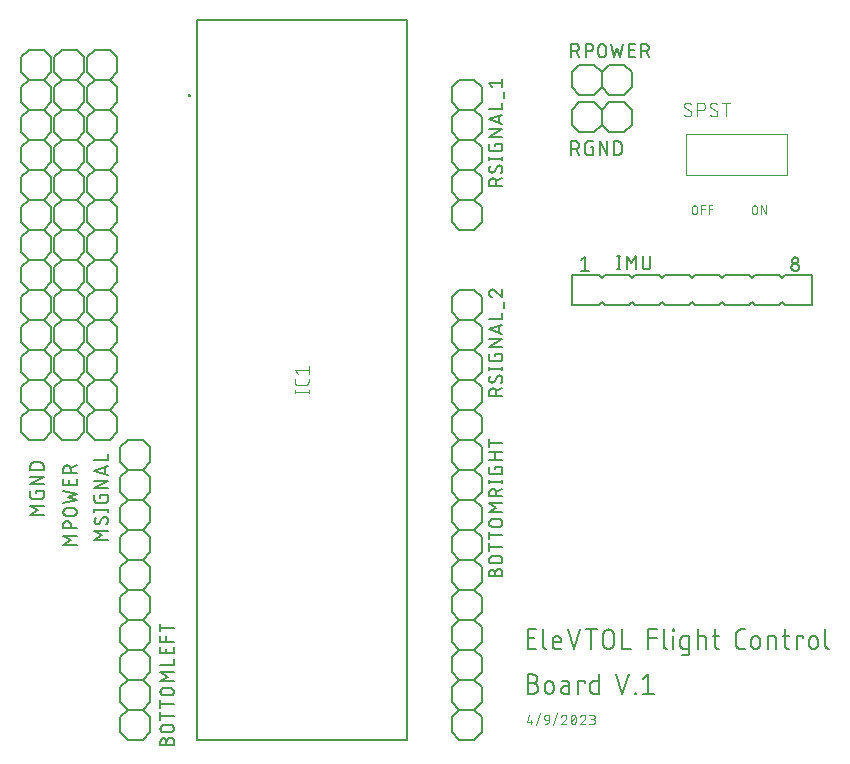
<source format=gbr>
G04 EAGLE Gerber RS-274X export*
G75*
%MOMM*%
%FSLAX34Y34*%
%LPD*%
%INSilkscreen Top*%
%IPPOS*%
%AMOC8*
5,1,8,0,0,1.08239X$1,22.5*%
G01*
%ADD10C,0.152400*%
%ADD11C,0.076200*%
%ADD12C,0.200000*%
%ADD13C,0.200000*%
%ADD14C,0.101600*%
%ADD15C,0.127000*%
%ADD16C,0.100000*%


D10*
X465187Y115062D02*
X457962Y115062D01*
X457962Y131318D01*
X465187Y131318D01*
X463381Y124093D02*
X457962Y124093D01*
X471056Y117771D02*
X471056Y131318D01*
X471056Y117771D02*
X471058Y117670D01*
X471064Y117569D01*
X471073Y117468D01*
X471086Y117367D01*
X471103Y117267D01*
X471124Y117168D01*
X471148Y117070D01*
X471176Y116973D01*
X471208Y116876D01*
X471243Y116781D01*
X471282Y116688D01*
X471324Y116596D01*
X471370Y116505D01*
X471419Y116417D01*
X471471Y116330D01*
X471527Y116245D01*
X471585Y116162D01*
X471647Y116082D01*
X471712Y116004D01*
X471779Y115928D01*
X471849Y115855D01*
X471922Y115785D01*
X471998Y115718D01*
X472076Y115653D01*
X472156Y115591D01*
X472239Y115533D01*
X472324Y115477D01*
X472411Y115425D01*
X472499Y115376D01*
X472590Y115330D01*
X472682Y115288D01*
X472775Y115249D01*
X472870Y115214D01*
X472967Y115182D01*
X473064Y115154D01*
X473162Y115130D01*
X473261Y115109D01*
X473361Y115092D01*
X473462Y115079D01*
X473563Y115070D01*
X473664Y115064D01*
X473765Y115062D01*
X481865Y115062D02*
X486381Y115062D01*
X481865Y115062D02*
X481764Y115064D01*
X481663Y115070D01*
X481562Y115079D01*
X481461Y115092D01*
X481361Y115109D01*
X481262Y115130D01*
X481164Y115154D01*
X481067Y115182D01*
X480970Y115214D01*
X480875Y115249D01*
X480782Y115288D01*
X480690Y115330D01*
X480599Y115376D01*
X480511Y115425D01*
X480424Y115477D01*
X480339Y115533D01*
X480256Y115591D01*
X480176Y115653D01*
X480098Y115718D01*
X480022Y115785D01*
X479949Y115855D01*
X479879Y115928D01*
X479812Y116004D01*
X479747Y116082D01*
X479685Y116162D01*
X479627Y116245D01*
X479571Y116330D01*
X479519Y116417D01*
X479470Y116505D01*
X479424Y116596D01*
X479382Y116688D01*
X479343Y116781D01*
X479308Y116876D01*
X479276Y116973D01*
X479248Y117070D01*
X479224Y117168D01*
X479203Y117267D01*
X479186Y117367D01*
X479173Y117468D01*
X479164Y117569D01*
X479158Y117670D01*
X479156Y117771D01*
X479156Y122287D01*
X479158Y122406D01*
X479164Y122526D01*
X479174Y122645D01*
X479188Y122763D01*
X479205Y122882D01*
X479227Y122999D01*
X479252Y123116D01*
X479282Y123231D01*
X479315Y123346D01*
X479352Y123460D01*
X479392Y123572D01*
X479437Y123683D01*
X479485Y123792D01*
X479536Y123900D01*
X479591Y124006D01*
X479650Y124110D01*
X479712Y124212D01*
X479777Y124312D01*
X479846Y124410D01*
X479918Y124506D01*
X479993Y124599D01*
X480070Y124689D01*
X480151Y124777D01*
X480235Y124862D01*
X480322Y124944D01*
X480411Y125024D01*
X480503Y125100D01*
X480597Y125174D01*
X480694Y125244D01*
X480792Y125311D01*
X480893Y125375D01*
X480997Y125435D01*
X481102Y125492D01*
X481209Y125545D01*
X481317Y125595D01*
X481427Y125641D01*
X481539Y125683D01*
X481652Y125722D01*
X481766Y125757D01*
X481881Y125788D01*
X481998Y125816D01*
X482115Y125839D01*
X482232Y125859D01*
X482351Y125875D01*
X482470Y125887D01*
X482589Y125895D01*
X482708Y125899D01*
X482828Y125899D01*
X482947Y125895D01*
X483066Y125887D01*
X483185Y125875D01*
X483304Y125859D01*
X483421Y125839D01*
X483538Y125816D01*
X483655Y125788D01*
X483770Y125757D01*
X483884Y125722D01*
X483997Y125683D01*
X484109Y125641D01*
X484219Y125595D01*
X484327Y125545D01*
X484434Y125492D01*
X484539Y125435D01*
X484643Y125375D01*
X484744Y125311D01*
X484842Y125244D01*
X484939Y125174D01*
X485033Y125100D01*
X485125Y125024D01*
X485214Y124944D01*
X485301Y124862D01*
X485385Y124777D01*
X485466Y124689D01*
X485543Y124599D01*
X485618Y124506D01*
X485690Y124410D01*
X485759Y124312D01*
X485824Y124212D01*
X485886Y124110D01*
X485945Y124006D01*
X486000Y123900D01*
X486051Y123792D01*
X486099Y123683D01*
X486144Y123572D01*
X486184Y123460D01*
X486221Y123346D01*
X486254Y123231D01*
X486284Y123116D01*
X486309Y122999D01*
X486331Y122882D01*
X486348Y122763D01*
X486362Y122645D01*
X486372Y122526D01*
X486378Y122406D01*
X486380Y122287D01*
X486381Y122287D02*
X486381Y120481D01*
X479156Y120481D01*
X491939Y131318D02*
X497358Y115062D01*
X502776Y131318D01*
X511947Y131318D02*
X511947Y115062D01*
X507431Y131318D02*
X516462Y131318D01*
X522020Y126802D02*
X522020Y119578D01*
X522020Y126802D02*
X522022Y126935D01*
X522028Y127067D01*
X522038Y127199D01*
X522051Y127331D01*
X522069Y127463D01*
X522090Y127593D01*
X522115Y127724D01*
X522144Y127853D01*
X522177Y127981D01*
X522213Y128109D01*
X522253Y128235D01*
X522297Y128360D01*
X522345Y128484D01*
X522396Y128606D01*
X522451Y128727D01*
X522509Y128846D01*
X522571Y128964D01*
X522636Y129079D01*
X522705Y129193D01*
X522776Y129304D01*
X522852Y129413D01*
X522930Y129520D01*
X523011Y129625D01*
X523096Y129727D01*
X523183Y129827D01*
X523273Y129924D01*
X523366Y130019D01*
X523462Y130110D01*
X523560Y130199D01*
X523661Y130285D01*
X523765Y130368D01*
X523871Y130448D01*
X523979Y130524D01*
X524089Y130598D01*
X524202Y130668D01*
X524316Y130735D01*
X524433Y130798D01*
X524551Y130858D01*
X524671Y130915D01*
X524793Y130968D01*
X524916Y131017D01*
X525040Y131063D01*
X525166Y131105D01*
X525293Y131143D01*
X525421Y131178D01*
X525550Y131209D01*
X525679Y131236D01*
X525810Y131259D01*
X525941Y131279D01*
X526073Y131294D01*
X526205Y131306D01*
X526337Y131314D01*
X526470Y131318D01*
X526602Y131318D01*
X526735Y131314D01*
X526867Y131306D01*
X526999Y131294D01*
X527131Y131279D01*
X527262Y131259D01*
X527393Y131236D01*
X527522Y131209D01*
X527651Y131178D01*
X527779Y131143D01*
X527906Y131105D01*
X528032Y131063D01*
X528156Y131017D01*
X528279Y130968D01*
X528401Y130915D01*
X528521Y130858D01*
X528639Y130798D01*
X528756Y130735D01*
X528870Y130668D01*
X528983Y130598D01*
X529093Y130524D01*
X529201Y130448D01*
X529307Y130368D01*
X529411Y130285D01*
X529512Y130199D01*
X529610Y130110D01*
X529706Y130019D01*
X529799Y129924D01*
X529889Y129827D01*
X529976Y129727D01*
X530061Y129625D01*
X530142Y129520D01*
X530220Y129413D01*
X530296Y129304D01*
X530367Y129193D01*
X530436Y129079D01*
X530501Y128964D01*
X530563Y128846D01*
X530621Y128727D01*
X530676Y128606D01*
X530727Y128484D01*
X530775Y128360D01*
X530819Y128235D01*
X530859Y128109D01*
X530895Y127981D01*
X530928Y127853D01*
X530957Y127724D01*
X530982Y127593D01*
X531003Y127463D01*
X531021Y127331D01*
X531034Y127199D01*
X531044Y127067D01*
X531050Y126935D01*
X531052Y126802D01*
X531051Y126802D02*
X531051Y119578D01*
X531052Y119578D02*
X531050Y119445D01*
X531044Y119313D01*
X531034Y119181D01*
X531021Y119049D01*
X531003Y118917D01*
X530982Y118787D01*
X530957Y118656D01*
X530928Y118527D01*
X530895Y118399D01*
X530859Y118271D01*
X530819Y118145D01*
X530775Y118020D01*
X530727Y117896D01*
X530676Y117774D01*
X530621Y117653D01*
X530563Y117534D01*
X530501Y117416D01*
X530436Y117301D01*
X530367Y117187D01*
X530296Y117076D01*
X530220Y116967D01*
X530142Y116860D01*
X530061Y116755D01*
X529976Y116653D01*
X529889Y116553D01*
X529799Y116456D01*
X529706Y116361D01*
X529610Y116270D01*
X529512Y116181D01*
X529411Y116095D01*
X529307Y116012D01*
X529201Y115932D01*
X529093Y115856D01*
X528983Y115782D01*
X528870Y115712D01*
X528756Y115645D01*
X528639Y115582D01*
X528521Y115522D01*
X528401Y115465D01*
X528279Y115412D01*
X528156Y115363D01*
X528032Y115317D01*
X527906Y115275D01*
X527779Y115237D01*
X527651Y115202D01*
X527522Y115171D01*
X527393Y115144D01*
X527262Y115121D01*
X527131Y115101D01*
X526999Y115086D01*
X526867Y115074D01*
X526735Y115066D01*
X526602Y115062D01*
X526470Y115062D01*
X526337Y115066D01*
X526205Y115074D01*
X526073Y115086D01*
X525941Y115101D01*
X525810Y115121D01*
X525679Y115144D01*
X525550Y115171D01*
X525421Y115202D01*
X525293Y115237D01*
X525166Y115275D01*
X525040Y115317D01*
X524916Y115363D01*
X524793Y115412D01*
X524671Y115465D01*
X524551Y115522D01*
X524433Y115582D01*
X524316Y115645D01*
X524202Y115712D01*
X524089Y115782D01*
X523979Y115856D01*
X523871Y115932D01*
X523765Y116012D01*
X523661Y116095D01*
X523560Y116181D01*
X523462Y116270D01*
X523366Y116361D01*
X523273Y116456D01*
X523183Y116553D01*
X523096Y116653D01*
X523011Y116755D01*
X522930Y116860D01*
X522852Y116967D01*
X522776Y117076D01*
X522705Y117187D01*
X522636Y117301D01*
X522571Y117416D01*
X522509Y117534D01*
X522451Y117653D01*
X522396Y117774D01*
X522345Y117896D01*
X522297Y118020D01*
X522253Y118145D01*
X522213Y118271D01*
X522177Y118399D01*
X522144Y118527D01*
X522115Y118656D01*
X522090Y118787D01*
X522069Y118917D01*
X522051Y119049D01*
X522038Y119181D01*
X522028Y119313D01*
X522022Y119445D01*
X522020Y119578D01*
X538202Y115062D02*
X538202Y131318D01*
X538202Y115062D02*
X545427Y115062D01*
X560086Y115062D02*
X560086Y131318D01*
X567311Y131318D01*
X567311Y124093D02*
X560086Y124093D01*
X573180Y117771D02*
X573180Y131318D01*
X573181Y117771D02*
X573183Y117670D01*
X573189Y117569D01*
X573198Y117468D01*
X573211Y117367D01*
X573228Y117267D01*
X573249Y117168D01*
X573273Y117070D01*
X573301Y116973D01*
X573333Y116876D01*
X573368Y116781D01*
X573407Y116688D01*
X573449Y116596D01*
X573495Y116505D01*
X573544Y116417D01*
X573596Y116330D01*
X573652Y116245D01*
X573710Y116162D01*
X573772Y116082D01*
X573837Y116004D01*
X573904Y115928D01*
X573974Y115855D01*
X574047Y115785D01*
X574123Y115718D01*
X574201Y115653D01*
X574281Y115591D01*
X574364Y115533D01*
X574449Y115477D01*
X574536Y115425D01*
X574624Y115376D01*
X574715Y115330D01*
X574807Y115288D01*
X574900Y115249D01*
X574995Y115214D01*
X575092Y115182D01*
X575189Y115154D01*
X575287Y115130D01*
X575386Y115109D01*
X575486Y115092D01*
X575587Y115079D01*
X575688Y115070D01*
X575789Y115064D01*
X575890Y115062D01*
X581245Y115062D02*
X581245Y125899D01*
X580794Y130415D02*
X580794Y131318D01*
X581697Y131318D01*
X581697Y130415D01*
X580794Y130415D01*
X590168Y115062D02*
X594684Y115062D01*
X590168Y115062D02*
X590067Y115064D01*
X589966Y115070D01*
X589865Y115079D01*
X589764Y115092D01*
X589664Y115109D01*
X589565Y115130D01*
X589467Y115154D01*
X589370Y115182D01*
X589273Y115214D01*
X589178Y115249D01*
X589085Y115288D01*
X588993Y115330D01*
X588902Y115376D01*
X588814Y115425D01*
X588727Y115477D01*
X588642Y115533D01*
X588559Y115591D01*
X588479Y115653D01*
X588401Y115718D01*
X588325Y115785D01*
X588252Y115855D01*
X588182Y115928D01*
X588115Y116004D01*
X588050Y116082D01*
X587988Y116162D01*
X587930Y116245D01*
X587874Y116330D01*
X587822Y116417D01*
X587773Y116505D01*
X587727Y116596D01*
X587685Y116688D01*
X587646Y116781D01*
X587611Y116876D01*
X587579Y116973D01*
X587551Y117070D01*
X587527Y117168D01*
X587506Y117267D01*
X587489Y117367D01*
X587476Y117468D01*
X587467Y117569D01*
X587461Y117670D01*
X587459Y117771D01*
X587459Y123190D01*
X587461Y123291D01*
X587467Y123392D01*
X587476Y123493D01*
X587489Y123594D01*
X587506Y123694D01*
X587527Y123793D01*
X587551Y123891D01*
X587579Y123988D01*
X587611Y124085D01*
X587646Y124180D01*
X587685Y124273D01*
X587727Y124365D01*
X587773Y124456D01*
X587822Y124545D01*
X587874Y124631D01*
X587930Y124716D01*
X587988Y124799D01*
X588050Y124879D01*
X588115Y124957D01*
X588182Y125033D01*
X588252Y125106D01*
X588325Y125176D01*
X588401Y125243D01*
X588479Y125308D01*
X588559Y125370D01*
X588642Y125428D01*
X588727Y125484D01*
X588814Y125536D01*
X588902Y125585D01*
X588993Y125631D01*
X589085Y125673D01*
X589178Y125712D01*
X589273Y125747D01*
X589370Y125779D01*
X589467Y125807D01*
X589565Y125831D01*
X589664Y125852D01*
X589764Y125869D01*
X589865Y125882D01*
X589966Y125891D01*
X590067Y125897D01*
X590168Y125899D01*
X594684Y125899D01*
X594684Y112353D01*
X594682Y112249D01*
X594676Y112146D01*
X594666Y112042D01*
X594652Y111939D01*
X594634Y111837D01*
X594613Y111736D01*
X594587Y111635D01*
X594558Y111536D01*
X594525Y111437D01*
X594488Y111340D01*
X594447Y111245D01*
X594403Y111151D01*
X594355Y111059D01*
X594304Y110969D01*
X594249Y110880D01*
X594191Y110794D01*
X594129Y110711D01*
X594065Y110629D01*
X593997Y110551D01*
X593927Y110475D01*
X593854Y110401D01*
X593777Y110331D01*
X593699Y110263D01*
X593617Y110199D01*
X593534Y110137D01*
X593448Y110079D01*
X593359Y110024D01*
X593269Y109973D01*
X593177Y109925D01*
X593083Y109881D01*
X592988Y109840D01*
X592891Y109803D01*
X592792Y109770D01*
X592693Y109741D01*
X592592Y109715D01*
X592491Y109694D01*
X592389Y109676D01*
X592286Y109662D01*
X592182Y109652D01*
X592079Y109646D01*
X591975Y109644D01*
X591975Y109643D02*
X588362Y109643D01*
X602122Y115062D02*
X602122Y131318D01*
X602122Y125899D02*
X606637Y125899D01*
X606741Y125897D01*
X606844Y125891D01*
X606948Y125881D01*
X607051Y125867D01*
X607153Y125849D01*
X607254Y125828D01*
X607355Y125802D01*
X607454Y125773D01*
X607553Y125740D01*
X607650Y125703D01*
X607745Y125662D01*
X607839Y125618D01*
X607931Y125570D01*
X608021Y125519D01*
X608110Y125464D01*
X608196Y125406D01*
X608279Y125344D01*
X608361Y125280D01*
X608439Y125212D01*
X608515Y125142D01*
X608589Y125069D01*
X608659Y124992D01*
X608727Y124914D01*
X608791Y124832D01*
X608853Y124749D01*
X608911Y124663D01*
X608966Y124574D01*
X609017Y124484D01*
X609065Y124392D01*
X609109Y124298D01*
X609150Y124203D01*
X609187Y124106D01*
X609220Y124007D01*
X609249Y123908D01*
X609275Y123807D01*
X609296Y123706D01*
X609314Y123604D01*
X609328Y123501D01*
X609338Y123397D01*
X609344Y123294D01*
X609346Y123190D01*
X609346Y115062D01*
X614892Y125899D02*
X620311Y125899D01*
X616699Y131318D02*
X616699Y117771D01*
X616701Y117670D01*
X616707Y117569D01*
X616716Y117468D01*
X616729Y117367D01*
X616746Y117267D01*
X616767Y117168D01*
X616791Y117070D01*
X616819Y116973D01*
X616851Y116876D01*
X616886Y116781D01*
X616925Y116688D01*
X616967Y116596D01*
X617013Y116505D01*
X617062Y116417D01*
X617114Y116330D01*
X617170Y116245D01*
X617228Y116162D01*
X617290Y116082D01*
X617355Y116004D01*
X617422Y115928D01*
X617492Y115855D01*
X617565Y115785D01*
X617641Y115718D01*
X617719Y115653D01*
X617799Y115591D01*
X617882Y115533D01*
X617967Y115477D01*
X618054Y115425D01*
X618142Y115376D01*
X618233Y115330D01*
X618325Y115288D01*
X618418Y115249D01*
X618513Y115214D01*
X618610Y115182D01*
X618707Y115154D01*
X618805Y115130D01*
X618904Y115109D01*
X619004Y115092D01*
X619105Y115079D01*
X619206Y115070D01*
X619307Y115064D01*
X619408Y115062D01*
X620311Y115062D01*
X638138Y115062D02*
X641750Y115062D01*
X638138Y115062D02*
X638020Y115064D01*
X637902Y115070D01*
X637784Y115079D01*
X637667Y115093D01*
X637550Y115110D01*
X637433Y115131D01*
X637318Y115156D01*
X637203Y115185D01*
X637089Y115218D01*
X636977Y115254D01*
X636866Y115294D01*
X636756Y115337D01*
X636647Y115384D01*
X636540Y115434D01*
X636435Y115489D01*
X636332Y115546D01*
X636231Y115607D01*
X636131Y115671D01*
X636034Y115738D01*
X635939Y115808D01*
X635847Y115882D01*
X635756Y115958D01*
X635669Y116038D01*
X635584Y116120D01*
X635502Y116205D01*
X635422Y116292D01*
X635346Y116383D01*
X635272Y116475D01*
X635202Y116570D01*
X635135Y116667D01*
X635071Y116767D01*
X635010Y116868D01*
X634953Y116971D01*
X634898Y117076D01*
X634848Y117183D01*
X634801Y117292D01*
X634758Y117402D01*
X634718Y117513D01*
X634682Y117625D01*
X634649Y117739D01*
X634620Y117854D01*
X634595Y117969D01*
X634574Y118086D01*
X634557Y118203D01*
X634543Y118320D01*
X634534Y118438D01*
X634528Y118556D01*
X634526Y118674D01*
X634525Y118674D02*
X634525Y127706D01*
X634526Y127706D02*
X634528Y127824D01*
X634534Y127942D01*
X634543Y128060D01*
X634557Y128177D01*
X634574Y128294D01*
X634595Y128411D01*
X634620Y128526D01*
X634649Y128641D01*
X634682Y128755D01*
X634718Y128867D01*
X634758Y128978D01*
X634801Y129088D01*
X634848Y129197D01*
X634898Y129304D01*
X634952Y129409D01*
X635010Y129512D01*
X635071Y129613D01*
X635135Y129713D01*
X635202Y129810D01*
X635272Y129905D01*
X635346Y129997D01*
X635422Y130088D01*
X635502Y130175D01*
X635584Y130260D01*
X635669Y130342D01*
X635756Y130422D01*
X635847Y130498D01*
X635939Y130572D01*
X636034Y130642D01*
X636131Y130709D01*
X636231Y130773D01*
X636332Y130834D01*
X636435Y130891D01*
X636540Y130945D01*
X636647Y130996D01*
X636756Y131043D01*
X636866Y131086D01*
X636977Y131126D01*
X637089Y131162D01*
X637203Y131195D01*
X637318Y131224D01*
X637433Y131249D01*
X637550Y131270D01*
X637667Y131287D01*
X637784Y131301D01*
X637902Y131310D01*
X638020Y131316D01*
X638138Y131318D01*
X641750Y131318D01*
X647452Y122287D02*
X647452Y118674D01*
X647452Y122287D02*
X647454Y122406D01*
X647460Y122526D01*
X647470Y122645D01*
X647484Y122763D01*
X647501Y122882D01*
X647523Y122999D01*
X647548Y123116D01*
X647578Y123231D01*
X647611Y123346D01*
X647648Y123460D01*
X647688Y123572D01*
X647733Y123683D01*
X647781Y123792D01*
X647832Y123900D01*
X647887Y124006D01*
X647946Y124110D01*
X648008Y124212D01*
X648073Y124312D01*
X648142Y124410D01*
X648214Y124506D01*
X648289Y124599D01*
X648366Y124689D01*
X648447Y124777D01*
X648531Y124862D01*
X648618Y124944D01*
X648707Y125024D01*
X648799Y125100D01*
X648893Y125174D01*
X648990Y125244D01*
X649088Y125311D01*
X649189Y125375D01*
X649293Y125435D01*
X649398Y125492D01*
X649505Y125545D01*
X649613Y125595D01*
X649723Y125641D01*
X649835Y125683D01*
X649948Y125722D01*
X650062Y125757D01*
X650177Y125788D01*
X650294Y125816D01*
X650411Y125839D01*
X650528Y125859D01*
X650647Y125875D01*
X650766Y125887D01*
X650885Y125895D01*
X651004Y125899D01*
X651124Y125899D01*
X651243Y125895D01*
X651362Y125887D01*
X651481Y125875D01*
X651600Y125859D01*
X651717Y125839D01*
X651834Y125816D01*
X651951Y125788D01*
X652066Y125757D01*
X652180Y125722D01*
X652293Y125683D01*
X652405Y125641D01*
X652515Y125595D01*
X652623Y125545D01*
X652730Y125492D01*
X652835Y125435D01*
X652939Y125375D01*
X653040Y125311D01*
X653138Y125244D01*
X653235Y125174D01*
X653329Y125100D01*
X653421Y125024D01*
X653510Y124944D01*
X653597Y124862D01*
X653681Y124777D01*
X653762Y124689D01*
X653839Y124599D01*
X653914Y124506D01*
X653986Y124410D01*
X654055Y124312D01*
X654120Y124212D01*
X654182Y124110D01*
X654241Y124006D01*
X654296Y123900D01*
X654347Y123792D01*
X654395Y123683D01*
X654440Y123572D01*
X654480Y123460D01*
X654517Y123346D01*
X654550Y123231D01*
X654580Y123116D01*
X654605Y122999D01*
X654627Y122882D01*
X654644Y122763D01*
X654658Y122645D01*
X654668Y122526D01*
X654674Y122406D01*
X654676Y122287D01*
X654677Y122287D02*
X654677Y118674D01*
X654676Y118674D02*
X654674Y118555D01*
X654668Y118435D01*
X654658Y118316D01*
X654644Y118198D01*
X654627Y118079D01*
X654605Y117962D01*
X654580Y117845D01*
X654550Y117730D01*
X654517Y117615D01*
X654480Y117501D01*
X654440Y117389D01*
X654395Y117278D01*
X654347Y117169D01*
X654296Y117061D01*
X654241Y116955D01*
X654182Y116851D01*
X654120Y116749D01*
X654055Y116649D01*
X653986Y116551D01*
X653914Y116455D01*
X653839Y116362D01*
X653762Y116272D01*
X653681Y116184D01*
X653597Y116099D01*
X653510Y116017D01*
X653421Y115937D01*
X653329Y115861D01*
X653235Y115787D01*
X653138Y115717D01*
X653040Y115650D01*
X652939Y115586D01*
X652835Y115526D01*
X652730Y115469D01*
X652623Y115416D01*
X652515Y115366D01*
X652405Y115320D01*
X652293Y115278D01*
X652180Y115239D01*
X652066Y115204D01*
X651951Y115173D01*
X651834Y115145D01*
X651717Y115122D01*
X651600Y115102D01*
X651481Y115086D01*
X651362Y115074D01*
X651243Y115066D01*
X651124Y115062D01*
X651004Y115062D01*
X650885Y115066D01*
X650766Y115074D01*
X650647Y115086D01*
X650528Y115102D01*
X650411Y115122D01*
X650294Y115145D01*
X650177Y115173D01*
X650062Y115204D01*
X649948Y115239D01*
X649835Y115278D01*
X649723Y115320D01*
X649613Y115366D01*
X649505Y115416D01*
X649398Y115469D01*
X649293Y115526D01*
X649189Y115586D01*
X649088Y115650D01*
X648990Y115717D01*
X648893Y115787D01*
X648799Y115861D01*
X648707Y115937D01*
X648618Y116017D01*
X648531Y116099D01*
X648447Y116184D01*
X648366Y116272D01*
X648289Y116362D01*
X648214Y116455D01*
X648142Y116551D01*
X648073Y116649D01*
X648008Y116749D01*
X647946Y116851D01*
X647887Y116955D01*
X647832Y117061D01*
X647781Y117169D01*
X647733Y117278D01*
X647688Y117389D01*
X647648Y117501D01*
X647611Y117615D01*
X647578Y117730D01*
X647548Y117845D01*
X647523Y117962D01*
X647501Y118079D01*
X647484Y118198D01*
X647470Y118316D01*
X647460Y118435D01*
X647454Y118555D01*
X647452Y118674D01*
X661520Y115062D02*
X661520Y125899D01*
X666036Y125899D01*
X666140Y125897D01*
X666243Y125891D01*
X666347Y125881D01*
X666450Y125867D01*
X666552Y125849D01*
X666653Y125828D01*
X666754Y125802D01*
X666853Y125773D01*
X666952Y125740D01*
X667049Y125703D01*
X667144Y125662D01*
X667238Y125618D01*
X667330Y125570D01*
X667420Y125519D01*
X667509Y125464D01*
X667595Y125406D01*
X667678Y125344D01*
X667760Y125280D01*
X667838Y125212D01*
X667914Y125142D01*
X667988Y125069D01*
X668058Y124992D01*
X668126Y124914D01*
X668190Y124832D01*
X668252Y124749D01*
X668310Y124663D01*
X668365Y124574D01*
X668416Y124484D01*
X668464Y124392D01*
X668508Y124298D01*
X668549Y124203D01*
X668586Y124106D01*
X668619Y124007D01*
X668648Y123908D01*
X668674Y123807D01*
X668695Y123706D01*
X668713Y123604D01*
X668727Y123501D01*
X668737Y123397D01*
X668743Y123294D01*
X668745Y123190D01*
X668745Y115062D01*
X674291Y125899D02*
X679710Y125899D01*
X676097Y131318D02*
X676097Y117771D01*
X676099Y117670D01*
X676105Y117569D01*
X676114Y117468D01*
X676127Y117367D01*
X676144Y117267D01*
X676165Y117168D01*
X676189Y117070D01*
X676217Y116973D01*
X676249Y116876D01*
X676284Y116781D01*
X676323Y116688D01*
X676365Y116596D01*
X676411Y116505D01*
X676460Y116417D01*
X676512Y116330D01*
X676568Y116245D01*
X676626Y116162D01*
X676688Y116082D01*
X676753Y116004D01*
X676820Y115928D01*
X676890Y115855D01*
X676963Y115785D01*
X677039Y115718D01*
X677117Y115653D01*
X677197Y115591D01*
X677280Y115533D01*
X677365Y115477D01*
X677452Y115425D01*
X677540Y115376D01*
X677631Y115330D01*
X677723Y115288D01*
X677816Y115249D01*
X677911Y115214D01*
X678008Y115182D01*
X678105Y115154D01*
X678203Y115130D01*
X678302Y115109D01*
X678402Y115092D01*
X678503Y115079D01*
X678604Y115070D01*
X678705Y115064D01*
X678806Y115062D01*
X679710Y115062D01*
X686094Y115062D02*
X686094Y125899D01*
X691513Y125899D01*
X691513Y124093D01*
X696430Y122287D02*
X696430Y118674D01*
X696430Y122287D02*
X696432Y122406D01*
X696438Y122526D01*
X696448Y122645D01*
X696462Y122763D01*
X696479Y122882D01*
X696501Y122999D01*
X696526Y123116D01*
X696556Y123231D01*
X696589Y123346D01*
X696626Y123460D01*
X696666Y123572D01*
X696711Y123683D01*
X696759Y123792D01*
X696810Y123900D01*
X696865Y124006D01*
X696924Y124110D01*
X696986Y124212D01*
X697051Y124312D01*
X697120Y124410D01*
X697192Y124506D01*
X697267Y124599D01*
X697344Y124689D01*
X697425Y124777D01*
X697509Y124862D01*
X697596Y124944D01*
X697685Y125024D01*
X697777Y125100D01*
X697871Y125174D01*
X697968Y125244D01*
X698066Y125311D01*
X698167Y125375D01*
X698271Y125435D01*
X698376Y125492D01*
X698483Y125545D01*
X698591Y125595D01*
X698701Y125641D01*
X698813Y125683D01*
X698926Y125722D01*
X699040Y125757D01*
X699155Y125788D01*
X699272Y125816D01*
X699389Y125839D01*
X699506Y125859D01*
X699625Y125875D01*
X699744Y125887D01*
X699863Y125895D01*
X699982Y125899D01*
X700102Y125899D01*
X700221Y125895D01*
X700340Y125887D01*
X700459Y125875D01*
X700578Y125859D01*
X700695Y125839D01*
X700812Y125816D01*
X700929Y125788D01*
X701044Y125757D01*
X701158Y125722D01*
X701271Y125683D01*
X701383Y125641D01*
X701493Y125595D01*
X701601Y125545D01*
X701708Y125492D01*
X701813Y125435D01*
X701917Y125375D01*
X702018Y125311D01*
X702116Y125244D01*
X702213Y125174D01*
X702307Y125100D01*
X702399Y125024D01*
X702488Y124944D01*
X702575Y124862D01*
X702659Y124777D01*
X702740Y124689D01*
X702817Y124599D01*
X702892Y124506D01*
X702964Y124410D01*
X703033Y124312D01*
X703098Y124212D01*
X703160Y124110D01*
X703219Y124006D01*
X703274Y123900D01*
X703325Y123792D01*
X703373Y123683D01*
X703418Y123572D01*
X703458Y123460D01*
X703495Y123346D01*
X703528Y123231D01*
X703558Y123116D01*
X703583Y122999D01*
X703605Y122882D01*
X703622Y122763D01*
X703636Y122645D01*
X703646Y122526D01*
X703652Y122406D01*
X703654Y122287D01*
X703655Y122287D02*
X703655Y118674D01*
X703654Y118674D02*
X703652Y118555D01*
X703646Y118435D01*
X703636Y118316D01*
X703622Y118198D01*
X703605Y118079D01*
X703583Y117962D01*
X703558Y117845D01*
X703528Y117730D01*
X703495Y117615D01*
X703458Y117501D01*
X703418Y117389D01*
X703373Y117278D01*
X703325Y117169D01*
X703274Y117061D01*
X703219Y116955D01*
X703160Y116851D01*
X703098Y116749D01*
X703033Y116649D01*
X702964Y116551D01*
X702892Y116455D01*
X702817Y116362D01*
X702740Y116272D01*
X702659Y116184D01*
X702575Y116099D01*
X702488Y116017D01*
X702399Y115937D01*
X702307Y115861D01*
X702213Y115787D01*
X702116Y115717D01*
X702018Y115650D01*
X701917Y115586D01*
X701813Y115526D01*
X701708Y115469D01*
X701601Y115416D01*
X701493Y115366D01*
X701383Y115320D01*
X701271Y115278D01*
X701158Y115239D01*
X701044Y115204D01*
X700929Y115173D01*
X700812Y115145D01*
X700695Y115122D01*
X700578Y115102D01*
X700459Y115086D01*
X700340Y115074D01*
X700221Y115066D01*
X700102Y115062D01*
X699982Y115062D01*
X699863Y115066D01*
X699744Y115074D01*
X699625Y115086D01*
X699506Y115102D01*
X699389Y115122D01*
X699272Y115145D01*
X699155Y115173D01*
X699040Y115204D01*
X698926Y115239D01*
X698813Y115278D01*
X698701Y115320D01*
X698591Y115366D01*
X698483Y115416D01*
X698376Y115469D01*
X698271Y115526D01*
X698167Y115586D01*
X698066Y115650D01*
X697968Y115717D01*
X697871Y115787D01*
X697777Y115861D01*
X697685Y115937D01*
X697596Y116017D01*
X697509Y116099D01*
X697425Y116184D01*
X697344Y116272D01*
X697267Y116362D01*
X697192Y116455D01*
X697120Y116551D01*
X697051Y116649D01*
X696986Y116749D01*
X696924Y116851D01*
X696865Y116955D01*
X696810Y117061D01*
X696759Y117169D01*
X696711Y117278D01*
X696666Y117389D01*
X696626Y117501D01*
X696589Y117615D01*
X696556Y117730D01*
X696526Y117845D01*
X696501Y117962D01*
X696479Y118079D01*
X696462Y118198D01*
X696448Y118316D01*
X696438Y118435D01*
X696432Y118555D01*
X696430Y118674D01*
X710214Y117771D02*
X710214Y131318D01*
X710214Y117771D02*
X710216Y117670D01*
X710222Y117569D01*
X710231Y117468D01*
X710244Y117367D01*
X710261Y117267D01*
X710282Y117168D01*
X710306Y117070D01*
X710334Y116973D01*
X710366Y116876D01*
X710401Y116781D01*
X710440Y116688D01*
X710482Y116596D01*
X710528Y116505D01*
X710577Y116417D01*
X710629Y116330D01*
X710685Y116245D01*
X710743Y116162D01*
X710805Y116082D01*
X710870Y116004D01*
X710937Y115928D01*
X711007Y115855D01*
X711080Y115785D01*
X711156Y115718D01*
X711234Y115653D01*
X711314Y115591D01*
X711397Y115533D01*
X711482Y115477D01*
X711569Y115425D01*
X711657Y115376D01*
X711748Y115330D01*
X711840Y115288D01*
X711933Y115249D01*
X712028Y115214D01*
X712125Y115182D01*
X712222Y115154D01*
X712320Y115130D01*
X712419Y115109D01*
X712519Y115092D01*
X712620Y115079D01*
X712721Y115070D01*
X712822Y115064D01*
X712923Y115062D01*
X462478Y85993D02*
X457962Y85993D01*
X462478Y85994D02*
X462611Y85992D01*
X462743Y85986D01*
X462875Y85976D01*
X463007Y85963D01*
X463139Y85945D01*
X463269Y85924D01*
X463400Y85899D01*
X463529Y85870D01*
X463657Y85837D01*
X463785Y85801D01*
X463911Y85761D01*
X464036Y85717D01*
X464160Y85669D01*
X464282Y85618D01*
X464403Y85563D01*
X464522Y85505D01*
X464640Y85443D01*
X464755Y85378D01*
X464869Y85309D01*
X464980Y85238D01*
X465089Y85162D01*
X465196Y85084D01*
X465301Y85003D01*
X465403Y84918D01*
X465503Y84831D01*
X465600Y84741D01*
X465695Y84648D01*
X465786Y84552D01*
X465875Y84454D01*
X465961Y84353D01*
X466044Y84249D01*
X466124Y84143D01*
X466200Y84035D01*
X466274Y83925D01*
X466344Y83812D01*
X466411Y83698D01*
X466474Y83581D01*
X466534Y83463D01*
X466591Y83343D01*
X466644Y83221D01*
X466693Y83098D01*
X466739Y82974D01*
X466781Y82848D01*
X466819Y82721D01*
X466854Y82593D01*
X466885Y82464D01*
X466912Y82335D01*
X466935Y82204D01*
X466955Y82073D01*
X466970Y81941D01*
X466982Y81809D01*
X466990Y81677D01*
X466994Y81544D01*
X466994Y81412D01*
X466990Y81279D01*
X466982Y81147D01*
X466970Y81015D01*
X466955Y80883D01*
X466935Y80752D01*
X466912Y80621D01*
X466885Y80492D01*
X466854Y80363D01*
X466819Y80235D01*
X466781Y80108D01*
X466739Y79982D01*
X466693Y79858D01*
X466644Y79735D01*
X466591Y79613D01*
X466534Y79493D01*
X466474Y79375D01*
X466411Y79258D01*
X466344Y79144D01*
X466274Y79031D01*
X466200Y78921D01*
X466124Y78813D01*
X466044Y78707D01*
X465961Y78603D01*
X465875Y78502D01*
X465786Y78404D01*
X465695Y78308D01*
X465600Y78215D01*
X465503Y78125D01*
X465403Y78038D01*
X465301Y77953D01*
X465196Y77872D01*
X465089Y77794D01*
X464980Y77718D01*
X464869Y77647D01*
X464755Y77578D01*
X464640Y77513D01*
X464522Y77451D01*
X464403Y77393D01*
X464282Y77338D01*
X464160Y77287D01*
X464036Y77239D01*
X463911Y77195D01*
X463785Y77155D01*
X463657Y77119D01*
X463529Y77086D01*
X463400Y77057D01*
X463269Y77032D01*
X463139Y77011D01*
X463007Y76993D01*
X462875Y76980D01*
X462743Y76970D01*
X462611Y76964D01*
X462478Y76962D01*
X457962Y76962D01*
X457962Y93218D01*
X462478Y93218D01*
X462597Y93216D01*
X462717Y93210D01*
X462836Y93200D01*
X462954Y93186D01*
X463073Y93169D01*
X463190Y93147D01*
X463307Y93122D01*
X463422Y93092D01*
X463537Y93059D01*
X463651Y93022D01*
X463763Y92982D01*
X463874Y92937D01*
X463983Y92889D01*
X464091Y92838D01*
X464197Y92783D01*
X464301Y92724D01*
X464403Y92662D01*
X464503Y92597D01*
X464601Y92528D01*
X464697Y92456D01*
X464790Y92381D01*
X464880Y92304D01*
X464968Y92223D01*
X465053Y92139D01*
X465135Y92052D01*
X465215Y91963D01*
X465291Y91871D01*
X465365Y91777D01*
X465435Y91680D01*
X465502Y91582D01*
X465566Y91481D01*
X465626Y91377D01*
X465683Y91272D01*
X465736Y91165D01*
X465786Y91057D01*
X465832Y90947D01*
X465874Y90835D01*
X465913Y90722D01*
X465948Y90608D01*
X465979Y90493D01*
X466007Y90376D01*
X466030Y90259D01*
X466050Y90142D01*
X466066Y90023D01*
X466078Y89904D01*
X466086Y89785D01*
X466090Y89666D01*
X466090Y89546D01*
X466086Y89427D01*
X466078Y89308D01*
X466066Y89189D01*
X466050Y89070D01*
X466030Y88953D01*
X466007Y88836D01*
X465979Y88719D01*
X465948Y88604D01*
X465913Y88490D01*
X465874Y88377D01*
X465832Y88265D01*
X465786Y88155D01*
X465736Y88047D01*
X465683Y87940D01*
X465626Y87835D01*
X465566Y87731D01*
X465502Y87630D01*
X465435Y87532D01*
X465365Y87435D01*
X465291Y87341D01*
X465215Y87249D01*
X465135Y87160D01*
X465053Y87073D01*
X464968Y86989D01*
X464880Y86908D01*
X464790Y86831D01*
X464697Y86756D01*
X464601Y86684D01*
X464503Y86615D01*
X464403Y86550D01*
X464301Y86488D01*
X464197Y86429D01*
X464091Y86374D01*
X463983Y86323D01*
X463874Y86275D01*
X463763Y86230D01*
X463651Y86190D01*
X463537Y86153D01*
X463422Y86120D01*
X463307Y86090D01*
X463190Y86065D01*
X463073Y86043D01*
X462954Y86026D01*
X462836Y86012D01*
X462717Y86002D01*
X462597Y85996D01*
X462478Y85994D01*
X472722Y84187D02*
X472722Y80574D01*
X472723Y84187D02*
X472725Y84306D01*
X472731Y84426D01*
X472741Y84545D01*
X472755Y84663D01*
X472772Y84782D01*
X472794Y84899D01*
X472819Y85016D01*
X472849Y85131D01*
X472882Y85246D01*
X472919Y85360D01*
X472959Y85472D01*
X473004Y85583D01*
X473052Y85692D01*
X473103Y85800D01*
X473158Y85906D01*
X473217Y86010D01*
X473279Y86112D01*
X473344Y86212D01*
X473413Y86310D01*
X473485Y86406D01*
X473560Y86499D01*
X473637Y86589D01*
X473718Y86677D01*
X473802Y86762D01*
X473889Y86844D01*
X473978Y86924D01*
X474070Y87000D01*
X474164Y87074D01*
X474261Y87144D01*
X474359Y87211D01*
X474460Y87275D01*
X474564Y87335D01*
X474669Y87392D01*
X474776Y87445D01*
X474884Y87495D01*
X474994Y87541D01*
X475106Y87583D01*
X475219Y87622D01*
X475333Y87657D01*
X475448Y87688D01*
X475565Y87716D01*
X475682Y87739D01*
X475799Y87759D01*
X475918Y87775D01*
X476037Y87787D01*
X476156Y87795D01*
X476275Y87799D01*
X476395Y87799D01*
X476514Y87795D01*
X476633Y87787D01*
X476752Y87775D01*
X476871Y87759D01*
X476988Y87739D01*
X477105Y87716D01*
X477222Y87688D01*
X477337Y87657D01*
X477451Y87622D01*
X477564Y87583D01*
X477676Y87541D01*
X477786Y87495D01*
X477894Y87445D01*
X478001Y87392D01*
X478106Y87335D01*
X478210Y87275D01*
X478311Y87211D01*
X478409Y87144D01*
X478506Y87074D01*
X478600Y87000D01*
X478692Y86924D01*
X478781Y86844D01*
X478868Y86762D01*
X478952Y86677D01*
X479033Y86589D01*
X479110Y86499D01*
X479185Y86406D01*
X479257Y86310D01*
X479326Y86212D01*
X479391Y86112D01*
X479453Y86010D01*
X479512Y85906D01*
X479567Y85800D01*
X479618Y85692D01*
X479666Y85583D01*
X479711Y85472D01*
X479751Y85360D01*
X479788Y85246D01*
X479821Y85131D01*
X479851Y85016D01*
X479876Y84899D01*
X479898Y84782D01*
X479915Y84663D01*
X479929Y84545D01*
X479939Y84426D01*
X479945Y84306D01*
X479947Y84187D01*
X479947Y80574D01*
X479945Y80455D01*
X479939Y80335D01*
X479929Y80216D01*
X479915Y80098D01*
X479898Y79979D01*
X479876Y79862D01*
X479851Y79745D01*
X479821Y79630D01*
X479788Y79515D01*
X479751Y79401D01*
X479711Y79289D01*
X479666Y79178D01*
X479618Y79069D01*
X479567Y78961D01*
X479512Y78855D01*
X479453Y78751D01*
X479391Y78649D01*
X479326Y78549D01*
X479257Y78451D01*
X479185Y78355D01*
X479110Y78262D01*
X479033Y78172D01*
X478952Y78084D01*
X478868Y77999D01*
X478781Y77917D01*
X478692Y77837D01*
X478600Y77761D01*
X478506Y77687D01*
X478409Y77617D01*
X478311Y77550D01*
X478210Y77486D01*
X478106Y77426D01*
X478001Y77369D01*
X477894Y77316D01*
X477786Y77266D01*
X477676Y77220D01*
X477564Y77178D01*
X477451Y77139D01*
X477337Y77104D01*
X477222Y77073D01*
X477105Y77045D01*
X476988Y77022D01*
X476871Y77002D01*
X476752Y76986D01*
X476633Y76974D01*
X476514Y76966D01*
X476395Y76962D01*
X476275Y76962D01*
X476156Y76966D01*
X476037Y76974D01*
X475918Y76986D01*
X475799Y77002D01*
X475682Y77022D01*
X475565Y77045D01*
X475448Y77073D01*
X475333Y77104D01*
X475219Y77139D01*
X475106Y77178D01*
X474994Y77220D01*
X474884Y77266D01*
X474776Y77316D01*
X474669Y77369D01*
X474564Y77426D01*
X474460Y77486D01*
X474359Y77550D01*
X474261Y77617D01*
X474164Y77687D01*
X474070Y77761D01*
X473978Y77837D01*
X473889Y77917D01*
X473802Y77999D01*
X473718Y78084D01*
X473637Y78172D01*
X473560Y78262D01*
X473485Y78355D01*
X473413Y78451D01*
X473344Y78549D01*
X473279Y78649D01*
X473217Y78751D01*
X473158Y78855D01*
X473103Y78961D01*
X473052Y79069D01*
X473004Y79178D01*
X472959Y79289D01*
X472919Y79401D01*
X472882Y79515D01*
X472849Y79630D01*
X472819Y79745D01*
X472794Y79862D01*
X472772Y79979D01*
X472755Y80098D01*
X472741Y80216D01*
X472731Y80335D01*
X472725Y80455D01*
X472723Y80574D01*
X489357Y83284D02*
X493421Y83284D01*
X489357Y83284D02*
X489245Y83282D01*
X489134Y83276D01*
X489023Y83266D01*
X488912Y83253D01*
X488802Y83235D01*
X488693Y83213D01*
X488584Y83188D01*
X488476Y83159D01*
X488370Y83126D01*
X488264Y83089D01*
X488160Y83049D01*
X488058Y83005D01*
X487957Y82957D01*
X487858Y82906D01*
X487760Y82851D01*
X487665Y82793D01*
X487572Y82732D01*
X487481Y82667D01*
X487392Y82599D01*
X487306Y82528D01*
X487223Y82455D01*
X487142Y82378D01*
X487063Y82298D01*
X486988Y82216D01*
X486916Y82131D01*
X486846Y82044D01*
X486780Y81954D01*
X486717Y81862D01*
X486657Y81767D01*
X486601Y81671D01*
X486548Y81573D01*
X486499Y81473D01*
X486453Y81371D01*
X486411Y81268D01*
X486372Y81163D01*
X486337Y81057D01*
X486306Y80950D01*
X486279Y80842D01*
X486255Y80733D01*
X486236Y80623D01*
X486220Y80513D01*
X486208Y80402D01*
X486200Y80290D01*
X486196Y80179D01*
X486196Y80067D01*
X486200Y79956D01*
X486208Y79844D01*
X486220Y79733D01*
X486236Y79623D01*
X486255Y79513D01*
X486279Y79404D01*
X486306Y79296D01*
X486337Y79189D01*
X486372Y79083D01*
X486411Y78978D01*
X486453Y78875D01*
X486499Y78773D01*
X486548Y78673D01*
X486601Y78575D01*
X486657Y78479D01*
X486717Y78384D01*
X486780Y78292D01*
X486846Y78202D01*
X486916Y78115D01*
X486988Y78030D01*
X487063Y77948D01*
X487142Y77868D01*
X487223Y77791D01*
X487306Y77718D01*
X487392Y77647D01*
X487481Y77579D01*
X487572Y77514D01*
X487665Y77453D01*
X487760Y77395D01*
X487858Y77340D01*
X487957Y77289D01*
X488058Y77241D01*
X488160Y77197D01*
X488264Y77157D01*
X488370Y77120D01*
X488476Y77087D01*
X488584Y77058D01*
X488693Y77033D01*
X488802Y77011D01*
X488912Y76993D01*
X489023Y76980D01*
X489134Y76970D01*
X489245Y76964D01*
X489357Y76962D01*
X493421Y76962D01*
X493421Y85090D01*
X493419Y85191D01*
X493413Y85292D01*
X493404Y85393D01*
X493391Y85494D01*
X493374Y85594D01*
X493353Y85693D01*
X493329Y85791D01*
X493301Y85888D01*
X493269Y85985D01*
X493234Y86080D01*
X493195Y86173D01*
X493153Y86265D01*
X493107Y86356D01*
X493058Y86445D01*
X493006Y86531D01*
X492950Y86616D01*
X492892Y86699D01*
X492830Y86779D01*
X492765Y86857D01*
X492698Y86933D01*
X492628Y87006D01*
X492555Y87076D01*
X492479Y87143D01*
X492401Y87208D01*
X492321Y87270D01*
X492238Y87328D01*
X492153Y87384D01*
X492067Y87436D01*
X491978Y87485D01*
X491887Y87531D01*
X491795Y87573D01*
X491702Y87612D01*
X491607Y87647D01*
X491510Y87679D01*
X491413Y87707D01*
X491315Y87731D01*
X491216Y87752D01*
X491116Y87769D01*
X491015Y87782D01*
X490914Y87791D01*
X490813Y87797D01*
X490712Y87799D01*
X487099Y87799D01*
X500943Y87799D02*
X500943Y76962D01*
X500943Y87799D02*
X506362Y87799D01*
X506362Y85993D01*
X518431Y93218D02*
X518431Y76962D01*
X513915Y76962D01*
X513814Y76964D01*
X513713Y76970D01*
X513612Y76979D01*
X513511Y76992D01*
X513411Y77009D01*
X513312Y77030D01*
X513214Y77054D01*
X513117Y77082D01*
X513020Y77114D01*
X512925Y77149D01*
X512832Y77188D01*
X512740Y77230D01*
X512649Y77276D01*
X512561Y77325D01*
X512474Y77377D01*
X512389Y77433D01*
X512306Y77491D01*
X512226Y77553D01*
X512148Y77618D01*
X512072Y77685D01*
X511999Y77755D01*
X511929Y77828D01*
X511862Y77904D01*
X511797Y77982D01*
X511735Y78062D01*
X511677Y78145D01*
X511621Y78230D01*
X511569Y78317D01*
X511520Y78405D01*
X511474Y78496D01*
X511432Y78588D01*
X511393Y78681D01*
X511358Y78776D01*
X511326Y78873D01*
X511298Y78970D01*
X511274Y79068D01*
X511253Y79167D01*
X511236Y79267D01*
X511223Y79368D01*
X511214Y79469D01*
X511208Y79570D01*
X511206Y79671D01*
X511206Y85090D01*
X511208Y85191D01*
X511214Y85292D01*
X511223Y85393D01*
X511236Y85494D01*
X511253Y85594D01*
X511274Y85693D01*
X511298Y85791D01*
X511326Y85888D01*
X511358Y85985D01*
X511393Y86080D01*
X511432Y86173D01*
X511474Y86265D01*
X511520Y86356D01*
X511569Y86445D01*
X511621Y86531D01*
X511677Y86616D01*
X511735Y86699D01*
X511797Y86779D01*
X511862Y86857D01*
X511929Y86933D01*
X511999Y87006D01*
X512072Y87076D01*
X512148Y87143D01*
X512226Y87208D01*
X512306Y87270D01*
X512389Y87328D01*
X512474Y87384D01*
X512561Y87436D01*
X512649Y87485D01*
X512740Y87531D01*
X512832Y87573D01*
X512925Y87612D01*
X513020Y87647D01*
X513117Y87679D01*
X513214Y87707D01*
X513312Y87731D01*
X513411Y87752D01*
X513511Y87769D01*
X513612Y87782D01*
X513713Y87791D01*
X513814Y87797D01*
X513915Y87799D01*
X518431Y87799D01*
X532920Y93218D02*
X538339Y76962D01*
X543757Y93218D01*
X548829Y77865D02*
X548829Y76962D01*
X548829Y77865D02*
X549732Y77865D01*
X549732Y76962D01*
X548829Y76962D01*
X555707Y89606D02*
X560222Y93218D01*
X560222Y76962D01*
X555707Y76962D02*
X564738Y76962D01*
D11*
X597281Y485027D02*
X597281Y488301D01*
X597283Y488390D01*
X597289Y488479D01*
X597299Y488568D01*
X597312Y488656D01*
X597329Y488744D01*
X597351Y488831D01*
X597376Y488916D01*
X597404Y489001D01*
X597437Y489084D01*
X597473Y489166D01*
X597512Y489246D01*
X597555Y489324D01*
X597601Y489400D01*
X597651Y489475D01*
X597704Y489547D01*
X597760Y489616D01*
X597819Y489683D01*
X597880Y489748D01*
X597945Y489809D01*
X598012Y489868D01*
X598081Y489924D01*
X598153Y489977D01*
X598228Y490027D01*
X598304Y490073D01*
X598382Y490116D01*
X598462Y490155D01*
X598544Y490191D01*
X598627Y490224D01*
X598712Y490252D01*
X598797Y490277D01*
X598884Y490299D01*
X598972Y490316D01*
X599060Y490329D01*
X599149Y490339D01*
X599238Y490345D01*
X599327Y490347D01*
X599416Y490345D01*
X599505Y490339D01*
X599594Y490329D01*
X599682Y490316D01*
X599770Y490299D01*
X599857Y490277D01*
X599942Y490252D01*
X600027Y490224D01*
X600110Y490191D01*
X600192Y490155D01*
X600272Y490116D01*
X600350Y490073D01*
X600426Y490027D01*
X600501Y489977D01*
X600573Y489924D01*
X600642Y489868D01*
X600709Y489809D01*
X600774Y489748D01*
X600835Y489683D01*
X600894Y489616D01*
X600950Y489547D01*
X601003Y489475D01*
X601053Y489400D01*
X601099Y489324D01*
X601142Y489246D01*
X601181Y489166D01*
X601217Y489084D01*
X601250Y489001D01*
X601278Y488916D01*
X601303Y488831D01*
X601325Y488744D01*
X601342Y488656D01*
X601355Y488568D01*
X601365Y488479D01*
X601371Y488390D01*
X601373Y488301D01*
X601373Y485027D01*
X601371Y484938D01*
X601365Y484849D01*
X601355Y484760D01*
X601342Y484672D01*
X601325Y484584D01*
X601303Y484497D01*
X601278Y484412D01*
X601250Y484327D01*
X601217Y484244D01*
X601181Y484162D01*
X601142Y484082D01*
X601099Y484004D01*
X601053Y483928D01*
X601003Y483853D01*
X600950Y483781D01*
X600894Y483712D01*
X600835Y483645D01*
X600774Y483580D01*
X600709Y483519D01*
X600642Y483460D01*
X600573Y483404D01*
X600501Y483351D01*
X600426Y483301D01*
X600350Y483255D01*
X600272Y483212D01*
X600192Y483173D01*
X600110Y483137D01*
X600027Y483104D01*
X599942Y483076D01*
X599857Y483051D01*
X599770Y483029D01*
X599682Y483012D01*
X599594Y482999D01*
X599505Y482989D01*
X599416Y482983D01*
X599327Y482981D01*
X599238Y482983D01*
X599149Y482989D01*
X599060Y482999D01*
X598972Y483012D01*
X598884Y483029D01*
X598797Y483051D01*
X598712Y483076D01*
X598627Y483104D01*
X598544Y483137D01*
X598462Y483173D01*
X598382Y483212D01*
X598304Y483255D01*
X598228Y483301D01*
X598153Y483351D01*
X598081Y483404D01*
X598012Y483460D01*
X597945Y483519D01*
X597880Y483580D01*
X597819Y483645D01*
X597760Y483712D01*
X597704Y483781D01*
X597651Y483853D01*
X597601Y483928D01*
X597555Y484004D01*
X597512Y484082D01*
X597473Y484162D01*
X597437Y484244D01*
X597404Y484327D01*
X597376Y484412D01*
X597351Y484497D01*
X597329Y484584D01*
X597312Y484672D01*
X597299Y484760D01*
X597289Y484849D01*
X597283Y484938D01*
X597281Y485027D01*
X604856Y482981D02*
X604856Y490347D01*
X608130Y490347D01*
X608130Y487073D02*
X604856Y487073D01*
X611196Y490347D02*
X611196Y482981D01*
X611196Y490347D02*
X614469Y490347D01*
X614469Y487073D02*
X611196Y487073D01*
X648081Y488301D02*
X648081Y485027D01*
X648081Y488301D02*
X648083Y488390D01*
X648089Y488479D01*
X648099Y488568D01*
X648112Y488656D01*
X648129Y488744D01*
X648151Y488831D01*
X648176Y488916D01*
X648204Y489001D01*
X648237Y489084D01*
X648273Y489166D01*
X648312Y489246D01*
X648355Y489324D01*
X648401Y489400D01*
X648451Y489475D01*
X648504Y489547D01*
X648560Y489616D01*
X648619Y489683D01*
X648680Y489748D01*
X648745Y489809D01*
X648812Y489868D01*
X648881Y489924D01*
X648953Y489977D01*
X649028Y490027D01*
X649104Y490073D01*
X649182Y490116D01*
X649262Y490155D01*
X649344Y490191D01*
X649427Y490224D01*
X649512Y490252D01*
X649597Y490277D01*
X649684Y490299D01*
X649772Y490316D01*
X649860Y490329D01*
X649949Y490339D01*
X650038Y490345D01*
X650127Y490347D01*
X650216Y490345D01*
X650305Y490339D01*
X650394Y490329D01*
X650482Y490316D01*
X650570Y490299D01*
X650657Y490277D01*
X650742Y490252D01*
X650827Y490224D01*
X650910Y490191D01*
X650992Y490155D01*
X651072Y490116D01*
X651150Y490073D01*
X651226Y490027D01*
X651301Y489977D01*
X651373Y489924D01*
X651442Y489868D01*
X651509Y489809D01*
X651574Y489748D01*
X651635Y489683D01*
X651694Y489616D01*
X651750Y489547D01*
X651803Y489475D01*
X651853Y489400D01*
X651899Y489324D01*
X651942Y489246D01*
X651981Y489166D01*
X652017Y489084D01*
X652050Y489001D01*
X652078Y488916D01*
X652103Y488831D01*
X652125Y488744D01*
X652142Y488656D01*
X652155Y488568D01*
X652165Y488479D01*
X652171Y488390D01*
X652173Y488301D01*
X652173Y485027D01*
X652171Y484938D01*
X652165Y484849D01*
X652155Y484760D01*
X652142Y484672D01*
X652125Y484584D01*
X652103Y484497D01*
X652078Y484412D01*
X652050Y484327D01*
X652017Y484244D01*
X651981Y484162D01*
X651942Y484082D01*
X651899Y484004D01*
X651853Y483928D01*
X651803Y483853D01*
X651750Y483781D01*
X651694Y483712D01*
X651635Y483645D01*
X651574Y483580D01*
X651509Y483519D01*
X651442Y483460D01*
X651373Y483404D01*
X651301Y483351D01*
X651226Y483301D01*
X651150Y483255D01*
X651072Y483212D01*
X650992Y483173D01*
X650910Y483137D01*
X650827Y483104D01*
X650742Y483076D01*
X650657Y483051D01*
X650570Y483029D01*
X650482Y483012D01*
X650394Y482999D01*
X650305Y482989D01*
X650216Y482983D01*
X650127Y482981D01*
X650038Y482983D01*
X649949Y482989D01*
X649860Y482999D01*
X649772Y483012D01*
X649684Y483029D01*
X649597Y483051D01*
X649512Y483076D01*
X649427Y483104D01*
X649344Y483137D01*
X649262Y483173D01*
X649182Y483212D01*
X649104Y483255D01*
X649028Y483301D01*
X648953Y483351D01*
X648881Y483404D01*
X648812Y483460D01*
X648745Y483519D01*
X648680Y483580D01*
X648619Y483645D01*
X648560Y483712D01*
X648504Y483781D01*
X648451Y483853D01*
X648401Y483928D01*
X648355Y484004D01*
X648312Y484082D01*
X648273Y484162D01*
X648237Y484244D01*
X648204Y484327D01*
X648176Y484412D01*
X648151Y484497D01*
X648129Y484584D01*
X648112Y484672D01*
X648099Y484760D01*
X648089Y484849D01*
X648083Y484938D01*
X648081Y485027D01*
X655640Y482981D02*
X655640Y490347D01*
X659732Y482981D01*
X659732Y490347D01*
X459387Y59309D02*
X457581Y52987D01*
X462097Y52987D01*
X460742Y54793D02*
X460742Y51181D01*
X465233Y50278D02*
X468846Y60212D01*
X473789Y54793D02*
X476498Y54793D01*
X473789Y54794D02*
X473706Y54796D01*
X473622Y54802D01*
X473539Y54811D01*
X473457Y54825D01*
X473376Y54842D01*
X473295Y54863D01*
X473215Y54888D01*
X473137Y54916D01*
X473060Y54948D01*
X472984Y54983D01*
X472910Y55022D01*
X472838Y55065D01*
X472768Y55110D01*
X472701Y55159D01*
X472635Y55211D01*
X472572Y55265D01*
X472512Y55323D01*
X472454Y55383D01*
X472400Y55446D01*
X472348Y55512D01*
X472299Y55579D01*
X472254Y55649D01*
X472211Y55721D01*
X472172Y55795D01*
X472137Y55871D01*
X472105Y55948D01*
X472077Y56026D01*
X472052Y56106D01*
X472031Y56187D01*
X472014Y56268D01*
X472000Y56350D01*
X471991Y56433D01*
X471985Y56517D01*
X471983Y56600D01*
X471983Y57051D01*
X471982Y57051D02*
X471984Y57144D01*
X471990Y57237D01*
X471999Y57330D01*
X472013Y57423D01*
X472030Y57514D01*
X472051Y57605D01*
X472076Y57695D01*
X472104Y57784D01*
X472136Y57872D01*
X472172Y57958D01*
X472211Y58043D01*
X472254Y58126D01*
X472300Y58207D01*
X472350Y58286D01*
X472402Y58363D01*
X472458Y58438D01*
X472517Y58510D01*
X472579Y58580D01*
X472643Y58648D01*
X472711Y58712D01*
X472781Y58774D01*
X472853Y58833D01*
X472928Y58889D01*
X473005Y58941D01*
X473084Y58991D01*
X473165Y59037D01*
X473248Y59080D01*
X473333Y59119D01*
X473419Y59155D01*
X473507Y59187D01*
X473596Y59215D01*
X473686Y59240D01*
X473777Y59261D01*
X473868Y59278D01*
X473961Y59292D01*
X474054Y59301D01*
X474147Y59307D01*
X474240Y59309D01*
X474333Y59307D01*
X474426Y59301D01*
X474519Y59292D01*
X474612Y59278D01*
X474703Y59261D01*
X474794Y59240D01*
X474884Y59215D01*
X474973Y59187D01*
X475061Y59155D01*
X475147Y59119D01*
X475232Y59080D01*
X475315Y59037D01*
X475396Y58991D01*
X475475Y58941D01*
X475552Y58889D01*
X475627Y58833D01*
X475699Y58774D01*
X475769Y58712D01*
X475837Y58648D01*
X475901Y58580D01*
X475963Y58510D01*
X476022Y58438D01*
X476078Y58363D01*
X476130Y58286D01*
X476180Y58207D01*
X476226Y58126D01*
X476269Y58043D01*
X476308Y57958D01*
X476344Y57872D01*
X476376Y57784D01*
X476404Y57695D01*
X476429Y57605D01*
X476450Y57514D01*
X476467Y57423D01*
X476481Y57330D01*
X476490Y57237D01*
X476496Y57144D01*
X476498Y57051D01*
X476498Y54793D01*
X476496Y54675D01*
X476490Y54557D01*
X476481Y54439D01*
X476467Y54322D01*
X476450Y54205D01*
X476429Y54088D01*
X476404Y53973D01*
X476375Y53858D01*
X476342Y53744D01*
X476306Y53632D01*
X476266Y53521D01*
X476223Y53411D01*
X476176Y53302D01*
X476126Y53195D01*
X476071Y53090D01*
X476014Y52987D01*
X475953Y52886D01*
X475889Y52786D01*
X475822Y52689D01*
X475752Y52594D01*
X475678Y52502D01*
X475602Y52411D01*
X475522Y52324D01*
X475440Y52239D01*
X475355Y52157D01*
X475268Y52077D01*
X475177Y52001D01*
X475085Y51927D01*
X474990Y51857D01*
X474893Y51790D01*
X474793Y51726D01*
X474692Y51665D01*
X474589Y51608D01*
X474484Y51553D01*
X474377Y51503D01*
X474268Y51456D01*
X474158Y51413D01*
X474047Y51373D01*
X473935Y51337D01*
X473821Y51304D01*
X473706Y51275D01*
X473591Y51250D01*
X473474Y51229D01*
X473357Y51212D01*
X473240Y51198D01*
X473122Y51189D01*
X473004Y51183D01*
X472886Y51181D01*
X479635Y50278D02*
X483248Y60212D01*
X488868Y59309D02*
X488957Y59307D01*
X489045Y59301D01*
X489133Y59292D01*
X489221Y59278D01*
X489308Y59261D01*
X489394Y59240D01*
X489479Y59215D01*
X489563Y59186D01*
X489646Y59154D01*
X489727Y59119D01*
X489806Y59079D01*
X489884Y59037D01*
X489960Y58991D01*
X490034Y58942D01*
X490105Y58889D01*
X490174Y58834D01*
X490241Y58775D01*
X490305Y58714D01*
X490366Y58650D01*
X490425Y58583D01*
X490480Y58514D01*
X490533Y58443D01*
X490582Y58369D01*
X490628Y58293D01*
X490670Y58215D01*
X490710Y58136D01*
X490745Y58055D01*
X490777Y57972D01*
X490806Y57888D01*
X490831Y57803D01*
X490852Y57717D01*
X490869Y57630D01*
X490883Y57542D01*
X490892Y57454D01*
X490898Y57366D01*
X490900Y57277D01*
X488868Y59309D02*
X488769Y59307D01*
X488669Y59301D01*
X488570Y59292D01*
X488472Y59279D01*
X488373Y59262D01*
X488276Y59241D01*
X488180Y59217D01*
X488084Y59189D01*
X487990Y59157D01*
X487897Y59122D01*
X487805Y59083D01*
X487715Y59041D01*
X487627Y58995D01*
X487540Y58946D01*
X487455Y58894D01*
X487373Y58838D01*
X487292Y58780D01*
X487214Y58718D01*
X487138Y58654D01*
X487065Y58587D01*
X486994Y58517D01*
X486927Y58444D01*
X486861Y58369D01*
X486799Y58291D01*
X486740Y58211D01*
X486684Y58129D01*
X486631Y58045D01*
X486581Y57958D01*
X486535Y57870D01*
X486492Y57781D01*
X486452Y57689D01*
X486416Y57596D01*
X486384Y57502D01*
X490223Y55696D02*
X490289Y55762D01*
X490352Y55830D01*
X490412Y55901D01*
X490469Y55975D01*
X490523Y56050D01*
X490573Y56128D01*
X490621Y56209D01*
X490664Y56291D01*
X490705Y56375D01*
X490741Y56460D01*
X490774Y56547D01*
X490804Y56635D01*
X490829Y56725D01*
X490851Y56815D01*
X490868Y56907D01*
X490882Y56999D01*
X490892Y57091D01*
X490898Y57184D01*
X490900Y57277D01*
X490223Y55697D02*
X486384Y51181D01*
X490900Y51181D01*
X494386Y55245D02*
X494388Y55405D01*
X494394Y55565D01*
X494403Y55724D01*
X494417Y55884D01*
X494434Y56043D01*
X494455Y56201D01*
X494479Y56359D01*
X494508Y56516D01*
X494540Y56673D01*
X494576Y56829D01*
X494616Y56984D01*
X494659Y57138D01*
X494706Y57291D01*
X494757Y57442D01*
X494811Y57593D01*
X494869Y57742D01*
X494930Y57889D01*
X494995Y58035D01*
X495063Y58180D01*
X495062Y58180D02*
X495090Y58255D01*
X495121Y58328D01*
X495156Y58400D01*
X495194Y58470D01*
X495235Y58538D01*
X495280Y58604D01*
X495327Y58668D01*
X495378Y58730D01*
X495431Y58789D01*
X495488Y58845D01*
X495547Y58899D01*
X495608Y58950D01*
X495672Y58998D01*
X495738Y59043D01*
X495806Y59084D01*
X495876Y59122D01*
X495947Y59157D01*
X496021Y59189D01*
X496095Y59217D01*
X496171Y59241D01*
X496248Y59262D01*
X496326Y59279D01*
X496405Y59292D01*
X496484Y59301D01*
X496563Y59307D01*
X496643Y59309D01*
X496723Y59307D01*
X496802Y59301D01*
X496881Y59292D01*
X496960Y59279D01*
X497038Y59262D01*
X497115Y59241D01*
X497191Y59217D01*
X497265Y59189D01*
X497339Y59157D01*
X497410Y59122D01*
X497480Y59084D01*
X497548Y59043D01*
X497614Y58998D01*
X497678Y58950D01*
X497739Y58899D01*
X497798Y58845D01*
X497855Y58789D01*
X497908Y58730D01*
X497959Y58668D01*
X498006Y58604D01*
X498051Y58538D01*
X498092Y58470D01*
X498130Y58400D01*
X498165Y58328D01*
X498196Y58255D01*
X498224Y58180D01*
X498292Y58035D01*
X498357Y57889D01*
X498418Y57742D01*
X498476Y57593D01*
X498530Y57442D01*
X498581Y57291D01*
X498628Y57138D01*
X498671Y56984D01*
X498711Y56829D01*
X498747Y56673D01*
X498779Y56516D01*
X498808Y56359D01*
X498832Y56201D01*
X498853Y56043D01*
X498870Y55884D01*
X498884Y55724D01*
X498893Y55565D01*
X498899Y55405D01*
X498901Y55245D01*
X494386Y55245D02*
X494388Y55085D01*
X494394Y54925D01*
X494403Y54766D01*
X494417Y54606D01*
X494434Y54447D01*
X494455Y54289D01*
X494479Y54131D01*
X494508Y53974D01*
X494540Y53817D01*
X494576Y53661D01*
X494616Y53506D01*
X494659Y53352D01*
X494706Y53200D01*
X494757Y53048D01*
X494811Y52897D01*
X494869Y52748D01*
X494930Y52601D01*
X494995Y52455D01*
X495063Y52310D01*
X495062Y52310D02*
X495090Y52235D01*
X495121Y52162D01*
X495156Y52090D01*
X495194Y52020D01*
X495235Y51952D01*
X495280Y51886D01*
X495327Y51822D01*
X495378Y51760D01*
X495431Y51701D01*
X495488Y51645D01*
X495547Y51591D01*
X495608Y51540D01*
X495672Y51492D01*
X495738Y51447D01*
X495806Y51406D01*
X495876Y51368D01*
X495947Y51333D01*
X496021Y51301D01*
X496095Y51273D01*
X496171Y51249D01*
X496248Y51228D01*
X496326Y51211D01*
X496405Y51198D01*
X496484Y51189D01*
X496563Y51183D01*
X496643Y51181D01*
X498224Y52310D02*
X498292Y52455D01*
X498357Y52601D01*
X498418Y52748D01*
X498476Y52897D01*
X498530Y53048D01*
X498581Y53200D01*
X498628Y53352D01*
X498671Y53506D01*
X498711Y53661D01*
X498747Y53817D01*
X498779Y53974D01*
X498808Y54131D01*
X498832Y54289D01*
X498853Y54447D01*
X498870Y54606D01*
X498884Y54766D01*
X498893Y54925D01*
X498899Y55085D01*
X498901Y55245D01*
X498224Y52310D02*
X498196Y52235D01*
X498165Y52162D01*
X498130Y52090D01*
X498092Y52020D01*
X498051Y51952D01*
X498006Y51886D01*
X497959Y51822D01*
X497908Y51760D01*
X497855Y51701D01*
X497798Y51645D01*
X497739Y51591D01*
X497678Y51540D01*
X497614Y51492D01*
X497548Y51447D01*
X497480Y51406D01*
X497410Y51368D01*
X497339Y51333D01*
X497265Y51301D01*
X497191Y51273D01*
X497115Y51249D01*
X497038Y51228D01*
X496960Y51211D01*
X496881Y51198D01*
X496802Y51189D01*
X496723Y51183D01*
X496643Y51181D01*
X494837Y52987D02*
X498449Y57503D01*
X504870Y59309D02*
X504959Y59307D01*
X505047Y59301D01*
X505135Y59292D01*
X505223Y59278D01*
X505310Y59261D01*
X505396Y59240D01*
X505481Y59215D01*
X505565Y59186D01*
X505648Y59154D01*
X505729Y59119D01*
X505808Y59079D01*
X505886Y59037D01*
X505962Y58991D01*
X506036Y58942D01*
X506107Y58889D01*
X506176Y58834D01*
X506243Y58775D01*
X506307Y58714D01*
X506368Y58650D01*
X506427Y58583D01*
X506482Y58514D01*
X506535Y58443D01*
X506584Y58369D01*
X506630Y58293D01*
X506672Y58215D01*
X506712Y58136D01*
X506747Y58055D01*
X506779Y57972D01*
X506808Y57888D01*
X506833Y57803D01*
X506854Y57717D01*
X506871Y57630D01*
X506885Y57542D01*
X506894Y57454D01*
X506900Y57366D01*
X506902Y57277D01*
X504870Y59309D02*
X504771Y59307D01*
X504671Y59301D01*
X504572Y59292D01*
X504474Y59279D01*
X504375Y59262D01*
X504278Y59241D01*
X504182Y59217D01*
X504086Y59189D01*
X503992Y59157D01*
X503899Y59122D01*
X503807Y59083D01*
X503717Y59041D01*
X503629Y58995D01*
X503542Y58946D01*
X503457Y58894D01*
X503375Y58838D01*
X503294Y58780D01*
X503216Y58718D01*
X503140Y58654D01*
X503067Y58587D01*
X502996Y58517D01*
X502929Y58444D01*
X502863Y58369D01*
X502801Y58291D01*
X502742Y58211D01*
X502686Y58129D01*
X502633Y58045D01*
X502583Y57958D01*
X502537Y57870D01*
X502494Y57781D01*
X502454Y57689D01*
X502418Y57596D01*
X502386Y57502D01*
X506225Y55696D02*
X506291Y55762D01*
X506354Y55830D01*
X506414Y55901D01*
X506471Y55975D01*
X506525Y56050D01*
X506575Y56128D01*
X506623Y56209D01*
X506666Y56291D01*
X506707Y56375D01*
X506743Y56460D01*
X506776Y56547D01*
X506806Y56635D01*
X506831Y56725D01*
X506853Y56815D01*
X506870Y56907D01*
X506884Y56999D01*
X506894Y57091D01*
X506900Y57184D01*
X506902Y57277D01*
X506225Y55697D02*
X502386Y51181D01*
X506902Y51181D01*
X510387Y51181D02*
X512645Y51181D01*
X512738Y51183D01*
X512831Y51189D01*
X512924Y51198D01*
X513017Y51212D01*
X513108Y51229D01*
X513199Y51250D01*
X513289Y51275D01*
X513378Y51303D01*
X513466Y51335D01*
X513552Y51371D01*
X513637Y51410D01*
X513720Y51453D01*
X513801Y51499D01*
X513880Y51549D01*
X513957Y51601D01*
X514032Y51657D01*
X514104Y51716D01*
X514174Y51778D01*
X514242Y51842D01*
X514306Y51910D01*
X514368Y51980D01*
X514427Y52052D01*
X514483Y52127D01*
X514535Y52204D01*
X514585Y52283D01*
X514631Y52364D01*
X514674Y52447D01*
X514713Y52532D01*
X514749Y52618D01*
X514781Y52706D01*
X514809Y52795D01*
X514834Y52885D01*
X514855Y52976D01*
X514872Y53067D01*
X514886Y53160D01*
X514895Y53253D01*
X514901Y53346D01*
X514903Y53439D01*
X514901Y53532D01*
X514895Y53625D01*
X514886Y53718D01*
X514872Y53811D01*
X514855Y53902D01*
X514834Y53993D01*
X514809Y54083D01*
X514781Y54172D01*
X514749Y54260D01*
X514713Y54346D01*
X514674Y54431D01*
X514631Y54514D01*
X514585Y54595D01*
X514535Y54674D01*
X514483Y54751D01*
X514427Y54826D01*
X514368Y54898D01*
X514306Y54968D01*
X514242Y55036D01*
X514174Y55100D01*
X514104Y55162D01*
X514032Y55221D01*
X513957Y55277D01*
X513880Y55329D01*
X513801Y55379D01*
X513720Y55425D01*
X513637Y55468D01*
X513552Y55507D01*
X513466Y55543D01*
X513378Y55575D01*
X513289Y55603D01*
X513199Y55628D01*
X513108Y55649D01*
X513017Y55666D01*
X512924Y55680D01*
X512831Y55689D01*
X512738Y55695D01*
X512645Y55697D01*
X513097Y59309D02*
X510387Y59309D01*
X513097Y59309D02*
X513180Y59307D01*
X513264Y59301D01*
X513347Y59292D01*
X513429Y59278D01*
X513510Y59261D01*
X513591Y59240D01*
X513671Y59215D01*
X513749Y59187D01*
X513826Y59155D01*
X513902Y59120D01*
X513976Y59081D01*
X514048Y59038D01*
X514118Y58993D01*
X514185Y58944D01*
X514251Y58892D01*
X514314Y58838D01*
X514374Y58780D01*
X514432Y58720D01*
X514486Y58657D01*
X514538Y58591D01*
X514587Y58524D01*
X514632Y58454D01*
X514675Y58382D01*
X514714Y58308D01*
X514749Y58232D01*
X514781Y58155D01*
X514809Y58077D01*
X514834Y57997D01*
X514855Y57916D01*
X514872Y57835D01*
X514886Y57753D01*
X514895Y57670D01*
X514901Y57586D01*
X514903Y57503D01*
X514901Y57420D01*
X514895Y57336D01*
X514886Y57253D01*
X514872Y57171D01*
X514855Y57090D01*
X514834Y57009D01*
X514809Y56929D01*
X514781Y56851D01*
X514749Y56774D01*
X514714Y56698D01*
X514675Y56624D01*
X514632Y56552D01*
X514587Y56482D01*
X514538Y56415D01*
X514486Y56349D01*
X514432Y56286D01*
X514374Y56226D01*
X514314Y56168D01*
X514251Y56114D01*
X514185Y56062D01*
X514118Y56013D01*
X514048Y55968D01*
X513976Y55925D01*
X513902Y55886D01*
X513826Y55851D01*
X513749Y55819D01*
X513671Y55791D01*
X513591Y55766D01*
X513510Y55745D01*
X513429Y55728D01*
X513347Y55714D01*
X513264Y55705D01*
X513180Y55699D01*
X513097Y55697D01*
X511290Y55697D01*
D12*
X177800Y38100D02*
X177800Y647700D01*
X177800Y38100D02*
X355600Y38100D01*
X355600Y647700D01*
X177800Y647700D01*
D13*
X171500Y584200D03*
D12*
X171456Y584198D01*
X171413Y584192D01*
X171371Y584183D01*
X171329Y584170D01*
X171289Y584153D01*
X171250Y584133D01*
X171213Y584110D01*
X171179Y584083D01*
X171146Y584054D01*
X171117Y584021D01*
X171090Y583987D01*
X171067Y583950D01*
X171047Y583911D01*
X171030Y583871D01*
X171017Y583829D01*
X171008Y583787D01*
X171002Y583744D01*
X171000Y583700D01*
X171002Y583656D01*
X171008Y583613D01*
X171017Y583571D01*
X171030Y583529D01*
X171047Y583489D01*
X171067Y583450D01*
X171090Y583413D01*
X171117Y583379D01*
X171146Y583346D01*
X171179Y583317D01*
X171213Y583290D01*
X171250Y583267D01*
X171289Y583247D01*
X171329Y583230D01*
X171371Y583217D01*
X171413Y583208D01*
X171456Y583202D01*
X171500Y583200D01*
D13*
X171500Y583200D03*
D12*
X171544Y583202D01*
X171587Y583208D01*
X171629Y583217D01*
X171671Y583230D01*
X171711Y583247D01*
X171750Y583267D01*
X171787Y583290D01*
X171821Y583317D01*
X171854Y583346D01*
X171883Y583379D01*
X171910Y583413D01*
X171933Y583450D01*
X171953Y583489D01*
X171970Y583529D01*
X171983Y583571D01*
X171992Y583613D01*
X171998Y583656D01*
X172000Y583700D01*
X171998Y583744D01*
X171992Y583787D01*
X171983Y583829D01*
X171970Y583871D01*
X171953Y583911D01*
X171933Y583950D01*
X171910Y583987D01*
X171883Y584021D01*
X171854Y584054D01*
X171821Y584083D01*
X171787Y584110D01*
X171750Y584133D01*
X171711Y584153D01*
X171671Y584170D01*
X171629Y584183D01*
X171587Y584192D01*
X171544Y584198D01*
X171500Y584200D01*
D13*
X171500Y584200D03*
D12*
X171456Y584198D01*
X171413Y584192D01*
X171371Y584183D01*
X171329Y584170D01*
X171289Y584153D01*
X171250Y584133D01*
X171213Y584110D01*
X171179Y584083D01*
X171146Y584054D01*
X171117Y584021D01*
X171090Y583987D01*
X171067Y583950D01*
X171047Y583911D01*
X171030Y583871D01*
X171017Y583829D01*
X171008Y583787D01*
X171002Y583744D01*
X171000Y583700D01*
X171002Y583656D01*
X171008Y583613D01*
X171017Y583571D01*
X171030Y583529D01*
X171047Y583489D01*
X171067Y583450D01*
X171090Y583413D01*
X171117Y583379D01*
X171146Y583346D01*
X171179Y583317D01*
X171213Y583290D01*
X171250Y583267D01*
X171289Y583247D01*
X171329Y583230D01*
X171371Y583217D01*
X171413Y583208D01*
X171456Y583202D01*
X171500Y583200D01*
D14*
X260858Y332592D02*
X272542Y332592D01*
X272542Y331294D02*
X272542Y333890D01*
X260858Y333890D02*
X260858Y331294D01*
X272542Y341054D02*
X272542Y343650D01*
X272542Y341054D02*
X272540Y340955D01*
X272534Y340855D01*
X272525Y340756D01*
X272512Y340658D01*
X272495Y340560D01*
X272474Y340462D01*
X272449Y340366D01*
X272421Y340271D01*
X272389Y340177D01*
X272354Y340084D01*
X272315Y339992D01*
X272272Y339902D01*
X272227Y339814D01*
X272177Y339727D01*
X272125Y339643D01*
X272069Y339560D01*
X272011Y339480D01*
X271949Y339402D01*
X271884Y339327D01*
X271816Y339254D01*
X271746Y339184D01*
X271673Y339116D01*
X271598Y339051D01*
X271520Y338989D01*
X271440Y338931D01*
X271357Y338875D01*
X271273Y338823D01*
X271186Y338773D01*
X271098Y338728D01*
X271008Y338685D01*
X270916Y338646D01*
X270823Y338611D01*
X270729Y338579D01*
X270634Y338551D01*
X270538Y338526D01*
X270440Y338505D01*
X270342Y338488D01*
X270244Y338475D01*
X270145Y338466D01*
X270045Y338460D01*
X269946Y338458D01*
X269946Y338457D02*
X263454Y338457D01*
X263355Y338459D01*
X263255Y338465D01*
X263156Y338474D01*
X263058Y338487D01*
X262960Y338505D01*
X262862Y338525D01*
X262766Y338550D01*
X262670Y338578D01*
X262576Y338610D01*
X262483Y338645D01*
X262392Y338684D01*
X262302Y338727D01*
X262213Y338772D01*
X262127Y338822D01*
X262042Y338874D01*
X261960Y338930D01*
X261880Y338989D01*
X261802Y339050D01*
X261726Y339115D01*
X261653Y339183D01*
X261583Y339253D01*
X261515Y339326D01*
X261450Y339402D01*
X261389Y339480D01*
X261330Y339560D01*
X261274Y339642D01*
X261222Y339727D01*
X261173Y339813D01*
X261127Y339902D01*
X261084Y339992D01*
X261045Y340083D01*
X261010Y340176D01*
X260978Y340270D01*
X260950Y340366D01*
X260925Y340462D01*
X260905Y340560D01*
X260887Y340658D01*
X260874Y340756D01*
X260865Y340855D01*
X260859Y340954D01*
X260857Y341054D01*
X260858Y341054D02*
X260858Y343650D01*
X263454Y348015D02*
X260858Y351261D01*
X272542Y351261D01*
X272542Y354506D02*
X272542Y348015D01*
D10*
X110490Y336550D02*
X104140Y342900D01*
X110490Y336550D02*
X110490Y323850D01*
X104140Y317500D01*
X91440Y317500D01*
X85090Y323850D01*
X85090Y336550D01*
X91440Y342900D01*
X110490Y374650D02*
X110490Y387350D01*
X110490Y374650D02*
X104140Y368300D01*
X91440Y368300D01*
X85090Y374650D01*
X104140Y368300D02*
X110490Y361950D01*
X110490Y349250D01*
X104140Y342900D01*
X91440Y342900D01*
X85090Y349250D01*
X85090Y361950D01*
X91440Y368300D01*
X110490Y412750D02*
X104140Y419100D01*
X110490Y412750D02*
X110490Y400050D01*
X104140Y393700D01*
X91440Y393700D01*
X85090Y400050D01*
X85090Y412750D01*
X91440Y419100D01*
X104140Y393700D02*
X110490Y387350D01*
X91440Y393700D02*
X85090Y387350D01*
X85090Y374650D01*
X110490Y450850D02*
X110490Y463550D01*
X110490Y450850D02*
X104140Y444500D01*
X91440Y444500D01*
X85090Y450850D01*
X104140Y444500D02*
X110490Y438150D01*
X110490Y425450D01*
X104140Y419100D01*
X91440Y419100D01*
X85090Y425450D01*
X85090Y438150D01*
X91440Y444500D01*
X110490Y488950D02*
X104140Y495300D01*
X110490Y488950D02*
X110490Y476250D01*
X104140Y469900D01*
X91440Y469900D01*
X85090Y476250D01*
X85090Y488950D01*
X91440Y495300D01*
X104140Y469900D02*
X110490Y463550D01*
X91440Y469900D02*
X85090Y463550D01*
X85090Y450850D01*
X110490Y527050D02*
X110490Y539750D01*
X110490Y527050D02*
X104140Y520700D01*
X91440Y520700D01*
X85090Y527050D01*
X104140Y520700D02*
X110490Y514350D01*
X110490Y501650D01*
X104140Y495300D01*
X91440Y495300D01*
X85090Y501650D01*
X85090Y514350D01*
X91440Y520700D01*
X110490Y565150D02*
X104140Y571500D01*
X110490Y565150D02*
X110490Y552450D01*
X104140Y546100D01*
X91440Y546100D01*
X85090Y552450D01*
X85090Y565150D01*
X91440Y571500D01*
X104140Y546100D02*
X110490Y539750D01*
X91440Y546100D02*
X85090Y539750D01*
X85090Y527050D01*
X110490Y603250D02*
X110490Y615950D01*
X110490Y603250D02*
X104140Y596900D01*
X91440Y596900D01*
X85090Y603250D01*
X104140Y596900D02*
X110490Y590550D01*
X110490Y577850D01*
X104140Y571500D01*
X91440Y571500D01*
X85090Y577850D01*
X85090Y590550D01*
X91440Y596900D01*
X91440Y622300D02*
X104140Y622300D01*
X110490Y615950D01*
X91440Y622300D02*
X85090Y615950D01*
X85090Y603250D01*
X104140Y317500D02*
X110490Y311150D01*
X110490Y298450D01*
X104140Y292100D01*
X91440Y292100D01*
X85090Y298450D01*
X85090Y311150D01*
X91440Y317500D01*
D15*
X91313Y207493D02*
X102743Y207493D01*
X97663Y211303D02*
X91313Y207493D01*
X97663Y211303D02*
X91313Y215113D01*
X102743Y215113D01*
X102743Y224130D02*
X102741Y224230D01*
X102735Y224329D01*
X102725Y224429D01*
X102712Y224527D01*
X102694Y224626D01*
X102673Y224723D01*
X102648Y224819D01*
X102619Y224915D01*
X102586Y225009D01*
X102550Y225102D01*
X102510Y225193D01*
X102466Y225283D01*
X102419Y225371D01*
X102369Y225457D01*
X102315Y225541D01*
X102258Y225623D01*
X102198Y225702D01*
X102134Y225780D01*
X102068Y225854D01*
X101999Y225926D01*
X101927Y225995D01*
X101853Y226061D01*
X101775Y226125D01*
X101696Y226185D01*
X101614Y226242D01*
X101530Y226296D01*
X101444Y226346D01*
X101356Y226393D01*
X101266Y226437D01*
X101175Y226477D01*
X101082Y226513D01*
X100988Y226546D01*
X100892Y226575D01*
X100796Y226600D01*
X100699Y226621D01*
X100600Y226639D01*
X100502Y226652D01*
X100402Y226662D01*
X100303Y226668D01*
X100203Y226670D01*
X102743Y224130D02*
X102741Y223989D01*
X102736Y223848D01*
X102726Y223707D01*
X102713Y223566D01*
X102697Y223426D01*
X102676Y223286D01*
X102652Y223147D01*
X102624Y223008D01*
X102593Y222871D01*
X102558Y222734D01*
X102520Y222598D01*
X102478Y222463D01*
X102432Y222330D01*
X102383Y222197D01*
X102330Y222066D01*
X102274Y221937D01*
X102215Y221808D01*
X102152Y221682D01*
X102086Y221557D01*
X102017Y221434D01*
X101944Y221313D01*
X101868Y221194D01*
X101789Y221076D01*
X101708Y220961D01*
X101623Y220849D01*
X101535Y220738D01*
X101444Y220630D01*
X101351Y220524D01*
X101254Y220421D01*
X101155Y220320D01*
X93853Y220637D02*
X93753Y220639D01*
X93654Y220645D01*
X93554Y220655D01*
X93456Y220668D01*
X93357Y220686D01*
X93260Y220707D01*
X93164Y220732D01*
X93068Y220761D01*
X92974Y220794D01*
X92881Y220830D01*
X92790Y220870D01*
X92700Y220914D01*
X92612Y220961D01*
X92526Y221011D01*
X92442Y221065D01*
X92360Y221122D01*
X92281Y221182D01*
X92203Y221246D01*
X92129Y221312D01*
X92057Y221381D01*
X91988Y221453D01*
X91922Y221527D01*
X91858Y221605D01*
X91798Y221684D01*
X91741Y221766D01*
X91687Y221850D01*
X91637Y221936D01*
X91590Y222024D01*
X91546Y222114D01*
X91506Y222205D01*
X91470Y222298D01*
X91437Y222392D01*
X91408Y222488D01*
X91383Y222584D01*
X91362Y222681D01*
X91344Y222780D01*
X91331Y222878D01*
X91321Y222978D01*
X91315Y223077D01*
X91313Y223177D01*
X91315Y223310D01*
X91320Y223443D01*
X91330Y223576D01*
X91343Y223709D01*
X91360Y223841D01*
X91380Y223973D01*
X91404Y224104D01*
X91432Y224234D01*
X91463Y224364D01*
X91498Y224492D01*
X91537Y224620D01*
X91579Y224746D01*
X91625Y224871D01*
X91674Y224995D01*
X91726Y225118D01*
X91782Y225239D01*
X91842Y225358D01*
X91904Y225476D01*
X91970Y225591D01*
X92039Y225705D01*
X92112Y225817D01*
X92187Y225927D01*
X92266Y226035D01*
X96076Y221907D02*
X96024Y221823D01*
X95969Y221740D01*
X95910Y221660D01*
X95849Y221582D01*
X95785Y221507D01*
X95717Y221434D01*
X95647Y221363D01*
X95575Y221296D01*
X95500Y221231D01*
X95422Y221169D01*
X95342Y221110D01*
X95260Y221054D01*
X95176Y221002D01*
X95090Y220953D01*
X95002Y220907D01*
X94912Y220864D01*
X94821Y220825D01*
X94728Y220790D01*
X94634Y220758D01*
X94539Y220730D01*
X94443Y220705D01*
X94346Y220685D01*
X94248Y220667D01*
X94150Y220654D01*
X94051Y220645D01*
X93952Y220639D01*
X93853Y220637D01*
X97980Y225400D02*
X98032Y225484D01*
X98087Y225567D01*
X98146Y225647D01*
X98207Y225725D01*
X98271Y225800D01*
X98339Y225873D01*
X98409Y225944D01*
X98481Y226011D01*
X98556Y226076D01*
X98634Y226138D01*
X98714Y226197D01*
X98796Y226253D01*
X98880Y226305D01*
X98966Y226354D01*
X99054Y226400D01*
X99144Y226443D01*
X99235Y226482D01*
X99328Y226517D01*
X99422Y226549D01*
X99517Y226577D01*
X99613Y226602D01*
X99710Y226622D01*
X99808Y226640D01*
X99906Y226653D01*
X100005Y226662D01*
X100104Y226668D01*
X100203Y226670D01*
X97981Y225400D02*
X96076Y221907D01*
X91313Y232258D02*
X102743Y232258D01*
X102743Y230988D02*
X102743Y233528D01*
X91313Y233528D02*
X91313Y230988D01*
X96393Y243053D02*
X96393Y244958D01*
X102743Y244958D01*
X102743Y241148D01*
X102741Y241048D01*
X102735Y240949D01*
X102725Y240849D01*
X102712Y240751D01*
X102694Y240652D01*
X102673Y240555D01*
X102648Y240459D01*
X102619Y240363D01*
X102586Y240269D01*
X102550Y240176D01*
X102510Y240085D01*
X102466Y239995D01*
X102419Y239907D01*
X102369Y239821D01*
X102315Y239737D01*
X102258Y239655D01*
X102198Y239576D01*
X102134Y239498D01*
X102068Y239424D01*
X101999Y239352D01*
X101927Y239283D01*
X101853Y239217D01*
X101775Y239153D01*
X101696Y239093D01*
X101614Y239036D01*
X101530Y238982D01*
X101444Y238932D01*
X101356Y238885D01*
X101266Y238841D01*
X101175Y238801D01*
X101082Y238765D01*
X100988Y238732D01*
X100892Y238703D01*
X100796Y238678D01*
X100699Y238657D01*
X100600Y238639D01*
X100502Y238626D01*
X100402Y238616D01*
X100303Y238610D01*
X100203Y238608D01*
X93853Y238608D01*
X93753Y238610D01*
X93654Y238616D01*
X93554Y238626D01*
X93456Y238639D01*
X93357Y238657D01*
X93260Y238678D01*
X93164Y238703D01*
X93068Y238732D01*
X92974Y238765D01*
X92881Y238801D01*
X92790Y238841D01*
X92700Y238885D01*
X92612Y238932D01*
X92526Y238982D01*
X92442Y239036D01*
X92360Y239093D01*
X92281Y239153D01*
X92203Y239217D01*
X92129Y239283D01*
X92057Y239352D01*
X91988Y239424D01*
X91922Y239498D01*
X91858Y239576D01*
X91798Y239655D01*
X91741Y239737D01*
X91687Y239821D01*
X91637Y239907D01*
X91590Y239995D01*
X91546Y240085D01*
X91506Y240176D01*
X91470Y240269D01*
X91437Y240363D01*
X91408Y240459D01*
X91383Y240555D01*
X91362Y240652D01*
X91344Y240751D01*
X91331Y240849D01*
X91321Y240949D01*
X91315Y241048D01*
X91313Y241148D01*
X91313Y244958D01*
X91313Y250800D02*
X102743Y250800D01*
X102743Y257150D02*
X91313Y250800D01*
X91313Y257150D02*
X102743Y257150D01*
X102743Y261976D02*
X91313Y265786D01*
X102743Y269596D01*
X99886Y268643D02*
X99886Y262928D01*
X102743Y274447D02*
X91313Y274447D01*
X102743Y274447D02*
X102743Y279527D01*
D10*
X63500Y571500D02*
X57150Y577850D01*
X57150Y590550D01*
X63500Y596900D01*
X76200Y596900D01*
X82550Y590550D01*
X82550Y577850D01*
X76200Y571500D01*
X57150Y539750D02*
X57150Y527050D01*
X57150Y539750D02*
X63500Y546100D01*
X76200Y546100D01*
X82550Y539750D01*
X63500Y546100D02*
X57150Y552450D01*
X57150Y565150D01*
X63500Y571500D01*
X76200Y571500D01*
X82550Y565150D01*
X82550Y552450D01*
X76200Y546100D01*
X57150Y501650D02*
X63500Y495300D01*
X57150Y501650D02*
X57150Y514350D01*
X63500Y520700D01*
X76200Y520700D01*
X82550Y514350D01*
X82550Y501650D01*
X76200Y495300D01*
X63500Y520700D02*
X57150Y527050D01*
X76200Y520700D02*
X82550Y527050D01*
X82550Y539750D01*
X57150Y463550D02*
X57150Y450850D01*
X57150Y463550D02*
X63500Y469900D01*
X76200Y469900D01*
X82550Y463550D01*
X63500Y469900D02*
X57150Y476250D01*
X57150Y488950D01*
X63500Y495300D01*
X76200Y495300D01*
X82550Y488950D01*
X82550Y476250D01*
X76200Y469900D01*
X57150Y425450D02*
X63500Y419100D01*
X57150Y425450D02*
X57150Y438150D01*
X63500Y444500D01*
X76200Y444500D01*
X82550Y438150D01*
X82550Y425450D01*
X76200Y419100D01*
X63500Y444500D02*
X57150Y450850D01*
X76200Y444500D02*
X82550Y450850D01*
X82550Y463550D01*
X57150Y387350D02*
X57150Y374650D01*
X57150Y387350D02*
X63500Y393700D01*
X76200Y393700D01*
X82550Y387350D01*
X63500Y393700D02*
X57150Y400050D01*
X57150Y412750D01*
X63500Y419100D01*
X76200Y419100D01*
X82550Y412750D01*
X82550Y400050D01*
X76200Y393700D01*
X57150Y349250D02*
X63500Y342900D01*
X57150Y349250D02*
X57150Y361950D01*
X63500Y368300D01*
X76200Y368300D01*
X82550Y361950D01*
X82550Y349250D01*
X76200Y342900D01*
X63500Y368300D02*
X57150Y374650D01*
X76200Y368300D02*
X82550Y374650D01*
X82550Y387350D01*
X57150Y311150D02*
X57150Y298450D01*
X57150Y311150D02*
X63500Y317500D01*
X76200Y317500D01*
X82550Y311150D01*
X63500Y317500D02*
X57150Y323850D01*
X57150Y336550D01*
X63500Y342900D01*
X76200Y342900D01*
X82550Y336550D01*
X82550Y323850D01*
X76200Y317500D01*
X76200Y292100D02*
X63500Y292100D01*
X57150Y298450D01*
X76200Y292100D02*
X82550Y298450D01*
X82550Y311150D01*
X63500Y596900D02*
X57150Y603250D01*
X57150Y615950D01*
X63500Y622300D01*
X76200Y622300D01*
X82550Y615950D01*
X82550Y603250D01*
X76200Y596900D01*
D15*
X76327Y203073D02*
X64897Y203073D01*
X71247Y206883D01*
X64897Y210693D01*
X76327Y210693D01*
X76327Y216853D02*
X64897Y216853D01*
X64897Y220028D01*
X64899Y220139D01*
X64905Y220249D01*
X64914Y220360D01*
X64928Y220470D01*
X64945Y220579D01*
X64966Y220688D01*
X64991Y220796D01*
X65020Y220903D01*
X65052Y221009D01*
X65088Y221114D01*
X65128Y221217D01*
X65171Y221319D01*
X65218Y221420D01*
X65269Y221519D01*
X65322Y221616D01*
X65379Y221710D01*
X65440Y221803D01*
X65503Y221894D01*
X65570Y221983D01*
X65640Y222069D01*
X65713Y222152D01*
X65788Y222234D01*
X65866Y222312D01*
X65948Y222387D01*
X66031Y222460D01*
X66117Y222530D01*
X66206Y222597D01*
X66297Y222660D01*
X66390Y222721D01*
X66485Y222778D01*
X66581Y222831D01*
X66680Y222882D01*
X66781Y222929D01*
X66883Y222972D01*
X66986Y223012D01*
X67091Y223048D01*
X67197Y223080D01*
X67304Y223109D01*
X67412Y223134D01*
X67521Y223155D01*
X67630Y223172D01*
X67740Y223186D01*
X67851Y223195D01*
X67961Y223201D01*
X68072Y223203D01*
X68183Y223201D01*
X68293Y223195D01*
X68404Y223186D01*
X68514Y223172D01*
X68623Y223155D01*
X68732Y223134D01*
X68840Y223109D01*
X68947Y223080D01*
X69053Y223048D01*
X69158Y223012D01*
X69261Y222972D01*
X69363Y222929D01*
X69464Y222882D01*
X69563Y222831D01*
X69660Y222778D01*
X69754Y222721D01*
X69847Y222660D01*
X69938Y222597D01*
X70027Y222530D01*
X70113Y222460D01*
X70196Y222387D01*
X70278Y222312D01*
X70356Y222234D01*
X70431Y222152D01*
X70504Y222069D01*
X70574Y221983D01*
X70641Y221894D01*
X70704Y221803D01*
X70765Y221710D01*
X70822Y221616D01*
X70875Y221519D01*
X70926Y221420D01*
X70973Y221319D01*
X71016Y221217D01*
X71056Y221114D01*
X71092Y221009D01*
X71124Y220903D01*
X71153Y220796D01*
X71178Y220688D01*
X71199Y220579D01*
X71216Y220470D01*
X71230Y220360D01*
X71239Y220249D01*
X71245Y220139D01*
X71247Y220028D01*
X71247Y216853D01*
X73152Y227711D02*
X68072Y227711D01*
X67961Y227713D01*
X67851Y227719D01*
X67740Y227728D01*
X67630Y227742D01*
X67521Y227759D01*
X67412Y227780D01*
X67304Y227805D01*
X67197Y227834D01*
X67091Y227866D01*
X66986Y227902D01*
X66883Y227942D01*
X66781Y227985D01*
X66680Y228032D01*
X66581Y228083D01*
X66485Y228136D01*
X66390Y228193D01*
X66297Y228254D01*
X66206Y228317D01*
X66117Y228384D01*
X66031Y228454D01*
X65948Y228527D01*
X65866Y228602D01*
X65788Y228680D01*
X65713Y228762D01*
X65640Y228845D01*
X65570Y228931D01*
X65503Y229020D01*
X65440Y229111D01*
X65379Y229204D01*
X65322Y229299D01*
X65269Y229395D01*
X65218Y229494D01*
X65171Y229595D01*
X65128Y229697D01*
X65088Y229800D01*
X65052Y229905D01*
X65020Y230011D01*
X64991Y230118D01*
X64966Y230226D01*
X64945Y230335D01*
X64928Y230444D01*
X64914Y230554D01*
X64905Y230665D01*
X64899Y230775D01*
X64897Y230886D01*
X64899Y230997D01*
X64905Y231107D01*
X64914Y231218D01*
X64928Y231328D01*
X64945Y231437D01*
X64966Y231546D01*
X64991Y231654D01*
X65020Y231761D01*
X65052Y231867D01*
X65088Y231972D01*
X65128Y232075D01*
X65171Y232177D01*
X65218Y232278D01*
X65269Y232377D01*
X65322Y232474D01*
X65379Y232568D01*
X65440Y232661D01*
X65503Y232752D01*
X65570Y232841D01*
X65640Y232927D01*
X65713Y233010D01*
X65788Y233092D01*
X65866Y233170D01*
X65948Y233245D01*
X66031Y233318D01*
X66117Y233388D01*
X66206Y233455D01*
X66297Y233518D01*
X66390Y233579D01*
X66485Y233636D01*
X66581Y233689D01*
X66680Y233740D01*
X66781Y233787D01*
X66883Y233830D01*
X66986Y233870D01*
X67091Y233906D01*
X67197Y233938D01*
X67304Y233967D01*
X67412Y233992D01*
X67521Y234013D01*
X67630Y234030D01*
X67740Y234044D01*
X67851Y234053D01*
X67961Y234059D01*
X68072Y234061D01*
X73152Y234061D01*
X73263Y234059D01*
X73373Y234053D01*
X73484Y234044D01*
X73594Y234030D01*
X73703Y234013D01*
X73812Y233992D01*
X73920Y233967D01*
X74027Y233938D01*
X74133Y233906D01*
X74238Y233870D01*
X74341Y233830D01*
X74443Y233787D01*
X74544Y233740D01*
X74643Y233689D01*
X74740Y233636D01*
X74834Y233579D01*
X74927Y233518D01*
X75018Y233455D01*
X75107Y233388D01*
X75193Y233318D01*
X75276Y233245D01*
X75358Y233170D01*
X75436Y233092D01*
X75511Y233010D01*
X75584Y232927D01*
X75654Y232841D01*
X75721Y232752D01*
X75784Y232661D01*
X75845Y232568D01*
X75902Y232473D01*
X75955Y232377D01*
X76006Y232278D01*
X76053Y232177D01*
X76096Y232075D01*
X76136Y231972D01*
X76172Y231867D01*
X76204Y231761D01*
X76233Y231654D01*
X76258Y231546D01*
X76279Y231437D01*
X76296Y231328D01*
X76310Y231218D01*
X76319Y231107D01*
X76325Y230997D01*
X76327Y230886D01*
X76325Y230775D01*
X76319Y230665D01*
X76310Y230554D01*
X76296Y230444D01*
X76279Y230335D01*
X76258Y230226D01*
X76233Y230118D01*
X76204Y230011D01*
X76172Y229905D01*
X76136Y229800D01*
X76096Y229697D01*
X76053Y229595D01*
X76006Y229494D01*
X75955Y229395D01*
X75902Y229298D01*
X75845Y229204D01*
X75784Y229111D01*
X75721Y229020D01*
X75654Y228931D01*
X75584Y228845D01*
X75511Y228762D01*
X75436Y228680D01*
X75358Y228602D01*
X75276Y228527D01*
X75193Y228454D01*
X75107Y228384D01*
X75018Y228317D01*
X74927Y228254D01*
X74834Y228193D01*
X74739Y228136D01*
X74643Y228083D01*
X74544Y228032D01*
X74443Y227985D01*
X74341Y227942D01*
X74238Y227902D01*
X74133Y227866D01*
X74027Y227834D01*
X73920Y227805D01*
X73812Y227780D01*
X73703Y227759D01*
X73594Y227742D01*
X73484Y227728D01*
X73373Y227719D01*
X73263Y227713D01*
X73152Y227711D01*
X64897Y238760D02*
X76327Y241300D01*
X68707Y243840D01*
X76327Y246380D01*
X64897Y248920D01*
X76327Y254025D02*
X76327Y259105D01*
X76327Y254025D02*
X64897Y254025D01*
X64897Y259105D01*
X69977Y257835D02*
X69977Y254025D01*
X64897Y263989D02*
X76327Y263989D01*
X64897Y263989D02*
X64897Y267164D01*
X64899Y267275D01*
X64905Y267385D01*
X64914Y267496D01*
X64928Y267606D01*
X64945Y267715D01*
X64966Y267824D01*
X64991Y267932D01*
X65020Y268039D01*
X65052Y268145D01*
X65088Y268250D01*
X65128Y268353D01*
X65171Y268455D01*
X65218Y268556D01*
X65269Y268655D01*
X65322Y268752D01*
X65379Y268846D01*
X65440Y268939D01*
X65503Y269030D01*
X65570Y269119D01*
X65640Y269205D01*
X65713Y269288D01*
X65788Y269370D01*
X65866Y269448D01*
X65948Y269523D01*
X66031Y269596D01*
X66117Y269666D01*
X66206Y269733D01*
X66297Y269796D01*
X66390Y269857D01*
X66485Y269914D01*
X66581Y269967D01*
X66680Y270018D01*
X66781Y270065D01*
X66883Y270108D01*
X66986Y270148D01*
X67091Y270184D01*
X67197Y270216D01*
X67304Y270245D01*
X67412Y270270D01*
X67521Y270291D01*
X67630Y270308D01*
X67740Y270322D01*
X67851Y270331D01*
X67961Y270337D01*
X68072Y270339D01*
X68183Y270337D01*
X68293Y270331D01*
X68404Y270322D01*
X68514Y270308D01*
X68623Y270291D01*
X68732Y270270D01*
X68840Y270245D01*
X68947Y270216D01*
X69053Y270184D01*
X69158Y270148D01*
X69261Y270108D01*
X69363Y270065D01*
X69464Y270018D01*
X69563Y269967D01*
X69660Y269914D01*
X69754Y269857D01*
X69847Y269796D01*
X69938Y269733D01*
X70027Y269666D01*
X70113Y269596D01*
X70196Y269523D01*
X70278Y269448D01*
X70356Y269370D01*
X70431Y269288D01*
X70504Y269205D01*
X70574Y269119D01*
X70641Y269030D01*
X70704Y268939D01*
X70765Y268846D01*
X70822Y268752D01*
X70875Y268655D01*
X70926Y268556D01*
X70973Y268455D01*
X71016Y268353D01*
X71056Y268250D01*
X71092Y268145D01*
X71124Y268039D01*
X71153Y267932D01*
X71178Y267824D01*
X71199Y267715D01*
X71216Y267606D01*
X71230Y267496D01*
X71239Y267385D01*
X71245Y267275D01*
X71247Y267164D01*
X71247Y263989D01*
X71247Y267799D02*
X76327Y270339D01*
D10*
X35560Y571500D02*
X29210Y577850D01*
X29210Y590550D01*
X35560Y596900D01*
X48260Y596900D01*
X54610Y590550D01*
X54610Y577850D01*
X48260Y571500D01*
X29210Y539750D02*
X29210Y527050D01*
X29210Y539750D02*
X35560Y546100D01*
X48260Y546100D01*
X54610Y539750D01*
X35560Y546100D02*
X29210Y552450D01*
X29210Y565150D01*
X35560Y571500D01*
X48260Y571500D01*
X54610Y565150D01*
X54610Y552450D01*
X48260Y546100D01*
X29210Y501650D02*
X35560Y495300D01*
X29210Y501650D02*
X29210Y514350D01*
X35560Y520700D01*
X48260Y520700D01*
X54610Y514350D01*
X54610Y501650D01*
X48260Y495300D01*
X35560Y520700D02*
X29210Y527050D01*
X48260Y520700D02*
X54610Y527050D01*
X54610Y539750D01*
X29210Y463550D02*
X29210Y450850D01*
X29210Y463550D02*
X35560Y469900D01*
X48260Y469900D01*
X54610Y463550D01*
X35560Y469900D02*
X29210Y476250D01*
X29210Y488950D01*
X35560Y495300D01*
X48260Y495300D01*
X54610Y488950D01*
X54610Y476250D01*
X48260Y469900D01*
X29210Y425450D02*
X35560Y419100D01*
X29210Y425450D02*
X29210Y438150D01*
X35560Y444500D01*
X48260Y444500D01*
X54610Y438150D01*
X54610Y425450D01*
X48260Y419100D01*
X35560Y444500D02*
X29210Y450850D01*
X48260Y444500D02*
X54610Y450850D01*
X54610Y463550D01*
X29210Y387350D02*
X29210Y374650D01*
X29210Y387350D02*
X35560Y393700D01*
X48260Y393700D01*
X54610Y387350D01*
X35560Y393700D02*
X29210Y400050D01*
X29210Y412750D01*
X35560Y419100D01*
X48260Y419100D01*
X54610Y412750D01*
X54610Y400050D01*
X48260Y393700D01*
X29210Y349250D02*
X35560Y342900D01*
X29210Y349250D02*
X29210Y361950D01*
X35560Y368300D01*
X48260Y368300D01*
X54610Y361950D01*
X54610Y349250D01*
X48260Y342900D01*
X35560Y368300D02*
X29210Y374650D01*
X48260Y368300D02*
X54610Y374650D01*
X54610Y387350D01*
X29210Y311150D02*
X29210Y298450D01*
X29210Y311150D02*
X35560Y317500D01*
X48260Y317500D01*
X54610Y311150D01*
X35560Y317500D02*
X29210Y323850D01*
X29210Y336550D01*
X35560Y342900D01*
X48260Y342900D01*
X54610Y336550D01*
X54610Y323850D01*
X48260Y317500D01*
X48260Y292100D02*
X35560Y292100D01*
X29210Y298450D01*
X48260Y292100D02*
X54610Y298450D01*
X54610Y311150D01*
X35560Y596900D02*
X29210Y603250D01*
X29210Y615950D01*
X35560Y622300D01*
X48260Y622300D01*
X54610Y615950D01*
X54610Y603250D01*
X48260Y596900D01*
D15*
X48387Y228473D02*
X36957Y228473D01*
X43307Y232283D01*
X36957Y236093D01*
X48387Y236093D01*
X42037Y246507D02*
X42037Y248412D01*
X48387Y248412D01*
X48387Y244602D01*
X48385Y244502D01*
X48379Y244403D01*
X48369Y244303D01*
X48356Y244205D01*
X48338Y244106D01*
X48317Y244009D01*
X48292Y243913D01*
X48263Y243817D01*
X48230Y243723D01*
X48194Y243630D01*
X48154Y243539D01*
X48110Y243449D01*
X48063Y243361D01*
X48013Y243275D01*
X47959Y243191D01*
X47902Y243109D01*
X47842Y243030D01*
X47778Y242952D01*
X47712Y242878D01*
X47643Y242806D01*
X47571Y242737D01*
X47497Y242671D01*
X47419Y242607D01*
X47340Y242547D01*
X47258Y242490D01*
X47174Y242436D01*
X47088Y242386D01*
X47000Y242339D01*
X46910Y242295D01*
X46819Y242255D01*
X46726Y242219D01*
X46632Y242186D01*
X46536Y242157D01*
X46440Y242132D01*
X46343Y242111D01*
X46244Y242093D01*
X46146Y242080D01*
X46046Y242070D01*
X45947Y242064D01*
X45847Y242062D01*
X39497Y242062D01*
X39397Y242064D01*
X39298Y242070D01*
X39198Y242080D01*
X39100Y242093D01*
X39001Y242111D01*
X38904Y242132D01*
X38808Y242157D01*
X38712Y242186D01*
X38618Y242219D01*
X38525Y242255D01*
X38434Y242295D01*
X38344Y242339D01*
X38256Y242386D01*
X38170Y242436D01*
X38086Y242490D01*
X38004Y242547D01*
X37925Y242607D01*
X37847Y242671D01*
X37773Y242737D01*
X37701Y242806D01*
X37632Y242878D01*
X37566Y242952D01*
X37502Y243030D01*
X37442Y243109D01*
X37385Y243191D01*
X37331Y243275D01*
X37281Y243361D01*
X37234Y243449D01*
X37190Y243539D01*
X37150Y243630D01*
X37114Y243723D01*
X37081Y243817D01*
X37052Y243913D01*
X37027Y244009D01*
X37006Y244106D01*
X36988Y244205D01*
X36975Y244303D01*
X36965Y244403D01*
X36959Y244502D01*
X36957Y244602D01*
X36957Y248412D01*
X36957Y254254D02*
X48387Y254254D01*
X48387Y260604D02*
X36957Y254254D01*
X36957Y260604D02*
X48387Y260604D01*
X48387Y266446D02*
X36957Y266446D01*
X36957Y269621D01*
X36959Y269732D01*
X36965Y269842D01*
X36974Y269953D01*
X36988Y270063D01*
X37005Y270172D01*
X37026Y270281D01*
X37051Y270389D01*
X37080Y270496D01*
X37112Y270602D01*
X37148Y270707D01*
X37188Y270810D01*
X37231Y270912D01*
X37278Y271013D01*
X37329Y271112D01*
X37382Y271209D01*
X37439Y271303D01*
X37500Y271396D01*
X37563Y271487D01*
X37630Y271576D01*
X37700Y271662D01*
X37773Y271745D01*
X37848Y271827D01*
X37926Y271905D01*
X38008Y271980D01*
X38091Y272053D01*
X38177Y272123D01*
X38266Y272190D01*
X38357Y272253D01*
X38450Y272314D01*
X38545Y272371D01*
X38641Y272424D01*
X38740Y272475D01*
X38841Y272522D01*
X38943Y272565D01*
X39046Y272605D01*
X39151Y272641D01*
X39257Y272673D01*
X39364Y272702D01*
X39472Y272727D01*
X39581Y272748D01*
X39690Y272765D01*
X39800Y272779D01*
X39911Y272788D01*
X40021Y272794D01*
X40132Y272796D01*
X45212Y272796D01*
X45323Y272794D01*
X45433Y272788D01*
X45544Y272779D01*
X45654Y272765D01*
X45763Y272748D01*
X45872Y272727D01*
X45980Y272702D01*
X46087Y272673D01*
X46193Y272641D01*
X46298Y272605D01*
X46401Y272565D01*
X46503Y272522D01*
X46604Y272475D01*
X46703Y272424D01*
X46800Y272371D01*
X46894Y272314D01*
X46987Y272253D01*
X47078Y272190D01*
X47167Y272123D01*
X47253Y272053D01*
X47336Y271980D01*
X47418Y271905D01*
X47496Y271827D01*
X47571Y271745D01*
X47644Y271662D01*
X47714Y271576D01*
X47781Y271487D01*
X47844Y271396D01*
X47905Y271303D01*
X47962Y271209D01*
X48015Y271112D01*
X48066Y271013D01*
X48113Y270912D01*
X48156Y270810D01*
X48196Y270707D01*
X48232Y270602D01*
X48264Y270496D01*
X48293Y270389D01*
X48318Y270281D01*
X48339Y270172D01*
X48356Y270063D01*
X48370Y269953D01*
X48379Y269842D01*
X48385Y269732D01*
X48387Y269621D01*
X48387Y266446D01*
D16*
X592500Y550900D02*
X677500Y550900D01*
X677500Y515900D01*
X592500Y515900D01*
X592500Y550900D01*
D14*
X594057Y565658D02*
X594156Y565660D01*
X594256Y565666D01*
X594355Y565675D01*
X594453Y565688D01*
X594551Y565705D01*
X594649Y565726D01*
X594745Y565751D01*
X594840Y565779D01*
X594934Y565811D01*
X595027Y565846D01*
X595119Y565885D01*
X595209Y565928D01*
X595297Y565973D01*
X595384Y566023D01*
X595468Y566075D01*
X595551Y566131D01*
X595631Y566189D01*
X595709Y566251D01*
X595784Y566316D01*
X595857Y566384D01*
X595927Y566454D01*
X595995Y566527D01*
X596060Y566602D01*
X596122Y566680D01*
X596180Y566760D01*
X596236Y566843D01*
X596288Y566927D01*
X596338Y567014D01*
X596383Y567102D01*
X596426Y567192D01*
X596465Y567284D01*
X596500Y567377D01*
X596532Y567471D01*
X596560Y567566D01*
X596585Y567662D01*
X596606Y567760D01*
X596623Y567858D01*
X596636Y567956D01*
X596645Y568055D01*
X596651Y568155D01*
X596653Y568254D01*
X594057Y565658D02*
X593913Y565660D01*
X593768Y565666D01*
X593624Y565675D01*
X593481Y565688D01*
X593337Y565705D01*
X593194Y565726D01*
X593052Y565751D01*
X592911Y565779D01*
X592770Y565811D01*
X592630Y565847D01*
X592491Y565886D01*
X592353Y565929D01*
X592217Y565976D01*
X592081Y566026D01*
X591947Y566080D01*
X591815Y566137D01*
X591684Y566198D01*
X591555Y566262D01*
X591427Y566330D01*
X591301Y566400D01*
X591177Y566475D01*
X591056Y566552D01*
X590936Y566633D01*
X590818Y566716D01*
X590703Y566803D01*
X590590Y566893D01*
X590479Y566986D01*
X590371Y567081D01*
X590265Y567180D01*
X590162Y567281D01*
X590487Y574746D02*
X590489Y574845D01*
X590495Y574945D01*
X590504Y575044D01*
X590517Y575142D01*
X590534Y575240D01*
X590555Y575338D01*
X590580Y575434D01*
X590608Y575529D01*
X590640Y575623D01*
X590675Y575716D01*
X590714Y575808D01*
X590757Y575898D01*
X590802Y575986D01*
X590852Y576073D01*
X590904Y576157D01*
X590960Y576240D01*
X591018Y576320D01*
X591080Y576398D01*
X591145Y576473D01*
X591213Y576546D01*
X591283Y576616D01*
X591356Y576684D01*
X591431Y576749D01*
X591509Y576811D01*
X591589Y576869D01*
X591672Y576925D01*
X591756Y576977D01*
X591843Y577027D01*
X591931Y577072D01*
X592021Y577115D01*
X592113Y577154D01*
X592206Y577189D01*
X592300Y577221D01*
X592395Y577249D01*
X592492Y577274D01*
X592589Y577295D01*
X592687Y577312D01*
X592785Y577325D01*
X592884Y577334D01*
X592984Y577340D01*
X593083Y577342D01*
X593219Y577340D01*
X593355Y577334D01*
X593491Y577325D01*
X593627Y577312D01*
X593762Y577294D01*
X593896Y577274D01*
X594030Y577249D01*
X594164Y577221D01*
X594296Y577188D01*
X594427Y577153D01*
X594558Y577113D01*
X594687Y577070D01*
X594815Y577024D01*
X594941Y576973D01*
X595067Y576920D01*
X595190Y576862D01*
X595312Y576802D01*
X595432Y576738D01*
X595551Y576670D01*
X595667Y576600D01*
X595781Y576526D01*
X595894Y576449D01*
X596004Y576368D01*
X591785Y572474D02*
X591699Y572527D01*
X591615Y572584D01*
X591533Y572643D01*
X591453Y572706D01*
X591376Y572772D01*
X591301Y572840D01*
X591229Y572912D01*
X591160Y572986D01*
X591094Y573063D01*
X591031Y573142D01*
X590971Y573224D01*
X590914Y573308D01*
X590860Y573394D01*
X590810Y573482D01*
X590763Y573572D01*
X590719Y573663D01*
X590680Y573757D01*
X590643Y573851D01*
X590611Y573947D01*
X590582Y574045D01*
X590557Y574143D01*
X590536Y574242D01*
X590518Y574342D01*
X590505Y574442D01*
X590495Y574543D01*
X590489Y574645D01*
X590487Y574746D01*
X595355Y570526D02*
X595441Y570473D01*
X595525Y570416D01*
X595607Y570357D01*
X595687Y570294D01*
X595764Y570228D01*
X595839Y570160D01*
X595911Y570088D01*
X595980Y570014D01*
X596046Y569937D01*
X596109Y569858D01*
X596169Y569776D01*
X596226Y569692D01*
X596280Y569606D01*
X596330Y569518D01*
X596377Y569428D01*
X596421Y569337D01*
X596460Y569243D01*
X596497Y569149D01*
X596529Y569053D01*
X596558Y568955D01*
X596583Y568857D01*
X596604Y568758D01*
X596622Y568658D01*
X596635Y568558D01*
X596645Y568457D01*
X596651Y568355D01*
X596653Y568254D01*
X595355Y570526D02*
X591785Y572474D01*
X601761Y577342D02*
X601761Y565658D01*
X601761Y577342D02*
X605007Y577342D01*
X605120Y577340D01*
X605233Y577334D01*
X605346Y577324D01*
X605459Y577310D01*
X605571Y577293D01*
X605682Y577271D01*
X605792Y577246D01*
X605902Y577216D01*
X606010Y577183D01*
X606117Y577146D01*
X606223Y577106D01*
X606327Y577061D01*
X606430Y577013D01*
X606531Y576962D01*
X606630Y576907D01*
X606727Y576849D01*
X606822Y576787D01*
X606915Y576722D01*
X607005Y576654D01*
X607093Y576583D01*
X607179Y576508D01*
X607262Y576431D01*
X607342Y576351D01*
X607419Y576268D01*
X607494Y576182D01*
X607565Y576094D01*
X607633Y576004D01*
X607698Y575911D01*
X607760Y575816D01*
X607818Y575719D01*
X607873Y575620D01*
X607924Y575519D01*
X607972Y575416D01*
X608017Y575312D01*
X608057Y575206D01*
X608094Y575099D01*
X608127Y574991D01*
X608157Y574881D01*
X608182Y574771D01*
X608204Y574660D01*
X608221Y574548D01*
X608235Y574435D01*
X608245Y574322D01*
X608251Y574209D01*
X608253Y574096D01*
X608251Y573983D01*
X608245Y573870D01*
X608235Y573757D01*
X608221Y573644D01*
X608204Y573532D01*
X608182Y573421D01*
X608157Y573311D01*
X608127Y573201D01*
X608094Y573093D01*
X608057Y572986D01*
X608017Y572880D01*
X607972Y572776D01*
X607924Y572673D01*
X607873Y572572D01*
X607818Y572473D01*
X607760Y572376D01*
X607698Y572281D01*
X607633Y572188D01*
X607565Y572098D01*
X607494Y572010D01*
X607419Y571924D01*
X607342Y571841D01*
X607262Y571761D01*
X607179Y571684D01*
X607093Y571609D01*
X607005Y571538D01*
X606915Y571470D01*
X606822Y571405D01*
X606727Y571343D01*
X606630Y571285D01*
X606531Y571230D01*
X606430Y571179D01*
X606327Y571131D01*
X606223Y571086D01*
X606117Y571046D01*
X606010Y571009D01*
X605902Y570976D01*
X605792Y570946D01*
X605682Y570921D01*
X605571Y570899D01*
X605459Y570882D01*
X605346Y570868D01*
X605233Y570858D01*
X605120Y570852D01*
X605007Y570850D01*
X605007Y570851D02*
X601761Y570851D01*
X616155Y565658D02*
X616254Y565660D01*
X616354Y565666D01*
X616453Y565675D01*
X616551Y565688D01*
X616649Y565705D01*
X616747Y565726D01*
X616843Y565751D01*
X616938Y565779D01*
X617032Y565811D01*
X617125Y565846D01*
X617217Y565885D01*
X617307Y565928D01*
X617395Y565973D01*
X617482Y566023D01*
X617566Y566075D01*
X617649Y566131D01*
X617729Y566189D01*
X617807Y566251D01*
X617882Y566316D01*
X617955Y566384D01*
X618025Y566454D01*
X618093Y566527D01*
X618158Y566602D01*
X618220Y566680D01*
X618278Y566760D01*
X618334Y566843D01*
X618386Y566927D01*
X618436Y567014D01*
X618481Y567102D01*
X618524Y567192D01*
X618563Y567284D01*
X618598Y567377D01*
X618630Y567471D01*
X618658Y567566D01*
X618683Y567662D01*
X618704Y567760D01*
X618721Y567858D01*
X618734Y567956D01*
X618743Y568055D01*
X618749Y568155D01*
X618751Y568254D01*
X616155Y565658D02*
X616011Y565660D01*
X615866Y565666D01*
X615722Y565675D01*
X615579Y565688D01*
X615435Y565705D01*
X615292Y565726D01*
X615150Y565751D01*
X615009Y565779D01*
X614868Y565811D01*
X614728Y565847D01*
X614589Y565886D01*
X614451Y565929D01*
X614315Y565976D01*
X614179Y566026D01*
X614045Y566080D01*
X613913Y566137D01*
X613782Y566198D01*
X613653Y566262D01*
X613525Y566330D01*
X613399Y566400D01*
X613275Y566475D01*
X613154Y566552D01*
X613034Y566633D01*
X612916Y566716D01*
X612801Y566803D01*
X612688Y566893D01*
X612577Y566986D01*
X612469Y567081D01*
X612363Y567180D01*
X612260Y567281D01*
X612585Y574746D02*
X612587Y574845D01*
X612593Y574945D01*
X612602Y575044D01*
X612615Y575142D01*
X612632Y575240D01*
X612653Y575338D01*
X612678Y575434D01*
X612706Y575529D01*
X612738Y575623D01*
X612773Y575716D01*
X612812Y575808D01*
X612855Y575898D01*
X612900Y575986D01*
X612950Y576073D01*
X613002Y576157D01*
X613058Y576240D01*
X613116Y576320D01*
X613178Y576398D01*
X613243Y576473D01*
X613311Y576546D01*
X613381Y576616D01*
X613454Y576684D01*
X613529Y576749D01*
X613607Y576811D01*
X613687Y576869D01*
X613770Y576925D01*
X613854Y576977D01*
X613941Y577027D01*
X614029Y577072D01*
X614119Y577115D01*
X614211Y577154D01*
X614304Y577189D01*
X614398Y577221D01*
X614493Y577249D01*
X614590Y577274D01*
X614687Y577295D01*
X614785Y577312D01*
X614883Y577325D01*
X614982Y577334D01*
X615082Y577340D01*
X615181Y577342D01*
X615317Y577340D01*
X615453Y577334D01*
X615589Y577325D01*
X615725Y577312D01*
X615860Y577294D01*
X615994Y577274D01*
X616128Y577249D01*
X616262Y577221D01*
X616394Y577188D01*
X616525Y577153D01*
X616656Y577113D01*
X616785Y577070D01*
X616913Y577024D01*
X617039Y576973D01*
X617165Y576920D01*
X617288Y576862D01*
X617410Y576802D01*
X617530Y576738D01*
X617649Y576670D01*
X617765Y576600D01*
X617879Y576526D01*
X617992Y576449D01*
X618102Y576368D01*
X613882Y572474D02*
X613796Y572527D01*
X613712Y572584D01*
X613630Y572643D01*
X613550Y572706D01*
X613473Y572772D01*
X613398Y572840D01*
X613326Y572912D01*
X613257Y572986D01*
X613191Y573063D01*
X613128Y573142D01*
X613068Y573224D01*
X613011Y573308D01*
X612957Y573394D01*
X612907Y573482D01*
X612860Y573572D01*
X612816Y573663D01*
X612777Y573757D01*
X612740Y573851D01*
X612708Y573947D01*
X612679Y574045D01*
X612654Y574143D01*
X612633Y574242D01*
X612615Y574342D01*
X612602Y574442D01*
X612592Y574543D01*
X612586Y574645D01*
X612584Y574746D01*
X617453Y570526D02*
X617539Y570473D01*
X617623Y570416D01*
X617705Y570357D01*
X617785Y570294D01*
X617862Y570228D01*
X617937Y570160D01*
X618009Y570088D01*
X618078Y570014D01*
X618144Y569937D01*
X618207Y569858D01*
X618267Y569776D01*
X618324Y569692D01*
X618378Y569606D01*
X618428Y569518D01*
X618475Y569428D01*
X618519Y569337D01*
X618558Y569243D01*
X618595Y569149D01*
X618627Y569053D01*
X618656Y568955D01*
X618681Y568857D01*
X618702Y568758D01*
X618720Y568658D01*
X618733Y568558D01*
X618743Y568457D01*
X618749Y568355D01*
X618751Y568254D01*
X617453Y570526D02*
X613883Y572474D01*
X625792Y577342D02*
X625792Y565658D01*
X622547Y577342D02*
X629038Y577342D01*
D10*
X138430Y82550D02*
X132080Y88900D01*
X138430Y82550D02*
X138430Y69850D01*
X132080Y63500D01*
X119380Y63500D01*
X113030Y69850D01*
X113030Y82550D01*
X119380Y88900D01*
X138430Y120650D02*
X138430Y133350D01*
X138430Y120650D02*
X132080Y114300D01*
X119380Y114300D01*
X113030Y120650D01*
X132080Y114300D02*
X138430Y107950D01*
X138430Y95250D01*
X132080Y88900D01*
X119380Y88900D01*
X113030Y95250D01*
X113030Y107950D01*
X119380Y114300D01*
X138430Y158750D02*
X132080Y165100D01*
X138430Y158750D02*
X138430Y146050D01*
X132080Y139700D01*
X119380Y139700D01*
X113030Y146050D01*
X113030Y158750D01*
X119380Y165100D01*
X132080Y139700D02*
X138430Y133350D01*
X119380Y139700D02*
X113030Y133350D01*
X113030Y120650D01*
X138430Y196850D02*
X138430Y209550D01*
X138430Y196850D02*
X132080Y190500D01*
X119380Y190500D01*
X113030Y196850D01*
X132080Y190500D02*
X138430Y184150D01*
X138430Y171450D01*
X132080Y165100D01*
X119380Y165100D01*
X113030Y171450D01*
X113030Y184150D01*
X119380Y190500D01*
X138430Y234950D02*
X132080Y241300D01*
X138430Y234950D02*
X138430Y222250D01*
X132080Y215900D01*
X119380Y215900D01*
X113030Y222250D01*
X113030Y234950D01*
X119380Y241300D01*
X132080Y215900D02*
X138430Y209550D01*
X119380Y215900D02*
X113030Y209550D01*
X113030Y196850D01*
X138430Y273050D02*
X138430Y285750D01*
X138430Y273050D02*
X132080Y266700D01*
X119380Y266700D01*
X113030Y273050D01*
X132080Y266700D02*
X138430Y260350D01*
X138430Y247650D01*
X132080Y241300D01*
X119380Y241300D01*
X113030Y247650D01*
X113030Y260350D01*
X119380Y266700D01*
X119380Y292100D02*
X132080Y292100D01*
X138430Y285750D01*
X119380Y292100D02*
X113030Y285750D01*
X113030Y273050D01*
X138430Y57150D02*
X138430Y44450D01*
X132080Y38100D01*
X119380Y38100D01*
X113030Y44450D01*
X132080Y63500D02*
X138430Y57150D01*
X119380Y63500D02*
X113030Y57150D01*
X113030Y44450D01*
D15*
X152273Y36640D02*
X152273Y33465D01*
X152273Y36640D02*
X152275Y36751D01*
X152281Y36861D01*
X152290Y36972D01*
X152304Y37082D01*
X152321Y37191D01*
X152342Y37300D01*
X152367Y37408D01*
X152396Y37515D01*
X152428Y37621D01*
X152464Y37726D01*
X152504Y37829D01*
X152547Y37931D01*
X152594Y38032D01*
X152645Y38131D01*
X152698Y38227D01*
X152755Y38322D01*
X152816Y38415D01*
X152879Y38506D01*
X152946Y38595D01*
X153016Y38681D01*
X153089Y38764D01*
X153164Y38846D01*
X153242Y38924D01*
X153324Y38999D01*
X153407Y39072D01*
X153493Y39142D01*
X153582Y39209D01*
X153673Y39272D01*
X153766Y39333D01*
X153861Y39390D01*
X153957Y39443D01*
X154056Y39494D01*
X154157Y39541D01*
X154259Y39584D01*
X154362Y39624D01*
X154467Y39660D01*
X154573Y39692D01*
X154680Y39721D01*
X154788Y39746D01*
X154897Y39767D01*
X155006Y39784D01*
X155116Y39798D01*
X155227Y39807D01*
X155337Y39813D01*
X155448Y39815D01*
X155559Y39813D01*
X155669Y39807D01*
X155780Y39798D01*
X155890Y39784D01*
X155999Y39767D01*
X156108Y39746D01*
X156216Y39721D01*
X156323Y39692D01*
X156429Y39660D01*
X156534Y39624D01*
X156637Y39584D01*
X156739Y39541D01*
X156840Y39494D01*
X156939Y39443D01*
X157036Y39390D01*
X157130Y39333D01*
X157223Y39272D01*
X157314Y39209D01*
X157403Y39142D01*
X157489Y39072D01*
X157572Y38999D01*
X157654Y38924D01*
X157732Y38846D01*
X157807Y38764D01*
X157880Y38681D01*
X157950Y38595D01*
X158017Y38506D01*
X158080Y38415D01*
X158141Y38322D01*
X158198Y38228D01*
X158251Y38131D01*
X158302Y38032D01*
X158349Y37931D01*
X158392Y37829D01*
X158432Y37726D01*
X158468Y37621D01*
X158500Y37515D01*
X158529Y37408D01*
X158554Y37300D01*
X158575Y37191D01*
X158592Y37082D01*
X158606Y36972D01*
X158615Y36861D01*
X158621Y36751D01*
X158623Y36640D01*
X158623Y33465D01*
X147193Y33465D01*
X147193Y36640D01*
X147195Y36740D01*
X147201Y36839D01*
X147211Y36939D01*
X147224Y37037D01*
X147242Y37136D01*
X147263Y37233D01*
X147288Y37329D01*
X147317Y37425D01*
X147350Y37519D01*
X147386Y37612D01*
X147426Y37703D01*
X147470Y37793D01*
X147517Y37881D01*
X147567Y37967D01*
X147621Y38051D01*
X147678Y38133D01*
X147738Y38212D01*
X147802Y38290D01*
X147868Y38364D01*
X147937Y38436D01*
X148009Y38505D01*
X148083Y38571D01*
X148161Y38635D01*
X148240Y38695D01*
X148322Y38752D01*
X148406Y38806D01*
X148492Y38856D01*
X148580Y38903D01*
X148670Y38947D01*
X148761Y38987D01*
X148854Y39023D01*
X148948Y39056D01*
X149044Y39085D01*
X149140Y39110D01*
X149237Y39131D01*
X149336Y39149D01*
X149434Y39162D01*
X149534Y39172D01*
X149633Y39178D01*
X149733Y39180D01*
X149833Y39178D01*
X149932Y39172D01*
X150032Y39162D01*
X150130Y39149D01*
X150229Y39131D01*
X150326Y39110D01*
X150422Y39085D01*
X150518Y39056D01*
X150612Y39023D01*
X150705Y38987D01*
X150796Y38947D01*
X150886Y38903D01*
X150974Y38856D01*
X151060Y38806D01*
X151144Y38752D01*
X151226Y38695D01*
X151305Y38635D01*
X151383Y38571D01*
X151457Y38505D01*
X151529Y38436D01*
X151598Y38364D01*
X151664Y38290D01*
X151728Y38212D01*
X151788Y38133D01*
X151845Y38051D01*
X151899Y37967D01*
X151949Y37881D01*
X151996Y37793D01*
X152040Y37703D01*
X152080Y37612D01*
X152116Y37519D01*
X152149Y37425D01*
X152178Y37329D01*
X152203Y37233D01*
X152224Y37136D01*
X152242Y37037D01*
X152255Y36939D01*
X152265Y36839D01*
X152271Y36740D01*
X152273Y36640D01*
X150368Y44323D02*
X155448Y44323D01*
X150368Y44323D02*
X150257Y44325D01*
X150147Y44331D01*
X150036Y44340D01*
X149926Y44354D01*
X149817Y44371D01*
X149708Y44392D01*
X149600Y44417D01*
X149493Y44446D01*
X149387Y44478D01*
X149282Y44514D01*
X149179Y44554D01*
X149077Y44597D01*
X148976Y44644D01*
X148877Y44695D01*
X148781Y44748D01*
X148686Y44805D01*
X148593Y44866D01*
X148502Y44929D01*
X148413Y44996D01*
X148327Y45066D01*
X148244Y45139D01*
X148162Y45214D01*
X148084Y45292D01*
X148009Y45374D01*
X147936Y45457D01*
X147866Y45543D01*
X147799Y45632D01*
X147736Y45723D01*
X147675Y45816D01*
X147618Y45910D01*
X147565Y46007D01*
X147514Y46106D01*
X147467Y46207D01*
X147424Y46309D01*
X147384Y46412D01*
X147348Y46517D01*
X147316Y46623D01*
X147287Y46730D01*
X147262Y46838D01*
X147241Y46947D01*
X147224Y47056D01*
X147210Y47166D01*
X147201Y47277D01*
X147195Y47387D01*
X147193Y47498D01*
X147195Y47609D01*
X147201Y47719D01*
X147210Y47830D01*
X147224Y47940D01*
X147241Y48049D01*
X147262Y48158D01*
X147287Y48266D01*
X147316Y48373D01*
X147348Y48479D01*
X147384Y48584D01*
X147424Y48687D01*
X147467Y48789D01*
X147514Y48890D01*
X147565Y48989D01*
X147618Y49085D01*
X147675Y49180D01*
X147736Y49273D01*
X147799Y49364D01*
X147866Y49453D01*
X147936Y49539D01*
X148009Y49622D01*
X148084Y49704D01*
X148162Y49782D01*
X148244Y49857D01*
X148327Y49930D01*
X148413Y50000D01*
X148502Y50067D01*
X148593Y50130D01*
X148686Y50191D01*
X148781Y50248D01*
X148877Y50301D01*
X148976Y50352D01*
X149077Y50399D01*
X149179Y50442D01*
X149282Y50482D01*
X149387Y50518D01*
X149493Y50550D01*
X149600Y50579D01*
X149708Y50604D01*
X149817Y50625D01*
X149926Y50642D01*
X150036Y50656D01*
X150147Y50665D01*
X150257Y50671D01*
X150368Y50673D01*
X155448Y50673D01*
X155559Y50671D01*
X155669Y50665D01*
X155780Y50656D01*
X155890Y50642D01*
X155999Y50625D01*
X156108Y50604D01*
X156216Y50579D01*
X156323Y50550D01*
X156429Y50518D01*
X156534Y50482D01*
X156637Y50442D01*
X156739Y50399D01*
X156840Y50352D01*
X156939Y50301D01*
X157036Y50248D01*
X157130Y50191D01*
X157223Y50130D01*
X157314Y50067D01*
X157403Y50000D01*
X157489Y49930D01*
X157572Y49857D01*
X157654Y49782D01*
X157732Y49704D01*
X157807Y49622D01*
X157880Y49539D01*
X157950Y49453D01*
X158017Y49364D01*
X158080Y49273D01*
X158141Y49180D01*
X158198Y49085D01*
X158251Y48989D01*
X158302Y48890D01*
X158349Y48789D01*
X158392Y48687D01*
X158432Y48584D01*
X158468Y48479D01*
X158500Y48373D01*
X158529Y48266D01*
X158554Y48158D01*
X158575Y48049D01*
X158592Y47940D01*
X158606Y47830D01*
X158615Y47719D01*
X158621Y47609D01*
X158623Y47498D01*
X158621Y47387D01*
X158615Y47277D01*
X158606Y47166D01*
X158592Y47056D01*
X158575Y46947D01*
X158554Y46838D01*
X158529Y46730D01*
X158500Y46623D01*
X158468Y46517D01*
X158432Y46412D01*
X158392Y46309D01*
X158349Y46207D01*
X158302Y46106D01*
X158251Y46007D01*
X158198Y45910D01*
X158141Y45816D01*
X158080Y45723D01*
X158017Y45632D01*
X157950Y45543D01*
X157880Y45457D01*
X157807Y45374D01*
X157732Y45292D01*
X157654Y45214D01*
X157572Y45139D01*
X157489Y45066D01*
X157403Y44996D01*
X157314Y44929D01*
X157223Y44866D01*
X157130Y44805D01*
X157035Y44748D01*
X156939Y44695D01*
X156840Y44644D01*
X156739Y44597D01*
X156637Y44554D01*
X156534Y44514D01*
X156429Y44478D01*
X156323Y44446D01*
X156216Y44417D01*
X156108Y44392D01*
X155999Y44371D01*
X155890Y44354D01*
X155780Y44340D01*
X155669Y44331D01*
X155559Y44325D01*
X155448Y44323D01*
X158623Y58166D02*
X147193Y58166D01*
X147193Y54991D02*
X147193Y61341D01*
X147193Y68072D02*
X158623Y68072D01*
X147193Y64897D02*
X147193Y71247D01*
X150368Y75565D02*
X155448Y75565D01*
X150368Y75565D02*
X150257Y75567D01*
X150147Y75573D01*
X150036Y75582D01*
X149926Y75596D01*
X149817Y75613D01*
X149708Y75634D01*
X149600Y75659D01*
X149493Y75688D01*
X149387Y75720D01*
X149282Y75756D01*
X149179Y75796D01*
X149077Y75839D01*
X148976Y75886D01*
X148877Y75937D01*
X148781Y75990D01*
X148686Y76047D01*
X148593Y76108D01*
X148502Y76171D01*
X148413Y76238D01*
X148327Y76308D01*
X148244Y76381D01*
X148162Y76456D01*
X148084Y76534D01*
X148009Y76616D01*
X147936Y76699D01*
X147866Y76785D01*
X147799Y76874D01*
X147736Y76965D01*
X147675Y77058D01*
X147618Y77152D01*
X147565Y77249D01*
X147514Y77348D01*
X147467Y77449D01*
X147424Y77551D01*
X147384Y77654D01*
X147348Y77759D01*
X147316Y77865D01*
X147287Y77972D01*
X147262Y78080D01*
X147241Y78189D01*
X147224Y78298D01*
X147210Y78408D01*
X147201Y78519D01*
X147195Y78629D01*
X147193Y78740D01*
X147195Y78851D01*
X147201Y78961D01*
X147210Y79072D01*
X147224Y79182D01*
X147241Y79291D01*
X147262Y79400D01*
X147287Y79508D01*
X147316Y79615D01*
X147348Y79721D01*
X147384Y79826D01*
X147424Y79929D01*
X147467Y80031D01*
X147514Y80132D01*
X147565Y80231D01*
X147618Y80328D01*
X147675Y80422D01*
X147736Y80515D01*
X147799Y80606D01*
X147866Y80695D01*
X147936Y80781D01*
X148009Y80864D01*
X148084Y80946D01*
X148162Y81024D01*
X148244Y81099D01*
X148327Y81172D01*
X148413Y81242D01*
X148502Y81309D01*
X148593Y81372D01*
X148686Y81433D01*
X148781Y81490D01*
X148877Y81543D01*
X148976Y81594D01*
X149077Y81641D01*
X149179Y81684D01*
X149282Y81724D01*
X149387Y81760D01*
X149493Y81792D01*
X149600Y81821D01*
X149708Y81846D01*
X149817Y81867D01*
X149926Y81884D01*
X150036Y81898D01*
X150147Y81907D01*
X150257Y81913D01*
X150368Y81915D01*
X155448Y81915D01*
X155559Y81913D01*
X155669Y81907D01*
X155780Y81898D01*
X155890Y81884D01*
X155999Y81867D01*
X156108Y81846D01*
X156216Y81821D01*
X156323Y81792D01*
X156429Y81760D01*
X156534Y81724D01*
X156637Y81684D01*
X156739Y81641D01*
X156840Y81594D01*
X156939Y81543D01*
X157036Y81490D01*
X157130Y81433D01*
X157223Y81372D01*
X157314Y81309D01*
X157403Y81242D01*
X157489Y81172D01*
X157572Y81099D01*
X157654Y81024D01*
X157732Y80946D01*
X157807Y80864D01*
X157880Y80781D01*
X157950Y80695D01*
X158017Y80606D01*
X158080Y80515D01*
X158141Y80422D01*
X158198Y80327D01*
X158251Y80231D01*
X158302Y80132D01*
X158349Y80031D01*
X158392Y79929D01*
X158432Y79826D01*
X158468Y79721D01*
X158500Y79615D01*
X158529Y79508D01*
X158554Y79400D01*
X158575Y79291D01*
X158592Y79182D01*
X158606Y79072D01*
X158615Y78961D01*
X158621Y78851D01*
X158623Y78740D01*
X158621Y78629D01*
X158615Y78519D01*
X158606Y78408D01*
X158592Y78298D01*
X158575Y78189D01*
X158554Y78080D01*
X158529Y77972D01*
X158500Y77865D01*
X158468Y77759D01*
X158432Y77654D01*
X158392Y77551D01*
X158349Y77449D01*
X158302Y77348D01*
X158251Y77249D01*
X158198Y77152D01*
X158141Y77058D01*
X158080Y76965D01*
X158017Y76874D01*
X157950Y76785D01*
X157880Y76699D01*
X157807Y76616D01*
X157732Y76534D01*
X157654Y76456D01*
X157572Y76381D01*
X157489Y76308D01*
X157403Y76238D01*
X157314Y76171D01*
X157223Y76108D01*
X157130Y76047D01*
X157035Y75990D01*
X156939Y75937D01*
X156840Y75886D01*
X156739Y75839D01*
X156637Y75796D01*
X156534Y75756D01*
X156429Y75720D01*
X156323Y75688D01*
X156216Y75659D01*
X156108Y75634D01*
X155999Y75613D01*
X155890Y75596D01*
X155780Y75582D01*
X155669Y75573D01*
X155559Y75567D01*
X155448Y75565D01*
X158623Y87503D02*
X147193Y87503D01*
X153543Y91313D01*
X147193Y95123D01*
X158623Y95123D01*
X158623Y101117D02*
X147193Y101117D01*
X158623Y101117D02*
X158623Y106197D01*
X158623Y111023D02*
X158623Y116103D01*
X158623Y111023D02*
X147193Y111023D01*
X147193Y116103D01*
X152273Y114833D02*
X152273Y111023D01*
X147193Y120929D02*
X158623Y120929D01*
X147193Y120929D02*
X147193Y126009D01*
X152273Y126009D02*
X152273Y120929D01*
X147193Y132842D02*
X158623Y132842D01*
X147193Y129667D02*
X147193Y136017D01*
D10*
X412750Y88900D02*
X419100Y82550D01*
X419100Y69850D01*
X412750Y63500D01*
X400050Y63500D01*
X393700Y69850D01*
X393700Y82550D01*
X400050Y88900D01*
X419100Y120650D02*
X419100Y133350D01*
X419100Y120650D02*
X412750Y114300D01*
X400050Y114300D01*
X393700Y120650D01*
X412750Y114300D02*
X419100Y107950D01*
X419100Y95250D01*
X412750Y88900D01*
X400050Y88900D01*
X393700Y95250D01*
X393700Y107950D01*
X400050Y114300D01*
X419100Y158750D02*
X412750Y165100D01*
X419100Y158750D02*
X419100Y146050D01*
X412750Y139700D01*
X400050Y139700D01*
X393700Y146050D01*
X393700Y158750D01*
X400050Y165100D01*
X412750Y139700D02*
X419100Y133350D01*
X400050Y139700D02*
X393700Y133350D01*
X393700Y120650D01*
X419100Y196850D02*
X419100Y209550D01*
X419100Y196850D02*
X412750Y190500D01*
X400050Y190500D01*
X393700Y196850D01*
X412750Y190500D02*
X419100Y184150D01*
X419100Y171450D01*
X412750Y165100D01*
X400050Y165100D01*
X393700Y171450D01*
X393700Y184150D01*
X400050Y190500D01*
X419100Y234950D02*
X412750Y241300D01*
X419100Y234950D02*
X419100Y222250D01*
X412750Y215900D01*
X400050Y215900D01*
X393700Y222250D01*
X393700Y234950D01*
X400050Y241300D01*
X412750Y215900D02*
X419100Y209550D01*
X400050Y215900D02*
X393700Y209550D01*
X393700Y196850D01*
X419100Y273050D02*
X419100Y285750D01*
X419100Y273050D02*
X412750Y266700D01*
X400050Y266700D01*
X393700Y273050D01*
X412750Y266700D02*
X419100Y260350D01*
X419100Y247650D01*
X412750Y241300D01*
X400050Y241300D01*
X393700Y247650D01*
X393700Y260350D01*
X400050Y266700D01*
X400050Y292100D02*
X412750Y292100D01*
X419100Y285750D01*
X400050Y292100D02*
X393700Y285750D01*
X393700Y273050D01*
X419100Y57150D02*
X419100Y44450D01*
X412750Y38100D01*
X400050Y38100D01*
X393700Y44450D01*
X412750Y63500D02*
X419100Y57150D01*
X400050Y63500D02*
X393700Y57150D01*
X393700Y44450D01*
D15*
X430403Y176340D02*
X430403Y179515D01*
X430405Y179626D01*
X430411Y179736D01*
X430420Y179847D01*
X430434Y179957D01*
X430451Y180066D01*
X430472Y180175D01*
X430497Y180283D01*
X430526Y180390D01*
X430558Y180496D01*
X430594Y180601D01*
X430634Y180704D01*
X430677Y180806D01*
X430724Y180907D01*
X430775Y181006D01*
X430828Y181103D01*
X430885Y181197D01*
X430946Y181290D01*
X431009Y181381D01*
X431076Y181470D01*
X431146Y181556D01*
X431219Y181639D01*
X431294Y181721D01*
X431372Y181799D01*
X431454Y181874D01*
X431537Y181947D01*
X431623Y182017D01*
X431712Y182084D01*
X431803Y182147D01*
X431896Y182208D01*
X431991Y182265D01*
X432087Y182318D01*
X432186Y182369D01*
X432287Y182416D01*
X432389Y182459D01*
X432492Y182499D01*
X432597Y182535D01*
X432703Y182567D01*
X432810Y182596D01*
X432918Y182621D01*
X433027Y182642D01*
X433136Y182659D01*
X433246Y182673D01*
X433357Y182682D01*
X433467Y182688D01*
X433578Y182690D01*
X433689Y182688D01*
X433799Y182682D01*
X433910Y182673D01*
X434020Y182659D01*
X434129Y182642D01*
X434238Y182621D01*
X434346Y182596D01*
X434453Y182567D01*
X434559Y182535D01*
X434664Y182499D01*
X434767Y182459D01*
X434869Y182416D01*
X434970Y182369D01*
X435069Y182318D01*
X435166Y182265D01*
X435260Y182208D01*
X435353Y182147D01*
X435444Y182084D01*
X435533Y182017D01*
X435619Y181947D01*
X435702Y181874D01*
X435784Y181799D01*
X435862Y181721D01*
X435937Y181639D01*
X436010Y181556D01*
X436080Y181470D01*
X436147Y181381D01*
X436210Y181290D01*
X436271Y181197D01*
X436328Y181103D01*
X436381Y181006D01*
X436432Y180907D01*
X436479Y180806D01*
X436522Y180704D01*
X436562Y180601D01*
X436598Y180496D01*
X436630Y180390D01*
X436659Y180283D01*
X436684Y180175D01*
X436705Y180066D01*
X436722Y179957D01*
X436736Y179847D01*
X436745Y179736D01*
X436751Y179626D01*
X436753Y179515D01*
X436753Y176340D01*
X425323Y176340D01*
X425323Y179515D01*
X425325Y179615D01*
X425331Y179714D01*
X425341Y179814D01*
X425354Y179912D01*
X425372Y180011D01*
X425393Y180108D01*
X425418Y180204D01*
X425447Y180300D01*
X425480Y180394D01*
X425516Y180487D01*
X425556Y180578D01*
X425600Y180668D01*
X425647Y180756D01*
X425697Y180842D01*
X425751Y180926D01*
X425808Y181008D01*
X425868Y181087D01*
X425932Y181165D01*
X425998Y181239D01*
X426067Y181311D01*
X426139Y181380D01*
X426213Y181446D01*
X426291Y181510D01*
X426370Y181570D01*
X426452Y181627D01*
X426536Y181681D01*
X426622Y181731D01*
X426710Y181778D01*
X426800Y181822D01*
X426891Y181862D01*
X426984Y181898D01*
X427078Y181931D01*
X427174Y181960D01*
X427270Y181985D01*
X427367Y182006D01*
X427466Y182024D01*
X427564Y182037D01*
X427664Y182047D01*
X427763Y182053D01*
X427863Y182055D01*
X427963Y182053D01*
X428062Y182047D01*
X428162Y182037D01*
X428260Y182024D01*
X428359Y182006D01*
X428456Y181985D01*
X428552Y181960D01*
X428648Y181931D01*
X428742Y181898D01*
X428835Y181862D01*
X428926Y181822D01*
X429016Y181778D01*
X429104Y181731D01*
X429190Y181681D01*
X429274Y181627D01*
X429356Y181570D01*
X429435Y181510D01*
X429513Y181446D01*
X429587Y181380D01*
X429659Y181311D01*
X429728Y181239D01*
X429794Y181165D01*
X429858Y181087D01*
X429918Y181008D01*
X429975Y180926D01*
X430029Y180842D01*
X430079Y180756D01*
X430126Y180668D01*
X430170Y180578D01*
X430210Y180487D01*
X430246Y180394D01*
X430279Y180300D01*
X430308Y180204D01*
X430333Y180108D01*
X430354Y180011D01*
X430372Y179912D01*
X430385Y179814D01*
X430395Y179714D01*
X430401Y179615D01*
X430403Y179515D01*
X428498Y187198D02*
X433578Y187198D01*
X428498Y187198D02*
X428387Y187200D01*
X428277Y187206D01*
X428166Y187215D01*
X428056Y187229D01*
X427947Y187246D01*
X427838Y187267D01*
X427730Y187292D01*
X427623Y187321D01*
X427517Y187353D01*
X427412Y187389D01*
X427309Y187429D01*
X427207Y187472D01*
X427106Y187519D01*
X427007Y187570D01*
X426911Y187623D01*
X426816Y187680D01*
X426723Y187741D01*
X426632Y187804D01*
X426543Y187871D01*
X426457Y187941D01*
X426374Y188014D01*
X426292Y188089D01*
X426214Y188167D01*
X426139Y188249D01*
X426066Y188332D01*
X425996Y188418D01*
X425929Y188507D01*
X425866Y188598D01*
X425805Y188691D01*
X425748Y188786D01*
X425695Y188882D01*
X425644Y188981D01*
X425597Y189082D01*
X425554Y189184D01*
X425514Y189287D01*
X425478Y189392D01*
X425446Y189498D01*
X425417Y189605D01*
X425392Y189713D01*
X425371Y189822D01*
X425354Y189931D01*
X425340Y190041D01*
X425331Y190152D01*
X425325Y190262D01*
X425323Y190373D01*
X425325Y190484D01*
X425331Y190594D01*
X425340Y190705D01*
X425354Y190815D01*
X425371Y190924D01*
X425392Y191033D01*
X425417Y191141D01*
X425446Y191248D01*
X425478Y191354D01*
X425514Y191459D01*
X425554Y191562D01*
X425597Y191664D01*
X425644Y191765D01*
X425695Y191864D01*
X425748Y191961D01*
X425805Y192055D01*
X425866Y192148D01*
X425929Y192239D01*
X425996Y192328D01*
X426066Y192414D01*
X426139Y192497D01*
X426214Y192579D01*
X426292Y192657D01*
X426374Y192732D01*
X426457Y192805D01*
X426543Y192875D01*
X426632Y192942D01*
X426723Y193005D01*
X426816Y193066D01*
X426911Y193123D01*
X427007Y193176D01*
X427106Y193227D01*
X427207Y193274D01*
X427309Y193317D01*
X427412Y193357D01*
X427517Y193393D01*
X427623Y193425D01*
X427730Y193454D01*
X427838Y193479D01*
X427947Y193500D01*
X428056Y193517D01*
X428166Y193531D01*
X428277Y193540D01*
X428387Y193546D01*
X428498Y193548D01*
X433578Y193548D01*
X433689Y193546D01*
X433799Y193540D01*
X433910Y193531D01*
X434020Y193517D01*
X434129Y193500D01*
X434238Y193479D01*
X434346Y193454D01*
X434453Y193425D01*
X434559Y193393D01*
X434664Y193357D01*
X434767Y193317D01*
X434869Y193274D01*
X434970Y193227D01*
X435069Y193176D01*
X435166Y193123D01*
X435260Y193066D01*
X435353Y193005D01*
X435444Y192942D01*
X435533Y192875D01*
X435619Y192805D01*
X435702Y192732D01*
X435784Y192657D01*
X435862Y192579D01*
X435937Y192497D01*
X436010Y192414D01*
X436080Y192328D01*
X436147Y192239D01*
X436210Y192148D01*
X436271Y192055D01*
X436328Y191960D01*
X436381Y191864D01*
X436432Y191765D01*
X436479Y191664D01*
X436522Y191562D01*
X436562Y191459D01*
X436598Y191354D01*
X436630Y191248D01*
X436659Y191141D01*
X436684Y191033D01*
X436705Y190924D01*
X436722Y190815D01*
X436736Y190705D01*
X436745Y190594D01*
X436751Y190484D01*
X436753Y190373D01*
X436751Y190262D01*
X436745Y190152D01*
X436736Y190041D01*
X436722Y189931D01*
X436705Y189822D01*
X436684Y189713D01*
X436659Y189605D01*
X436630Y189498D01*
X436598Y189392D01*
X436562Y189287D01*
X436522Y189184D01*
X436479Y189082D01*
X436432Y188981D01*
X436381Y188882D01*
X436328Y188785D01*
X436271Y188691D01*
X436210Y188598D01*
X436147Y188507D01*
X436080Y188418D01*
X436010Y188332D01*
X435937Y188249D01*
X435862Y188167D01*
X435784Y188089D01*
X435702Y188014D01*
X435619Y187941D01*
X435533Y187871D01*
X435444Y187804D01*
X435353Y187741D01*
X435260Y187680D01*
X435166Y187623D01*
X435069Y187570D01*
X434970Y187519D01*
X434869Y187472D01*
X434767Y187429D01*
X434664Y187389D01*
X434559Y187353D01*
X434453Y187321D01*
X434346Y187292D01*
X434238Y187267D01*
X434129Y187246D01*
X434020Y187229D01*
X433910Y187215D01*
X433799Y187206D01*
X433689Y187200D01*
X433578Y187198D01*
X436753Y201041D02*
X425323Y201041D01*
X425323Y197866D02*
X425323Y204216D01*
X425323Y210947D02*
X436753Y210947D01*
X425323Y207772D02*
X425323Y214122D01*
X428498Y218440D02*
X433578Y218440D01*
X428498Y218440D02*
X428387Y218442D01*
X428277Y218448D01*
X428166Y218457D01*
X428056Y218471D01*
X427947Y218488D01*
X427838Y218509D01*
X427730Y218534D01*
X427623Y218563D01*
X427517Y218595D01*
X427412Y218631D01*
X427309Y218671D01*
X427207Y218714D01*
X427106Y218761D01*
X427007Y218812D01*
X426911Y218865D01*
X426816Y218922D01*
X426723Y218983D01*
X426632Y219046D01*
X426543Y219113D01*
X426457Y219183D01*
X426374Y219256D01*
X426292Y219331D01*
X426214Y219409D01*
X426139Y219491D01*
X426066Y219574D01*
X425996Y219660D01*
X425929Y219749D01*
X425866Y219840D01*
X425805Y219933D01*
X425748Y220028D01*
X425695Y220124D01*
X425644Y220223D01*
X425597Y220324D01*
X425554Y220426D01*
X425514Y220529D01*
X425478Y220634D01*
X425446Y220740D01*
X425417Y220847D01*
X425392Y220955D01*
X425371Y221064D01*
X425354Y221173D01*
X425340Y221283D01*
X425331Y221394D01*
X425325Y221504D01*
X425323Y221615D01*
X425325Y221726D01*
X425331Y221836D01*
X425340Y221947D01*
X425354Y222057D01*
X425371Y222166D01*
X425392Y222275D01*
X425417Y222383D01*
X425446Y222490D01*
X425478Y222596D01*
X425514Y222701D01*
X425554Y222804D01*
X425597Y222906D01*
X425644Y223007D01*
X425695Y223106D01*
X425748Y223203D01*
X425805Y223297D01*
X425866Y223390D01*
X425929Y223481D01*
X425996Y223570D01*
X426066Y223656D01*
X426139Y223739D01*
X426214Y223821D01*
X426292Y223899D01*
X426374Y223974D01*
X426457Y224047D01*
X426543Y224117D01*
X426632Y224184D01*
X426723Y224247D01*
X426816Y224308D01*
X426911Y224365D01*
X427007Y224418D01*
X427106Y224469D01*
X427207Y224516D01*
X427309Y224559D01*
X427412Y224599D01*
X427517Y224635D01*
X427623Y224667D01*
X427730Y224696D01*
X427838Y224721D01*
X427947Y224742D01*
X428056Y224759D01*
X428166Y224773D01*
X428277Y224782D01*
X428387Y224788D01*
X428498Y224790D01*
X433578Y224790D01*
X433689Y224788D01*
X433799Y224782D01*
X433910Y224773D01*
X434020Y224759D01*
X434129Y224742D01*
X434238Y224721D01*
X434346Y224696D01*
X434453Y224667D01*
X434559Y224635D01*
X434664Y224599D01*
X434767Y224559D01*
X434869Y224516D01*
X434970Y224469D01*
X435069Y224418D01*
X435166Y224365D01*
X435260Y224308D01*
X435353Y224247D01*
X435444Y224184D01*
X435533Y224117D01*
X435619Y224047D01*
X435702Y223974D01*
X435784Y223899D01*
X435862Y223821D01*
X435937Y223739D01*
X436010Y223656D01*
X436080Y223570D01*
X436147Y223481D01*
X436210Y223390D01*
X436271Y223297D01*
X436328Y223202D01*
X436381Y223106D01*
X436432Y223007D01*
X436479Y222906D01*
X436522Y222804D01*
X436562Y222701D01*
X436598Y222596D01*
X436630Y222490D01*
X436659Y222383D01*
X436684Y222275D01*
X436705Y222166D01*
X436722Y222057D01*
X436736Y221947D01*
X436745Y221836D01*
X436751Y221726D01*
X436753Y221615D01*
X436751Y221504D01*
X436745Y221394D01*
X436736Y221283D01*
X436722Y221173D01*
X436705Y221064D01*
X436684Y220955D01*
X436659Y220847D01*
X436630Y220740D01*
X436598Y220634D01*
X436562Y220529D01*
X436522Y220426D01*
X436479Y220324D01*
X436432Y220223D01*
X436381Y220124D01*
X436328Y220027D01*
X436271Y219933D01*
X436210Y219840D01*
X436147Y219749D01*
X436080Y219660D01*
X436010Y219574D01*
X435937Y219491D01*
X435862Y219409D01*
X435784Y219331D01*
X435702Y219256D01*
X435619Y219183D01*
X435533Y219113D01*
X435444Y219046D01*
X435353Y218983D01*
X435260Y218922D01*
X435166Y218865D01*
X435069Y218812D01*
X434970Y218761D01*
X434869Y218714D01*
X434767Y218671D01*
X434664Y218631D01*
X434559Y218595D01*
X434453Y218563D01*
X434346Y218534D01*
X434238Y218509D01*
X434129Y218488D01*
X434020Y218471D01*
X433910Y218457D01*
X433799Y218448D01*
X433689Y218442D01*
X433578Y218440D01*
X436753Y230378D02*
X425323Y230378D01*
X431673Y234188D01*
X425323Y237998D01*
X436753Y237998D01*
X436753Y244050D02*
X425323Y244050D01*
X425323Y247225D01*
X425325Y247336D01*
X425331Y247446D01*
X425340Y247557D01*
X425354Y247667D01*
X425371Y247776D01*
X425392Y247885D01*
X425417Y247993D01*
X425446Y248100D01*
X425478Y248206D01*
X425514Y248311D01*
X425554Y248414D01*
X425597Y248516D01*
X425644Y248617D01*
X425695Y248716D01*
X425748Y248813D01*
X425805Y248907D01*
X425866Y249000D01*
X425929Y249091D01*
X425996Y249180D01*
X426066Y249266D01*
X426139Y249349D01*
X426214Y249431D01*
X426292Y249509D01*
X426374Y249584D01*
X426457Y249657D01*
X426543Y249727D01*
X426632Y249794D01*
X426723Y249857D01*
X426816Y249918D01*
X426911Y249975D01*
X427007Y250028D01*
X427106Y250079D01*
X427207Y250126D01*
X427309Y250169D01*
X427412Y250209D01*
X427517Y250245D01*
X427623Y250277D01*
X427730Y250306D01*
X427838Y250331D01*
X427947Y250352D01*
X428056Y250369D01*
X428166Y250383D01*
X428277Y250392D01*
X428387Y250398D01*
X428498Y250400D01*
X428609Y250398D01*
X428719Y250392D01*
X428830Y250383D01*
X428940Y250369D01*
X429049Y250352D01*
X429158Y250331D01*
X429266Y250306D01*
X429373Y250277D01*
X429479Y250245D01*
X429584Y250209D01*
X429687Y250169D01*
X429789Y250126D01*
X429890Y250079D01*
X429989Y250028D01*
X430086Y249975D01*
X430180Y249918D01*
X430273Y249857D01*
X430364Y249794D01*
X430453Y249727D01*
X430539Y249657D01*
X430622Y249584D01*
X430704Y249509D01*
X430782Y249431D01*
X430857Y249349D01*
X430930Y249266D01*
X431000Y249180D01*
X431067Y249091D01*
X431130Y249000D01*
X431191Y248907D01*
X431248Y248813D01*
X431301Y248716D01*
X431352Y248617D01*
X431399Y248516D01*
X431442Y248414D01*
X431482Y248311D01*
X431518Y248206D01*
X431550Y248100D01*
X431579Y247993D01*
X431604Y247885D01*
X431625Y247776D01*
X431642Y247667D01*
X431656Y247557D01*
X431665Y247446D01*
X431671Y247336D01*
X431673Y247225D01*
X431673Y244050D01*
X431673Y247860D02*
X436753Y250400D01*
X436753Y256286D02*
X425323Y256286D01*
X436753Y255016D02*
X436753Y257556D01*
X425323Y257556D02*
X425323Y255016D01*
X430403Y267081D02*
X430403Y268986D01*
X436753Y268986D01*
X436753Y265176D01*
X436751Y265076D01*
X436745Y264977D01*
X436735Y264877D01*
X436722Y264779D01*
X436704Y264680D01*
X436683Y264583D01*
X436658Y264487D01*
X436629Y264391D01*
X436596Y264297D01*
X436560Y264204D01*
X436520Y264113D01*
X436476Y264023D01*
X436429Y263935D01*
X436379Y263849D01*
X436325Y263765D01*
X436268Y263683D01*
X436208Y263604D01*
X436144Y263526D01*
X436078Y263452D01*
X436009Y263380D01*
X435937Y263311D01*
X435863Y263245D01*
X435785Y263181D01*
X435706Y263121D01*
X435624Y263064D01*
X435540Y263010D01*
X435454Y262960D01*
X435366Y262913D01*
X435276Y262869D01*
X435185Y262829D01*
X435092Y262793D01*
X434998Y262760D01*
X434902Y262731D01*
X434806Y262706D01*
X434709Y262685D01*
X434610Y262667D01*
X434512Y262654D01*
X434412Y262644D01*
X434313Y262638D01*
X434213Y262636D01*
X427863Y262636D01*
X427763Y262638D01*
X427664Y262644D01*
X427564Y262654D01*
X427466Y262667D01*
X427367Y262685D01*
X427270Y262706D01*
X427174Y262731D01*
X427078Y262760D01*
X426984Y262793D01*
X426891Y262829D01*
X426800Y262869D01*
X426710Y262913D01*
X426622Y262960D01*
X426536Y263010D01*
X426452Y263064D01*
X426370Y263121D01*
X426291Y263181D01*
X426213Y263245D01*
X426139Y263311D01*
X426067Y263380D01*
X425998Y263452D01*
X425932Y263526D01*
X425868Y263604D01*
X425808Y263683D01*
X425751Y263765D01*
X425697Y263849D01*
X425647Y263935D01*
X425600Y264023D01*
X425556Y264113D01*
X425516Y264204D01*
X425480Y264297D01*
X425447Y264391D01*
X425418Y264487D01*
X425393Y264583D01*
X425372Y264680D01*
X425354Y264779D01*
X425341Y264877D01*
X425331Y264977D01*
X425325Y265076D01*
X425323Y265176D01*
X425323Y268986D01*
X425323Y274828D02*
X436753Y274828D01*
X430403Y274828D02*
X430403Y281178D01*
X425323Y281178D02*
X436753Y281178D01*
X436753Y289052D02*
X425323Y289052D01*
X425323Y285877D02*
X425323Y292227D01*
D10*
X495300Y406400D02*
X495300Y431800D01*
X495300Y406400D02*
X518160Y406400D01*
X520700Y408940D01*
X523240Y406400D01*
X543560Y406400D01*
X546100Y408940D01*
X548640Y406400D01*
X568960Y406400D01*
X571500Y408940D01*
X574040Y406400D01*
X594360Y406400D01*
X596900Y408940D01*
X599440Y406400D01*
X596900Y429260D02*
X599440Y431800D01*
X596900Y429260D02*
X594360Y431800D01*
X574040Y431800D01*
X571500Y429260D01*
X568960Y431800D01*
X548640Y431800D01*
X546100Y429260D01*
X543560Y431800D01*
X523240Y431800D01*
X520700Y429260D01*
X518160Y431800D01*
X495300Y431800D01*
X599440Y406400D02*
X619760Y406400D01*
X622300Y408940D01*
X624840Y406400D01*
X645160Y406400D01*
X647700Y408940D01*
X650240Y406400D01*
X647700Y429260D02*
X650240Y431800D01*
X647700Y429260D02*
X645160Y431800D01*
X624840Y431800D01*
X622300Y429260D01*
X619760Y431800D01*
X599440Y431800D01*
X675640Y431800D02*
X698500Y431800D01*
X698500Y406400D01*
X675640Y406400D01*
X673100Y429260D02*
X670560Y431800D01*
X673100Y429260D02*
X675640Y431800D01*
X670560Y431800D02*
X650240Y431800D01*
X673100Y408940D02*
X675640Y406400D01*
X673100Y408940D02*
X670560Y406400D01*
X650240Y406400D01*
D15*
X506730Y446405D02*
X503555Y443865D01*
X506730Y446405D02*
X506730Y434975D01*
X503555Y434975D02*
X509905Y434975D01*
X681355Y438150D02*
X681357Y438261D01*
X681363Y438371D01*
X681372Y438482D01*
X681386Y438592D01*
X681403Y438701D01*
X681424Y438810D01*
X681449Y438918D01*
X681478Y439025D01*
X681510Y439131D01*
X681546Y439236D01*
X681586Y439339D01*
X681629Y439441D01*
X681676Y439542D01*
X681727Y439641D01*
X681780Y439738D01*
X681837Y439832D01*
X681898Y439925D01*
X681961Y440016D01*
X682028Y440105D01*
X682098Y440191D01*
X682171Y440274D01*
X682246Y440356D01*
X682324Y440434D01*
X682406Y440509D01*
X682489Y440582D01*
X682575Y440652D01*
X682664Y440719D01*
X682755Y440782D01*
X682848Y440843D01*
X682943Y440900D01*
X683039Y440953D01*
X683138Y441004D01*
X683239Y441051D01*
X683341Y441094D01*
X683444Y441134D01*
X683549Y441170D01*
X683655Y441202D01*
X683762Y441231D01*
X683870Y441256D01*
X683979Y441277D01*
X684088Y441294D01*
X684198Y441308D01*
X684309Y441317D01*
X684419Y441323D01*
X684530Y441325D01*
X684641Y441323D01*
X684751Y441317D01*
X684862Y441308D01*
X684972Y441294D01*
X685081Y441277D01*
X685190Y441256D01*
X685298Y441231D01*
X685405Y441202D01*
X685511Y441170D01*
X685616Y441134D01*
X685719Y441094D01*
X685821Y441051D01*
X685922Y441004D01*
X686021Y440953D01*
X686118Y440900D01*
X686212Y440843D01*
X686305Y440782D01*
X686396Y440719D01*
X686485Y440652D01*
X686571Y440582D01*
X686654Y440509D01*
X686736Y440434D01*
X686814Y440356D01*
X686889Y440274D01*
X686962Y440191D01*
X687032Y440105D01*
X687099Y440016D01*
X687162Y439925D01*
X687223Y439832D01*
X687280Y439738D01*
X687333Y439641D01*
X687384Y439542D01*
X687431Y439441D01*
X687474Y439339D01*
X687514Y439236D01*
X687550Y439131D01*
X687582Y439025D01*
X687611Y438918D01*
X687636Y438810D01*
X687657Y438701D01*
X687674Y438592D01*
X687688Y438482D01*
X687697Y438371D01*
X687703Y438261D01*
X687705Y438150D01*
X687703Y438039D01*
X687697Y437929D01*
X687688Y437818D01*
X687674Y437708D01*
X687657Y437599D01*
X687636Y437490D01*
X687611Y437382D01*
X687582Y437275D01*
X687550Y437169D01*
X687514Y437064D01*
X687474Y436961D01*
X687431Y436859D01*
X687384Y436758D01*
X687333Y436659D01*
X687280Y436562D01*
X687223Y436468D01*
X687162Y436375D01*
X687099Y436284D01*
X687032Y436195D01*
X686962Y436109D01*
X686889Y436026D01*
X686814Y435944D01*
X686736Y435866D01*
X686654Y435791D01*
X686571Y435718D01*
X686485Y435648D01*
X686396Y435581D01*
X686305Y435518D01*
X686212Y435457D01*
X686118Y435400D01*
X686021Y435347D01*
X685922Y435296D01*
X685821Y435249D01*
X685719Y435206D01*
X685616Y435166D01*
X685511Y435130D01*
X685405Y435098D01*
X685298Y435069D01*
X685190Y435044D01*
X685081Y435023D01*
X684972Y435006D01*
X684862Y434992D01*
X684751Y434983D01*
X684641Y434977D01*
X684530Y434975D01*
X684419Y434977D01*
X684309Y434983D01*
X684198Y434992D01*
X684088Y435006D01*
X683979Y435023D01*
X683870Y435044D01*
X683762Y435069D01*
X683655Y435098D01*
X683549Y435130D01*
X683444Y435166D01*
X683341Y435206D01*
X683239Y435249D01*
X683138Y435296D01*
X683039Y435347D01*
X682943Y435400D01*
X682848Y435457D01*
X682755Y435518D01*
X682664Y435581D01*
X682575Y435648D01*
X682489Y435718D01*
X682406Y435791D01*
X682324Y435866D01*
X682246Y435944D01*
X682171Y436026D01*
X682098Y436109D01*
X682028Y436195D01*
X681961Y436284D01*
X681898Y436375D01*
X681837Y436468D01*
X681780Y436563D01*
X681727Y436659D01*
X681676Y436758D01*
X681629Y436859D01*
X681586Y436961D01*
X681546Y437064D01*
X681510Y437169D01*
X681478Y437275D01*
X681449Y437382D01*
X681424Y437490D01*
X681403Y437599D01*
X681386Y437708D01*
X681372Y437818D01*
X681363Y437929D01*
X681357Y438039D01*
X681355Y438150D01*
X681990Y443865D02*
X681992Y443965D01*
X681998Y444064D01*
X682008Y444164D01*
X682021Y444262D01*
X682039Y444361D01*
X682060Y444458D01*
X682085Y444554D01*
X682114Y444650D01*
X682147Y444744D01*
X682183Y444837D01*
X682223Y444928D01*
X682267Y445018D01*
X682314Y445106D01*
X682364Y445192D01*
X682418Y445276D01*
X682475Y445358D01*
X682535Y445437D01*
X682599Y445515D01*
X682665Y445589D01*
X682734Y445661D01*
X682806Y445730D01*
X682880Y445796D01*
X682958Y445860D01*
X683037Y445920D01*
X683119Y445977D01*
X683203Y446031D01*
X683289Y446081D01*
X683377Y446128D01*
X683467Y446172D01*
X683558Y446212D01*
X683651Y446248D01*
X683745Y446281D01*
X683841Y446310D01*
X683937Y446335D01*
X684034Y446356D01*
X684133Y446374D01*
X684231Y446387D01*
X684331Y446397D01*
X684430Y446403D01*
X684530Y446405D01*
X684630Y446403D01*
X684729Y446397D01*
X684829Y446387D01*
X684927Y446374D01*
X685026Y446356D01*
X685123Y446335D01*
X685219Y446310D01*
X685315Y446281D01*
X685409Y446248D01*
X685502Y446212D01*
X685593Y446172D01*
X685683Y446128D01*
X685771Y446081D01*
X685857Y446031D01*
X685941Y445977D01*
X686023Y445920D01*
X686102Y445860D01*
X686180Y445796D01*
X686254Y445730D01*
X686326Y445661D01*
X686395Y445589D01*
X686461Y445515D01*
X686525Y445437D01*
X686585Y445358D01*
X686642Y445276D01*
X686696Y445192D01*
X686746Y445106D01*
X686793Y445018D01*
X686837Y444928D01*
X686877Y444837D01*
X686913Y444744D01*
X686946Y444650D01*
X686975Y444554D01*
X687000Y444458D01*
X687021Y444361D01*
X687039Y444262D01*
X687052Y444164D01*
X687062Y444064D01*
X687068Y443965D01*
X687070Y443865D01*
X687068Y443765D01*
X687062Y443666D01*
X687052Y443566D01*
X687039Y443468D01*
X687021Y443369D01*
X687000Y443272D01*
X686975Y443176D01*
X686946Y443080D01*
X686913Y442986D01*
X686877Y442893D01*
X686837Y442802D01*
X686793Y442712D01*
X686746Y442624D01*
X686696Y442538D01*
X686642Y442454D01*
X686585Y442372D01*
X686525Y442293D01*
X686461Y442215D01*
X686395Y442141D01*
X686326Y442069D01*
X686254Y442000D01*
X686180Y441934D01*
X686102Y441870D01*
X686023Y441810D01*
X685941Y441753D01*
X685857Y441699D01*
X685771Y441649D01*
X685683Y441602D01*
X685593Y441558D01*
X685502Y441518D01*
X685409Y441482D01*
X685315Y441449D01*
X685219Y441420D01*
X685123Y441395D01*
X685026Y441374D01*
X684927Y441356D01*
X684829Y441343D01*
X684729Y441333D01*
X684630Y441327D01*
X684530Y441325D01*
X684430Y441327D01*
X684331Y441333D01*
X684231Y441343D01*
X684133Y441356D01*
X684034Y441374D01*
X683937Y441395D01*
X683841Y441420D01*
X683745Y441449D01*
X683651Y441482D01*
X683558Y441518D01*
X683467Y441558D01*
X683377Y441602D01*
X683289Y441649D01*
X683203Y441699D01*
X683119Y441753D01*
X683037Y441810D01*
X682958Y441870D01*
X682880Y441934D01*
X682806Y442000D01*
X682734Y442069D01*
X682665Y442141D01*
X682599Y442215D01*
X682535Y442293D01*
X682475Y442372D01*
X682418Y442454D01*
X682364Y442538D01*
X682314Y442624D01*
X682267Y442712D01*
X682223Y442802D01*
X682183Y442893D01*
X682147Y442986D01*
X682114Y443080D01*
X682085Y443176D01*
X682060Y443272D01*
X682039Y443369D01*
X682021Y443468D01*
X682008Y443566D01*
X681998Y443666D01*
X681992Y443765D01*
X681990Y443865D01*
X535305Y447675D02*
X535305Y436245D01*
X534035Y436245D02*
X536575Y436245D01*
X536575Y447675D02*
X534035Y447675D01*
X541782Y447675D02*
X541782Y436245D01*
X545592Y441325D02*
X541782Y447675D01*
X545592Y441325D02*
X549402Y447675D01*
X549402Y436245D01*
X555371Y439420D02*
X555371Y447675D01*
X555371Y439420D02*
X555373Y439309D01*
X555379Y439199D01*
X555388Y439088D01*
X555402Y438978D01*
X555419Y438869D01*
X555440Y438760D01*
X555465Y438652D01*
X555494Y438545D01*
X555526Y438439D01*
X555562Y438334D01*
X555602Y438231D01*
X555645Y438129D01*
X555692Y438028D01*
X555743Y437929D01*
X555796Y437833D01*
X555853Y437738D01*
X555914Y437645D01*
X555977Y437554D01*
X556044Y437465D01*
X556114Y437379D01*
X556187Y437296D01*
X556262Y437214D01*
X556340Y437136D01*
X556422Y437061D01*
X556505Y436988D01*
X556591Y436918D01*
X556680Y436851D01*
X556771Y436788D01*
X556864Y436727D01*
X556959Y436670D01*
X557055Y436617D01*
X557154Y436566D01*
X557255Y436519D01*
X557357Y436476D01*
X557460Y436436D01*
X557565Y436400D01*
X557671Y436368D01*
X557778Y436339D01*
X557886Y436314D01*
X557995Y436293D01*
X558104Y436276D01*
X558214Y436262D01*
X558325Y436253D01*
X558435Y436247D01*
X558546Y436245D01*
X558657Y436247D01*
X558767Y436253D01*
X558878Y436262D01*
X558988Y436276D01*
X559097Y436293D01*
X559206Y436314D01*
X559314Y436339D01*
X559421Y436368D01*
X559527Y436400D01*
X559632Y436436D01*
X559735Y436476D01*
X559837Y436519D01*
X559938Y436566D01*
X560037Y436617D01*
X560134Y436670D01*
X560228Y436727D01*
X560321Y436788D01*
X560412Y436851D01*
X560501Y436918D01*
X560587Y436988D01*
X560670Y437061D01*
X560752Y437136D01*
X560830Y437214D01*
X560905Y437296D01*
X560978Y437379D01*
X561048Y437465D01*
X561115Y437554D01*
X561178Y437645D01*
X561239Y437738D01*
X561296Y437832D01*
X561349Y437929D01*
X561400Y438028D01*
X561447Y438129D01*
X561490Y438231D01*
X561530Y438334D01*
X561566Y438439D01*
X561598Y438545D01*
X561627Y438652D01*
X561652Y438760D01*
X561673Y438869D01*
X561690Y438978D01*
X561704Y439088D01*
X561713Y439199D01*
X561719Y439309D01*
X561721Y439420D01*
X561721Y447675D01*
D10*
X419100Y336550D02*
X419100Y323850D01*
X412750Y317500D01*
X400050Y317500D01*
X393700Y323850D01*
X419100Y361950D02*
X412750Y368300D01*
X419100Y361950D02*
X419100Y349250D01*
X412750Y342900D01*
X400050Y342900D01*
X393700Y349250D01*
X393700Y361950D01*
X400050Y368300D01*
X412750Y342900D02*
X419100Y336550D01*
X400050Y342900D02*
X393700Y336550D01*
X393700Y323850D01*
X419100Y400050D02*
X419100Y412750D01*
X419100Y400050D02*
X412750Y393700D01*
X400050Y393700D01*
X393700Y400050D01*
X412750Y393700D02*
X419100Y387350D01*
X419100Y374650D01*
X412750Y368300D01*
X400050Y368300D01*
X393700Y374650D01*
X393700Y387350D01*
X400050Y393700D01*
X400050Y419100D02*
X412750Y419100D01*
X419100Y412750D01*
X400050Y419100D02*
X393700Y412750D01*
X393700Y400050D01*
X419100Y311150D02*
X419100Y298450D01*
X412750Y292100D01*
X400050Y292100D01*
X393700Y298450D01*
X412750Y317500D02*
X419100Y311150D01*
X400050Y317500D02*
X393700Y311150D01*
X393700Y298450D01*
D15*
X425323Y329140D02*
X436753Y329140D01*
X425323Y329140D02*
X425323Y332315D01*
X425325Y332426D01*
X425331Y332536D01*
X425340Y332647D01*
X425354Y332757D01*
X425371Y332866D01*
X425392Y332975D01*
X425417Y333083D01*
X425446Y333190D01*
X425478Y333296D01*
X425514Y333401D01*
X425554Y333504D01*
X425597Y333606D01*
X425644Y333707D01*
X425695Y333806D01*
X425748Y333903D01*
X425805Y333997D01*
X425866Y334090D01*
X425929Y334181D01*
X425996Y334270D01*
X426066Y334356D01*
X426139Y334439D01*
X426214Y334521D01*
X426292Y334599D01*
X426374Y334674D01*
X426457Y334747D01*
X426543Y334817D01*
X426632Y334884D01*
X426723Y334947D01*
X426816Y335008D01*
X426911Y335065D01*
X427007Y335118D01*
X427106Y335169D01*
X427207Y335216D01*
X427309Y335259D01*
X427412Y335299D01*
X427517Y335335D01*
X427623Y335367D01*
X427730Y335396D01*
X427838Y335421D01*
X427947Y335442D01*
X428056Y335459D01*
X428166Y335473D01*
X428277Y335482D01*
X428387Y335488D01*
X428498Y335490D01*
X428609Y335488D01*
X428719Y335482D01*
X428830Y335473D01*
X428940Y335459D01*
X429049Y335442D01*
X429158Y335421D01*
X429266Y335396D01*
X429373Y335367D01*
X429479Y335335D01*
X429584Y335299D01*
X429687Y335259D01*
X429789Y335216D01*
X429890Y335169D01*
X429989Y335118D01*
X430086Y335065D01*
X430180Y335008D01*
X430273Y334947D01*
X430364Y334884D01*
X430453Y334817D01*
X430539Y334747D01*
X430622Y334674D01*
X430704Y334599D01*
X430782Y334521D01*
X430857Y334439D01*
X430930Y334356D01*
X431000Y334270D01*
X431067Y334181D01*
X431130Y334090D01*
X431191Y333997D01*
X431248Y333903D01*
X431301Y333806D01*
X431352Y333707D01*
X431399Y333606D01*
X431442Y333504D01*
X431482Y333401D01*
X431518Y333296D01*
X431550Y333190D01*
X431579Y333083D01*
X431604Y332975D01*
X431625Y332866D01*
X431642Y332757D01*
X431656Y332647D01*
X431665Y332536D01*
X431671Y332426D01*
X431673Y332315D01*
X431673Y329140D01*
X431673Y332950D02*
X436753Y335490D01*
X436753Y343916D02*
X436751Y344016D01*
X436745Y344115D01*
X436735Y344215D01*
X436722Y344313D01*
X436704Y344412D01*
X436683Y344509D01*
X436658Y344605D01*
X436629Y344701D01*
X436596Y344795D01*
X436560Y344888D01*
X436520Y344979D01*
X436476Y345069D01*
X436429Y345157D01*
X436379Y345243D01*
X436325Y345327D01*
X436268Y345409D01*
X436208Y345488D01*
X436144Y345566D01*
X436078Y345640D01*
X436009Y345712D01*
X435937Y345781D01*
X435863Y345847D01*
X435785Y345911D01*
X435706Y345971D01*
X435624Y346028D01*
X435540Y346082D01*
X435454Y346132D01*
X435366Y346179D01*
X435276Y346223D01*
X435185Y346263D01*
X435092Y346299D01*
X434998Y346332D01*
X434902Y346361D01*
X434806Y346386D01*
X434709Y346407D01*
X434610Y346425D01*
X434512Y346438D01*
X434412Y346448D01*
X434313Y346454D01*
X434213Y346456D01*
X436753Y343916D02*
X436751Y343775D01*
X436746Y343634D01*
X436736Y343493D01*
X436723Y343352D01*
X436707Y343212D01*
X436686Y343072D01*
X436662Y342933D01*
X436634Y342794D01*
X436603Y342657D01*
X436568Y342520D01*
X436530Y342384D01*
X436488Y342249D01*
X436442Y342116D01*
X436393Y341983D01*
X436340Y341852D01*
X436284Y341723D01*
X436225Y341594D01*
X436162Y341468D01*
X436096Y341343D01*
X436027Y341220D01*
X435954Y341099D01*
X435878Y340980D01*
X435799Y340862D01*
X435718Y340747D01*
X435633Y340635D01*
X435545Y340524D01*
X435454Y340416D01*
X435361Y340310D01*
X435264Y340207D01*
X435165Y340106D01*
X427863Y340424D02*
X427763Y340426D01*
X427664Y340432D01*
X427564Y340442D01*
X427466Y340455D01*
X427367Y340473D01*
X427270Y340494D01*
X427174Y340519D01*
X427078Y340548D01*
X426984Y340581D01*
X426891Y340617D01*
X426800Y340657D01*
X426710Y340701D01*
X426622Y340748D01*
X426536Y340798D01*
X426452Y340852D01*
X426370Y340909D01*
X426291Y340969D01*
X426213Y341033D01*
X426139Y341099D01*
X426067Y341168D01*
X425998Y341240D01*
X425932Y341314D01*
X425868Y341392D01*
X425808Y341471D01*
X425751Y341553D01*
X425697Y341637D01*
X425647Y341723D01*
X425600Y341811D01*
X425556Y341901D01*
X425516Y341992D01*
X425480Y342085D01*
X425447Y342179D01*
X425418Y342275D01*
X425393Y342371D01*
X425372Y342468D01*
X425354Y342567D01*
X425341Y342665D01*
X425331Y342765D01*
X425325Y342864D01*
X425323Y342964D01*
X425325Y343097D01*
X425330Y343230D01*
X425340Y343363D01*
X425353Y343496D01*
X425370Y343628D01*
X425390Y343760D01*
X425414Y343891D01*
X425442Y344021D01*
X425473Y344151D01*
X425508Y344279D01*
X425547Y344407D01*
X425589Y344533D01*
X425635Y344658D01*
X425684Y344782D01*
X425736Y344905D01*
X425792Y345026D01*
X425852Y345145D01*
X425914Y345263D01*
X425980Y345378D01*
X426049Y345492D01*
X426122Y345604D01*
X426197Y345714D01*
X426276Y345822D01*
X430086Y341693D02*
X430034Y341609D01*
X429979Y341526D01*
X429920Y341446D01*
X429859Y341368D01*
X429795Y341293D01*
X429727Y341220D01*
X429657Y341149D01*
X429585Y341082D01*
X429510Y341017D01*
X429432Y340955D01*
X429352Y340896D01*
X429270Y340840D01*
X429186Y340788D01*
X429100Y340739D01*
X429012Y340693D01*
X428922Y340650D01*
X428831Y340611D01*
X428738Y340576D01*
X428644Y340544D01*
X428549Y340516D01*
X428453Y340491D01*
X428356Y340471D01*
X428258Y340453D01*
X428160Y340440D01*
X428061Y340431D01*
X427962Y340425D01*
X427863Y340423D01*
X431990Y345186D02*
X432042Y345270D01*
X432097Y345353D01*
X432156Y345433D01*
X432217Y345511D01*
X432281Y345586D01*
X432349Y345659D01*
X432419Y345730D01*
X432491Y345797D01*
X432566Y345862D01*
X432644Y345924D01*
X432724Y345983D01*
X432806Y346039D01*
X432890Y346091D01*
X432976Y346140D01*
X433064Y346186D01*
X433154Y346229D01*
X433245Y346268D01*
X433338Y346303D01*
X433432Y346335D01*
X433527Y346363D01*
X433623Y346388D01*
X433720Y346408D01*
X433818Y346426D01*
X433916Y346439D01*
X434015Y346448D01*
X434114Y346454D01*
X434213Y346456D01*
X431991Y345186D02*
X430086Y341694D01*
X425323Y352044D02*
X436753Y352044D01*
X436753Y350774D02*
X436753Y353314D01*
X425323Y353314D02*
X425323Y350774D01*
X430403Y362839D02*
X430403Y364744D01*
X436753Y364744D01*
X436753Y360934D01*
X436751Y360834D01*
X436745Y360735D01*
X436735Y360635D01*
X436722Y360537D01*
X436704Y360438D01*
X436683Y360341D01*
X436658Y360245D01*
X436629Y360149D01*
X436596Y360055D01*
X436560Y359962D01*
X436520Y359871D01*
X436476Y359781D01*
X436429Y359693D01*
X436379Y359607D01*
X436325Y359523D01*
X436268Y359441D01*
X436208Y359362D01*
X436144Y359284D01*
X436078Y359210D01*
X436009Y359138D01*
X435937Y359069D01*
X435863Y359003D01*
X435785Y358939D01*
X435706Y358879D01*
X435624Y358822D01*
X435540Y358768D01*
X435454Y358718D01*
X435366Y358671D01*
X435276Y358627D01*
X435185Y358587D01*
X435092Y358551D01*
X434998Y358518D01*
X434902Y358489D01*
X434806Y358464D01*
X434709Y358443D01*
X434610Y358425D01*
X434512Y358412D01*
X434412Y358402D01*
X434313Y358396D01*
X434213Y358394D01*
X427863Y358394D01*
X427763Y358396D01*
X427664Y358402D01*
X427564Y358412D01*
X427466Y358425D01*
X427367Y358443D01*
X427270Y358464D01*
X427174Y358489D01*
X427078Y358518D01*
X426984Y358551D01*
X426891Y358587D01*
X426800Y358627D01*
X426710Y358671D01*
X426622Y358718D01*
X426536Y358768D01*
X426452Y358822D01*
X426370Y358879D01*
X426291Y358939D01*
X426213Y359003D01*
X426139Y359069D01*
X426067Y359138D01*
X425998Y359210D01*
X425932Y359284D01*
X425868Y359362D01*
X425808Y359441D01*
X425751Y359523D01*
X425697Y359607D01*
X425647Y359693D01*
X425600Y359781D01*
X425556Y359871D01*
X425516Y359962D01*
X425480Y360055D01*
X425447Y360149D01*
X425418Y360245D01*
X425393Y360341D01*
X425372Y360438D01*
X425354Y360537D01*
X425341Y360635D01*
X425331Y360735D01*
X425325Y360834D01*
X425323Y360934D01*
X425323Y364744D01*
X425323Y370586D02*
X436753Y370586D01*
X436753Y376936D02*
X425323Y370586D01*
X425323Y376936D02*
X436753Y376936D01*
X436753Y381762D02*
X425323Y385572D01*
X436753Y389382D01*
X433896Y388430D02*
X433896Y382715D01*
X436753Y394233D02*
X425323Y394233D01*
X436753Y394233D02*
X436753Y399313D01*
X438023Y403225D02*
X438023Y408305D01*
X428181Y419228D02*
X428077Y419226D01*
X427972Y419220D01*
X427868Y419211D01*
X427765Y419198D01*
X427662Y419180D01*
X427560Y419160D01*
X427458Y419135D01*
X427358Y419107D01*
X427258Y419075D01*
X427160Y419039D01*
X427063Y419000D01*
X426968Y418958D01*
X426874Y418912D01*
X426782Y418862D01*
X426692Y418810D01*
X426604Y418754D01*
X426518Y418694D01*
X426434Y418632D01*
X426353Y418567D01*
X426274Y418499D01*
X426197Y418427D01*
X426124Y418354D01*
X426052Y418277D01*
X425984Y418198D01*
X425919Y418117D01*
X425857Y418033D01*
X425797Y417947D01*
X425741Y417859D01*
X425689Y417769D01*
X425639Y417677D01*
X425593Y417583D01*
X425551Y417488D01*
X425512Y417391D01*
X425476Y417293D01*
X425444Y417193D01*
X425416Y417093D01*
X425391Y416991D01*
X425371Y416889D01*
X425353Y416786D01*
X425340Y416683D01*
X425331Y416579D01*
X425325Y416474D01*
X425323Y416370D01*
X425325Y416252D01*
X425331Y416133D01*
X425340Y416015D01*
X425353Y415898D01*
X425371Y415781D01*
X425391Y415664D01*
X425416Y415548D01*
X425444Y415433D01*
X425477Y415320D01*
X425512Y415207D01*
X425552Y415095D01*
X425594Y414985D01*
X425641Y414876D01*
X425691Y414768D01*
X425744Y414663D01*
X425801Y414559D01*
X425861Y414457D01*
X425924Y414357D01*
X425991Y414259D01*
X426060Y414163D01*
X426133Y414070D01*
X426209Y413979D01*
X426287Y413890D01*
X426369Y413804D01*
X426453Y413721D01*
X426539Y413640D01*
X426629Y413563D01*
X426720Y413488D01*
X426814Y413416D01*
X426911Y413347D01*
X427009Y413282D01*
X427110Y413219D01*
X427213Y413160D01*
X427317Y413104D01*
X427423Y413052D01*
X427531Y413003D01*
X427640Y412958D01*
X427751Y412916D01*
X427863Y412878D01*
X430403Y418275D02*
X430328Y418351D01*
X430249Y418426D01*
X430168Y418497D01*
X430084Y418566D01*
X429998Y418631D01*
X429910Y418693D01*
X429820Y418753D01*
X429728Y418809D01*
X429633Y418862D01*
X429537Y418911D01*
X429439Y418957D01*
X429340Y419000D01*
X429239Y419039D01*
X429137Y419074D01*
X429034Y419106D01*
X428930Y419134D01*
X428825Y419159D01*
X428718Y419180D01*
X428612Y419197D01*
X428505Y419210D01*
X428397Y419219D01*
X428289Y419225D01*
X428181Y419227D01*
X430403Y418275D02*
X436753Y412877D01*
X436753Y419227D01*
D10*
X419100Y501650D02*
X419100Y514350D01*
X419100Y501650D02*
X412750Y495300D01*
X400050Y495300D01*
X393700Y501650D01*
X419100Y539750D02*
X412750Y546100D01*
X419100Y539750D02*
X419100Y527050D01*
X412750Y520700D01*
X400050Y520700D01*
X393700Y527050D01*
X393700Y539750D01*
X400050Y546100D01*
X412750Y520700D02*
X419100Y514350D01*
X400050Y520700D02*
X393700Y514350D01*
X393700Y501650D01*
X419100Y577850D02*
X419100Y590550D01*
X419100Y577850D02*
X412750Y571500D01*
X400050Y571500D01*
X393700Y577850D01*
X412750Y571500D02*
X419100Y565150D01*
X419100Y552450D01*
X412750Y546100D01*
X400050Y546100D01*
X393700Y552450D01*
X393700Y565150D01*
X400050Y571500D01*
X400050Y596900D02*
X412750Y596900D01*
X419100Y590550D01*
X400050Y596900D02*
X393700Y590550D01*
X393700Y577850D01*
X419100Y488950D02*
X419100Y476250D01*
X412750Y469900D01*
X400050Y469900D01*
X393700Y476250D01*
X412750Y495300D02*
X419100Y488950D01*
X400050Y495300D02*
X393700Y488950D01*
X393700Y476250D01*
D15*
X425323Y506940D02*
X436753Y506940D01*
X425323Y506940D02*
X425323Y510115D01*
X425325Y510226D01*
X425331Y510336D01*
X425340Y510447D01*
X425354Y510557D01*
X425371Y510666D01*
X425392Y510775D01*
X425417Y510883D01*
X425446Y510990D01*
X425478Y511096D01*
X425514Y511201D01*
X425554Y511304D01*
X425597Y511406D01*
X425644Y511507D01*
X425695Y511606D01*
X425748Y511703D01*
X425805Y511797D01*
X425866Y511890D01*
X425929Y511981D01*
X425996Y512070D01*
X426066Y512156D01*
X426139Y512239D01*
X426214Y512321D01*
X426292Y512399D01*
X426374Y512474D01*
X426457Y512547D01*
X426543Y512617D01*
X426632Y512684D01*
X426723Y512747D01*
X426816Y512808D01*
X426911Y512865D01*
X427007Y512918D01*
X427106Y512969D01*
X427207Y513016D01*
X427309Y513059D01*
X427412Y513099D01*
X427517Y513135D01*
X427623Y513167D01*
X427730Y513196D01*
X427838Y513221D01*
X427947Y513242D01*
X428056Y513259D01*
X428166Y513273D01*
X428277Y513282D01*
X428387Y513288D01*
X428498Y513290D01*
X428609Y513288D01*
X428719Y513282D01*
X428830Y513273D01*
X428940Y513259D01*
X429049Y513242D01*
X429158Y513221D01*
X429266Y513196D01*
X429373Y513167D01*
X429479Y513135D01*
X429584Y513099D01*
X429687Y513059D01*
X429789Y513016D01*
X429890Y512969D01*
X429989Y512918D01*
X430086Y512865D01*
X430180Y512808D01*
X430273Y512747D01*
X430364Y512684D01*
X430453Y512617D01*
X430539Y512547D01*
X430622Y512474D01*
X430704Y512399D01*
X430782Y512321D01*
X430857Y512239D01*
X430930Y512156D01*
X431000Y512070D01*
X431067Y511981D01*
X431130Y511890D01*
X431191Y511797D01*
X431248Y511703D01*
X431301Y511606D01*
X431352Y511507D01*
X431399Y511406D01*
X431442Y511304D01*
X431482Y511201D01*
X431518Y511096D01*
X431550Y510990D01*
X431579Y510883D01*
X431604Y510775D01*
X431625Y510666D01*
X431642Y510557D01*
X431656Y510447D01*
X431665Y510336D01*
X431671Y510226D01*
X431673Y510115D01*
X431673Y506940D01*
X431673Y510750D02*
X436753Y513290D01*
X436753Y521716D02*
X436751Y521816D01*
X436745Y521915D01*
X436735Y522015D01*
X436722Y522113D01*
X436704Y522212D01*
X436683Y522309D01*
X436658Y522405D01*
X436629Y522501D01*
X436596Y522595D01*
X436560Y522688D01*
X436520Y522779D01*
X436476Y522869D01*
X436429Y522957D01*
X436379Y523043D01*
X436325Y523127D01*
X436268Y523209D01*
X436208Y523288D01*
X436144Y523366D01*
X436078Y523440D01*
X436009Y523512D01*
X435937Y523581D01*
X435863Y523647D01*
X435785Y523711D01*
X435706Y523771D01*
X435624Y523828D01*
X435540Y523882D01*
X435454Y523932D01*
X435366Y523979D01*
X435276Y524023D01*
X435185Y524063D01*
X435092Y524099D01*
X434998Y524132D01*
X434902Y524161D01*
X434806Y524186D01*
X434709Y524207D01*
X434610Y524225D01*
X434512Y524238D01*
X434412Y524248D01*
X434313Y524254D01*
X434213Y524256D01*
X436753Y521716D02*
X436751Y521575D01*
X436746Y521434D01*
X436736Y521293D01*
X436723Y521152D01*
X436707Y521012D01*
X436686Y520872D01*
X436662Y520733D01*
X436634Y520594D01*
X436603Y520457D01*
X436568Y520320D01*
X436530Y520184D01*
X436488Y520049D01*
X436442Y519916D01*
X436393Y519783D01*
X436340Y519652D01*
X436284Y519523D01*
X436225Y519394D01*
X436162Y519268D01*
X436096Y519143D01*
X436027Y519020D01*
X435954Y518899D01*
X435878Y518780D01*
X435799Y518662D01*
X435718Y518547D01*
X435633Y518435D01*
X435545Y518324D01*
X435454Y518216D01*
X435361Y518110D01*
X435264Y518007D01*
X435165Y517906D01*
X427863Y518224D02*
X427763Y518226D01*
X427664Y518232D01*
X427564Y518242D01*
X427466Y518255D01*
X427367Y518273D01*
X427270Y518294D01*
X427174Y518319D01*
X427078Y518348D01*
X426984Y518381D01*
X426891Y518417D01*
X426800Y518457D01*
X426710Y518501D01*
X426622Y518548D01*
X426536Y518598D01*
X426452Y518652D01*
X426370Y518709D01*
X426291Y518769D01*
X426213Y518833D01*
X426139Y518899D01*
X426067Y518968D01*
X425998Y519040D01*
X425932Y519114D01*
X425868Y519192D01*
X425808Y519271D01*
X425751Y519353D01*
X425697Y519437D01*
X425647Y519523D01*
X425600Y519611D01*
X425556Y519701D01*
X425516Y519792D01*
X425480Y519885D01*
X425447Y519979D01*
X425418Y520075D01*
X425393Y520171D01*
X425372Y520268D01*
X425354Y520367D01*
X425341Y520465D01*
X425331Y520565D01*
X425325Y520664D01*
X425323Y520764D01*
X425325Y520897D01*
X425330Y521030D01*
X425340Y521163D01*
X425353Y521296D01*
X425370Y521428D01*
X425390Y521560D01*
X425414Y521691D01*
X425442Y521821D01*
X425473Y521951D01*
X425508Y522079D01*
X425547Y522207D01*
X425589Y522333D01*
X425635Y522458D01*
X425684Y522582D01*
X425736Y522705D01*
X425792Y522826D01*
X425852Y522945D01*
X425914Y523063D01*
X425980Y523178D01*
X426049Y523292D01*
X426122Y523404D01*
X426197Y523514D01*
X426276Y523622D01*
X430086Y519493D02*
X430034Y519409D01*
X429979Y519326D01*
X429920Y519246D01*
X429859Y519168D01*
X429795Y519093D01*
X429727Y519020D01*
X429657Y518949D01*
X429585Y518882D01*
X429510Y518817D01*
X429432Y518755D01*
X429352Y518696D01*
X429270Y518640D01*
X429186Y518588D01*
X429100Y518539D01*
X429012Y518493D01*
X428922Y518450D01*
X428831Y518411D01*
X428738Y518376D01*
X428644Y518344D01*
X428549Y518316D01*
X428453Y518291D01*
X428356Y518271D01*
X428258Y518253D01*
X428160Y518240D01*
X428061Y518231D01*
X427962Y518225D01*
X427863Y518223D01*
X431990Y522986D02*
X432042Y523070D01*
X432097Y523153D01*
X432156Y523233D01*
X432217Y523311D01*
X432281Y523386D01*
X432349Y523459D01*
X432419Y523530D01*
X432491Y523597D01*
X432566Y523662D01*
X432644Y523724D01*
X432724Y523783D01*
X432806Y523839D01*
X432890Y523891D01*
X432976Y523940D01*
X433064Y523986D01*
X433154Y524029D01*
X433245Y524068D01*
X433338Y524103D01*
X433432Y524135D01*
X433527Y524163D01*
X433623Y524188D01*
X433720Y524208D01*
X433818Y524226D01*
X433916Y524239D01*
X434015Y524248D01*
X434114Y524254D01*
X434213Y524256D01*
X431991Y522986D02*
X430086Y519494D01*
X425323Y529844D02*
X436753Y529844D01*
X436753Y528574D02*
X436753Y531114D01*
X425323Y531114D02*
X425323Y528574D01*
X430403Y540639D02*
X430403Y542544D01*
X436753Y542544D01*
X436753Y538734D01*
X436751Y538634D01*
X436745Y538535D01*
X436735Y538435D01*
X436722Y538337D01*
X436704Y538238D01*
X436683Y538141D01*
X436658Y538045D01*
X436629Y537949D01*
X436596Y537855D01*
X436560Y537762D01*
X436520Y537671D01*
X436476Y537581D01*
X436429Y537493D01*
X436379Y537407D01*
X436325Y537323D01*
X436268Y537241D01*
X436208Y537162D01*
X436144Y537084D01*
X436078Y537010D01*
X436009Y536938D01*
X435937Y536869D01*
X435863Y536803D01*
X435785Y536739D01*
X435706Y536679D01*
X435624Y536622D01*
X435540Y536568D01*
X435454Y536518D01*
X435366Y536471D01*
X435276Y536427D01*
X435185Y536387D01*
X435092Y536351D01*
X434998Y536318D01*
X434902Y536289D01*
X434806Y536264D01*
X434709Y536243D01*
X434610Y536225D01*
X434512Y536212D01*
X434412Y536202D01*
X434313Y536196D01*
X434213Y536194D01*
X427863Y536194D01*
X427763Y536196D01*
X427664Y536202D01*
X427564Y536212D01*
X427466Y536225D01*
X427367Y536243D01*
X427270Y536264D01*
X427174Y536289D01*
X427078Y536318D01*
X426984Y536351D01*
X426891Y536387D01*
X426800Y536427D01*
X426710Y536471D01*
X426622Y536518D01*
X426536Y536568D01*
X426452Y536622D01*
X426370Y536679D01*
X426291Y536739D01*
X426213Y536803D01*
X426139Y536869D01*
X426067Y536938D01*
X425998Y537010D01*
X425932Y537084D01*
X425868Y537162D01*
X425808Y537241D01*
X425751Y537323D01*
X425697Y537407D01*
X425647Y537493D01*
X425600Y537581D01*
X425556Y537671D01*
X425516Y537762D01*
X425480Y537855D01*
X425447Y537949D01*
X425418Y538045D01*
X425393Y538141D01*
X425372Y538238D01*
X425354Y538337D01*
X425341Y538435D01*
X425331Y538535D01*
X425325Y538634D01*
X425323Y538734D01*
X425323Y542544D01*
X425323Y548386D02*
X436753Y548386D01*
X436753Y554736D02*
X425323Y548386D01*
X425323Y554736D02*
X436753Y554736D01*
X436753Y559562D02*
X425323Y563372D01*
X436753Y567182D01*
X433896Y566230D02*
X433896Y560515D01*
X436753Y572033D02*
X425323Y572033D01*
X436753Y572033D02*
X436753Y577113D01*
X438023Y581025D02*
X438023Y586105D01*
X427863Y590677D02*
X425323Y593852D01*
X436753Y593852D01*
X436753Y590677D02*
X436753Y597027D01*
D10*
X501650Y577850D02*
X514350Y577850D01*
X520700Y571500D01*
X520700Y558800D01*
X514350Y552450D01*
X495300Y558800D02*
X495300Y571500D01*
X501650Y577850D01*
X495300Y558800D02*
X501650Y552450D01*
X514350Y552450D01*
X520700Y571500D02*
X527050Y577850D01*
X539750Y577850D01*
X546100Y571500D01*
X546100Y558800D01*
X539750Y552450D01*
X527050Y552450D01*
X520700Y558800D01*
D15*
X495173Y544703D02*
X495173Y533273D01*
X495173Y544703D02*
X498348Y544703D01*
X498459Y544701D01*
X498569Y544695D01*
X498680Y544686D01*
X498790Y544672D01*
X498899Y544655D01*
X499008Y544634D01*
X499116Y544609D01*
X499223Y544580D01*
X499329Y544548D01*
X499434Y544512D01*
X499537Y544472D01*
X499639Y544429D01*
X499740Y544382D01*
X499839Y544331D01*
X499936Y544278D01*
X500030Y544221D01*
X500123Y544160D01*
X500214Y544097D01*
X500303Y544030D01*
X500389Y543960D01*
X500472Y543887D01*
X500554Y543812D01*
X500632Y543734D01*
X500707Y543652D01*
X500780Y543569D01*
X500850Y543483D01*
X500917Y543394D01*
X500980Y543303D01*
X501041Y543210D01*
X501098Y543115D01*
X501151Y543019D01*
X501202Y542920D01*
X501249Y542819D01*
X501292Y542717D01*
X501332Y542614D01*
X501368Y542509D01*
X501400Y542403D01*
X501429Y542296D01*
X501454Y542188D01*
X501475Y542079D01*
X501492Y541970D01*
X501506Y541860D01*
X501515Y541749D01*
X501521Y541639D01*
X501523Y541528D01*
X501521Y541417D01*
X501515Y541307D01*
X501506Y541196D01*
X501492Y541086D01*
X501475Y540977D01*
X501454Y540868D01*
X501429Y540760D01*
X501400Y540653D01*
X501368Y540547D01*
X501332Y540442D01*
X501292Y540339D01*
X501249Y540237D01*
X501202Y540136D01*
X501151Y540037D01*
X501098Y539941D01*
X501041Y539846D01*
X500980Y539753D01*
X500917Y539662D01*
X500850Y539573D01*
X500780Y539487D01*
X500707Y539404D01*
X500632Y539322D01*
X500554Y539244D01*
X500472Y539169D01*
X500389Y539096D01*
X500303Y539026D01*
X500214Y538959D01*
X500123Y538896D01*
X500030Y538835D01*
X499936Y538778D01*
X499839Y538725D01*
X499740Y538674D01*
X499639Y538627D01*
X499537Y538584D01*
X499434Y538544D01*
X499329Y538508D01*
X499223Y538476D01*
X499116Y538447D01*
X499008Y538422D01*
X498899Y538401D01*
X498790Y538384D01*
X498680Y538370D01*
X498569Y538361D01*
X498459Y538355D01*
X498348Y538353D01*
X495173Y538353D01*
X498983Y538353D02*
X501523Y533273D01*
X511346Y539623D02*
X513251Y539623D01*
X513251Y533273D01*
X509441Y533273D01*
X509341Y533275D01*
X509242Y533281D01*
X509142Y533291D01*
X509044Y533304D01*
X508945Y533322D01*
X508848Y533343D01*
X508752Y533368D01*
X508656Y533397D01*
X508562Y533430D01*
X508469Y533466D01*
X508378Y533506D01*
X508288Y533550D01*
X508200Y533597D01*
X508114Y533647D01*
X508030Y533701D01*
X507948Y533758D01*
X507869Y533818D01*
X507791Y533882D01*
X507717Y533948D01*
X507645Y534017D01*
X507576Y534089D01*
X507510Y534163D01*
X507446Y534241D01*
X507386Y534320D01*
X507329Y534402D01*
X507275Y534486D01*
X507225Y534572D01*
X507178Y534660D01*
X507134Y534750D01*
X507094Y534841D01*
X507058Y534934D01*
X507025Y535028D01*
X506996Y535124D01*
X506971Y535220D01*
X506950Y535317D01*
X506932Y535416D01*
X506919Y535514D01*
X506909Y535614D01*
X506903Y535713D01*
X506901Y535813D01*
X506901Y542163D01*
X506903Y542263D01*
X506909Y542362D01*
X506919Y542462D01*
X506932Y542560D01*
X506950Y542659D01*
X506971Y542756D01*
X506996Y542852D01*
X507025Y542948D01*
X507058Y543042D01*
X507094Y543135D01*
X507134Y543226D01*
X507178Y543316D01*
X507225Y543404D01*
X507275Y543490D01*
X507329Y543574D01*
X507386Y543656D01*
X507446Y543735D01*
X507510Y543813D01*
X507576Y543887D01*
X507645Y543959D01*
X507717Y544028D01*
X507791Y544094D01*
X507869Y544158D01*
X507948Y544218D01*
X508030Y544275D01*
X508114Y544329D01*
X508200Y544379D01*
X508288Y544426D01*
X508378Y544470D01*
X508469Y544510D01*
X508562Y544546D01*
X508656Y544579D01*
X508752Y544608D01*
X508848Y544633D01*
X508945Y544654D01*
X509044Y544672D01*
X509142Y544685D01*
X509242Y544695D01*
X509341Y544701D01*
X509441Y544703D01*
X513251Y544703D01*
X519093Y544703D02*
X519093Y533273D01*
X525443Y533273D02*
X519093Y544703D01*
X525443Y544703D02*
X525443Y533273D01*
X531285Y533273D02*
X531285Y544703D01*
X534460Y544703D01*
X534571Y544701D01*
X534681Y544695D01*
X534792Y544686D01*
X534902Y544672D01*
X535011Y544655D01*
X535120Y544634D01*
X535228Y544609D01*
X535335Y544580D01*
X535441Y544548D01*
X535546Y544512D01*
X535649Y544472D01*
X535751Y544429D01*
X535852Y544382D01*
X535951Y544331D01*
X536048Y544278D01*
X536142Y544221D01*
X536235Y544160D01*
X536326Y544097D01*
X536415Y544030D01*
X536501Y543960D01*
X536584Y543887D01*
X536666Y543812D01*
X536744Y543734D01*
X536819Y543652D01*
X536892Y543569D01*
X536962Y543483D01*
X537029Y543394D01*
X537092Y543303D01*
X537153Y543210D01*
X537210Y543116D01*
X537263Y543019D01*
X537314Y542920D01*
X537361Y542819D01*
X537404Y542717D01*
X537444Y542614D01*
X537480Y542509D01*
X537512Y542403D01*
X537541Y542296D01*
X537566Y542188D01*
X537587Y542079D01*
X537604Y541970D01*
X537618Y541860D01*
X537627Y541749D01*
X537633Y541639D01*
X537635Y541528D01*
X537635Y536448D01*
X537633Y536337D01*
X537627Y536227D01*
X537618Y536116D01*
X537604Y536006D01*
X537587Y535897D01*
X537566Y535788D01*
X537541Y535680D01*
X537512Y535573D01*
X537480Y535467D01*
X537444Y535362D01*
X537404Y535259D01*
X537361Y535157D01*
X537314Y535056D01*
X537263Y534957D01*
X537210Y534861D01*
X537153Y534766D01*
X537092Y534673D01*
X537029Y534582D01*
X536962Y534493D01*
X536892Y534407D01*
X536819Y534324D01*
X536744Y534242D01*
X536666Y534164D01*
X536584Y534089D01*
X536501Y534016D01*
X536415Y533946D01*
X536326Y533879D01*
X536235Y533816D01*
X536142Y533755D01*
X536048Y533698D01*
X535951Y533645D01*
X535852Y533594D01*
X535751Y533547D01*
X535649Y533504D01*
X535546Y533464D01*
X535441Y533428D01*
X535335Y533396D01*
X535228Y533367D01*
X535120Y533342D01*
X535011Y533321D01*
X534902Y533304D01*
X534792Y533290D01*
X534681Y533281D01*
X534571Y533275D01*
X534460Y533273D01*
X531285Y533273D01*
D10*
X514350Y609600D02*
X501650Y609600D01*
X514350Y609600D02*
X520700Y603250D01*
X520700Y590550D01*
X514350Y584200D01*
X495300Y590550D02*
X495300Y603250D01*
X501650Y609600D01*
X495300Y590550D02*
X501650Y584200D01*
X514350Y584200D01*
X520700Y603250D02*
X527050Y609600D01*
X539750Y609600D01*
X546100Y603250D01*
X546100Y590550D01*
X539750Y584200D01*
X527050Y584200D01*
X520700Y590550D01*
D15*
X495173Y615823D02*
X495173Y627253D01*
X498348Y627253D01*
X498459Y627251D01*
X498569Y627245D01*
X498680Y627236D01*
X498790Y627222D01*
X498899Y627205D01*
X499008Y627184D01*
X499116Y627159D01*
X499223Y627130D01*
X499329Y627098D01*
X499434Y627062D01*
X499537Y627022D01*
X499639Y626979D01*
X499740Y626932D01*
X499839Y626881D01*
X499936Y626828D01*
X500030Y626771D01*
X500123Y626710D01*
X500214Y626647D01*
X500303Y626580D01*
X500389Y626510D01*
X500472Y626437D01*
X500554Y626362D01*
X500632Y626284D01*
X500707Y626202D01*
X500780Y626119D01*
X500850Y626033D01*
X500917Y625944D01*
X500980Y625853D01*
X501041Y625760D01*
X501098Y625665D01*
X501151Y625569D01*
X501202Y625470D01*
X501249Y625369D01*
X501292Y625267D01*
X501332Y625164D01*
X501368Y625059D01*
X501400Y624953D01*
X501429Y624846D01*
X501454Y624738D01*
X501475Y624629D01*
X501492Y624520D01*
X501506Y624410D01*
X501515Y624299D01*
X501521Y624189D01*
X501523Y624078D01*
X501521Y623967D01*
X501515Y623857D01*
X501506Y623746D01*
X501492Y623636D01*
X501475Y623527D01*
X501454Y623418D01*
X501429Y623310D01*
X501400Y623203D01*
X501368Y623097D01*
X501332Y622992D01*
X501292Y622889D01*
X501249Y622787D01*
X501202Y622686D01*
X501151Y622587D01*
X501098Y622491D01*
X501041Y622396D01*
X500980Y622303D01*
X500917Y622212D01*
X500850Y622123D01*
X500780Y622037D01*
X500707Y621954D01*
X500632Y621872D01*
X500554Y621794D01*
X500472Y621719D01*
X500389Y621646D01*
X500303Y621576D01*
X500214Y621509D01*
X500123Y621446D01*
X500030Y621385D01*
X499936Y621328D01*
X499839Y621275D01*
X499740Y621224D01*
X499639Y621177D01*
X499537Y621134D01*
X499434Y621094D01*
X499329Y621058D01*
X499223Y621026D01*
X499116Y620997D01*
X499008Y620972D01*
X498899Y620951D01*
X498790Y620934D01*
X498680Y620920D01*
X498569Y620911D01*
X498459Y620905D01*
X498348Y620903D01*
X495173Y620903D01*
X498983Y620903D02*
X501523Y615823D01*
X507092Y615823D02*
X507092Y627253D01*
X510267Y627253D01*
X510378Y627251D01*
X510488Y627245D01*
X510599Y627236D01*
X510709Y627222D01*
X510818Y627205D01*
X510927Y627184D01*
X511035Y627159D01*
X511142Y627130D01*
X511248Y627098D01*
X511353Y627062D01*
X511456Y627022D01*
X511558Y626979D01*
X511659Y626932D01*
X511758Y626881D01*
X511855Y626828D01*
X511949Y626771D01*
X512042Y626710D01*
X512133Y626647D01*
X512222Y626580D01*
X512308Y626510D01*
X512391Y626437D01*
X512473Y626362D01*
X512551Y626284D01*
X512626Y626202D01*
X512699Y626119D01*
X512769Y626033D01*
X512836Y625944D01*
X512899Y625853D01*
X512960Y625760D01*
X513017Y625665D01*
X513070Y625569D01*
X513121Y625470D01*
X513168Y625369D01*
X513211Y625267D01*
X513251Y625164D01*
X513287Y625059D01*
X513319Y624953D01*
X513348Y624846D01*
X513373Y624738D01*
X513394Y624629D01*
X513411Y624520D01*
X513425Y624410D01*
X513434Y624299D01*
X513440Y624189D01*
X513442Y624078D01*
X513440Y623967D01*
X513434Y623857D01*
X513425Y623746D01*
X513411Y623636D01*
X513394Y623527D01*
X513373Y623418D01*
X513348Y623310D01*
X513319Y623203D01*
X513287Y623097D01*
X513251Y622992D01*
X513211Y622889D01*
X513168Y622787D01*
X513121Y622686D01*
X513070Y622587D01*
X513017Y622491D01*
X512960Y622396D01*
X512899Y622303D01*
X512836Y622212D01*
X512769Y622123D01*
X512699Y622037D01*
X512626Y621954D01*
X512551Y621872D01*
X512473Y621794D01*
X512391Y621719D01*
X512308Y621646D01*
X512222Y621576D01*
X512133Y621509D01*
X512042Y621446D01*
X511949Y621385D01*
X511855Y621328D01*
X511758Y621275D01*
X511659Y621224D01*
X511558Y621177D01*
X511456Y621134D01*
X511353Y621094D01*
X511248Y621058D01*
X511142Y621026D01*
X511035Y620997D01*
X510927Y620972D01*
X510818Y620951D01*
X510709Y620934D01*
X510599Y620920D01*
X510488Y620911D01*
X510378Y620905D01*
X510267Y620903D01*
X507092Y620903D01*
X517950Y618998D02*
X517950Y624078D01*
X517952Y624189D01*
X517958Y624299D01*
X517967Y624410D01*
X517981Y624520D01*
X517998Y624629D01*
X518019Y624738D01*
X518044Y624846D01*
X518073Y624953D01*
X518105Y625059D01*
X518141Y625164D01*
X518181Y625267D01*
X518224Y625369D01*
X518271Y625470D01*
X518322Y625569D01*
X518375Y625666D01*
X518432Y625760D01*
X518493Y625853D01*
X518556Y625944D01*
X518623Y626033D01*
X518693Y626119D01*
X518766Y626202D01*
X518841Y626284D01*
X518919Y626362D01*
X519001Y626437D01*
X519084Y626510D01*
X519170Y626580D01*
X519259Y626647D01*
X519350Y626710D01*
X519443Y626771D01*
X519538Y626828D01*
X519634Y626881D01*
X519733Y626932D01*
X519834Y626979D01*
X519936Y627022D01*
X520039Y627062D01*
X520144Y627098D01*
X520250Y627130D01*
X520357Y627159D01*
X520465Y627184D01*
X520574Y627205D01*
X520683Y627222D01*
X520793Y627236D01*
X520904Y627245D01*
X521014Y627251D01*
X521125Y627253D01*
X521236Y627251D01*
X521346Y627245D01*
X521457Y627236D01*
X521567Y627222D01*
X521676Y627205D01*
X521785Y627184D01*
X521893Y627159D01*
X522000Y627130D01*
X522106Y627098D01*
X522211Y627062D01*
X522314Y627022D01*
X522416Y626979D01*
X522517Y626932D01*
X522616Y626881D01*
X522713Y626828D01*
X522807Y626771D01*
X522900Y626710D01*
X522991Y626647D01*
X523080Y626580D01*
X523166Y626510D01*
X523249Y626437D01*
X523331Y626362D01*
X523409Y626284D01*
X523484Y626202D01*
X523557Y626119D01*
X523627Y626033D01*
X523694Y625944D01*
X523757Y625853D01*
X523818Y625760D01*
X523875Y625666D01*
X523928Y625569D01*
X523979Y625470D01*
X524026Y625369D01*
X524069Y625267D01*
X524109Y625164D01*
X524145Y625059D01*
X524177Y624953D01*
X524206Y624846D01*
X524231Y624738D01*
X524252Y624629D01*
X524269Y624520D01*
X524283Y624410D01*
X524292Y624299D01*
X524298Y624189D01*
X524300Y624078D01*
X524300Y618998D01*
X524298Y618887D01*
X524292Y618777D01*
X524283Y618666D01*
X524269Y618556D01*
X524252Y618447D01*
X524231Y618338D01*
X524206Y618230D01*
X524177Y618123D01*
X524145Y618017D01*
X524109Y617912D01*
X524069Y617809D01*
X524026Y617707D01*
X523979Y617606D01*
X523928Y617507D01*
X523875Y617411D01*
X523818Y617316D01*
X523757Y617223D01*
X523694Y617132D01*
X523627Y617043D01*
X523557Y616957D01*
X523484Y616874D01*
X523409Y616792D01*
X523331Y616714D01*
X523249Y616639D01*
X523166Y616566D01*
X523080Y616496D01*
X522991Y616429D01*
X522900Y616366D01*
X522807Y616305D01*
X522712Y616248D01*
X522616Y616195D01*
X522517Y616144D01*
X522416Y616097D01*
X522314Y616054D01*
X522211Y616014D01*
X522106Y615978D01*
X522000Y615946D01*
X521893Y615917D01*
X521785Y615892D01*
X521676Y615871D01*
X521567Y615854D01*
X521457Y615840D01*
X521346Y615831D01*
X521236Y615825D01*
X521125Y615823D01*
X521014Y615825D01*
X520904Y615831D01*
X520793Y615840D01*
X520683Y615854D01*
X520574Y615871D01*
X520465Y615892D01*
X520357Y615917D01*
X520250Y615946D01*
X520144Y615978D01*
X520039Y616014D01*
X519936Y616054D01*
X519834Y616097D01*
X519733Y616144D01*
X519634Y616195D01*
X519538Y616248D01*
X519443Y616305D01*
X519350Y616366D01*
X519259Y616429D01*
X519170Y616496D01*
X519084Y616566D01*
X519001Y616639D01*
X518919Y616714D01*
X518841Y616792D01*
X518766Y616874D01*
X518693Y616957D01*
X518623Y617043D01*
X518556Y617132D01*
X518493Y617223D01*
X518432Y617316D01*
X518375Y617411D01*
X518322Y617507D01*
X518271Y617606D01*
X518224Y617707D01*
X518181Y617809D01*
X518141Y617912D01*
X518105Y618017D01*
X518073Y618123D01*
X518044Y618230D01*
X518019Y618338D01*
X517998Y618447D01*
X517981Y618556D01*
X517967Y618666D01*
X517958Y618777D01*
X517952Y618887D01*
X517950Y618998D01*
X528999Y627253D02*
X531539Y615823D01*
X534079Y623443D01*
X536619Y615823D01*
X539159Y627253D01*
X544265Y615823D02*
X549345Y615823D01*
X544265Y615823D02*
X544265Y627253D01*
X549345Y627253D01*
X548075Y622173D02*
X544265Y622173D01*
X554228Y627253D02*
X554228Y615823D01*
X554228Y627253D02*
X557403Y627253D01*
X557514Y627251D01*
X557624Y627245D01*
X557735Y627236D01*
X557845Y627222D01*
X557954Y627205D01*
X558063Y627184D01*
X558171Y627159D01*
X558278Y627130D01*
X558384Y627098D01*
X558489Y627062D01*
X558592Y627022D01*
X558694Y626979D01*
X558795Y626932D01*
X558894Y626881D01*
X558991Y626828D01*
X559085Y626771D01*
X559178Y626710D01*
X559269Y626647D01*
X559358Y626580D01*
X559444Y626510D01*
X559527Y626437D01*
X559609Y626362D01*
X559687Y626284D01*
X559762Y626202D01*
X559835Y626119D01*
X559905Y626033D01*
X559972Y625944D01*
X560035Y625853D01*
X560096Y625760D01*
X560153Y625665D01*
X560206Y625569D01*
X560257Y625470D01*
X560304Y625369D01*
X560347Y625267D01*
X560387Y625164D01*
X560423Y625059D01*
X560455Y624953D01*
X560484Y624846D01*
X560509Y624738D01*
X560530Y624629D01*
X560547Y624520D01*
X560561Y624410D01*
X560570Y624299D01*
X560576Y624189D01*
X560578Y624078D01*
X560576Y623967D01*
X560570Y623857D01*
X560561Y623746D01*
X560547Y623636D01*
X560530Y623527D01*
X560509Y623418D01*
X560484Y623310D01*
X560455Y623203D01*
X560423Y623097D01*
X560387Y622992D01*
X560347Y622889D01*
X560304Y622787D01*
X560257Y622686D01*
X560206Y622587D01*
X560153Y622491D01*
X560096Y622396D01*
X560035Y622303D01*
X559972Y622212D01*
X559905Y622123D01*
X559835Y622037D01*
X559762Y621954D01*
X559687Y621872D01*
X559609Y621794D01*
X559527Y621719D01*
X559444Y621646D01*
X559358Y621576D01*
X559269Y621509D01*
X559178Y621446D01*
X559085Y621385D01*
X558991Y621328D01*
X558894Y621275D01*
X558795Y621224D01*
X558694Y621177D01*
X558592Y621134D01*
X558489Y621094D01*
X558384Y621058D01*
X558278Y621026D01*
X558171Y620997D01*
X558063Y620972D01*
X557954Y620951D01*
X557845Y620934D01*
X557735Y620920D01*
X557624Y620911D01*
X557514Y620905D01*
X557403Y620903D01*
X554228Y620903D01*
X558038Y620903D02*
X560578Y615823D01*
M02*

</source>
